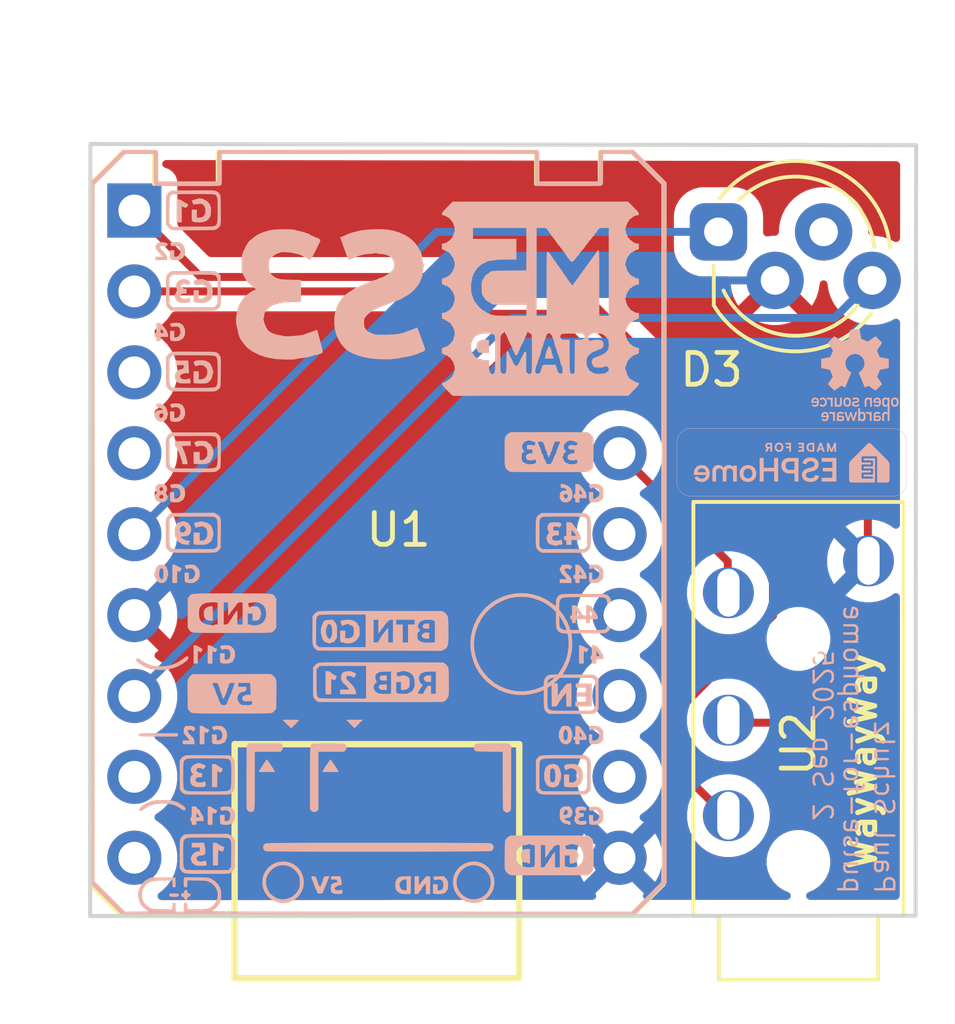
<source format=kicad_pcb>
(kicad_pcb (version 20241229) (generator "pcbnew") (generator_version "9.0")
  (title_block (title "Pulse for ESPHome"))
  (layers (0 "F.Cu" signal) (2 "B.Cu" signal) (13 "F.Paste" user) (15 "B.Paste" user) (5 "F.SilkS" user "F.Silkscreen") (7 "B.SilkS" user "B.Silkscreen") (1 "F.Mask" user) (3 "B.Mask" user) (25 "Edge.Cuts" user))
  (net 0 "")
  (net 8 "unconnected-(U1-A1CH2{slash}TCH3{slash}GPIO3-Pad3)")
  (net 10 "Net-(D3-DIN)")
  (net 11 "GND")
  (net 12 "+5V")
  (net 13 "+3.3V")
  (net 15 "Net-(U1-A1CH0{slash}TCH1{slash}GPIO1)")
  (footprint "m5stamp:STAMP-S3-2_54-DIP" (layer "F.Cu") (at 78.74 80.95)
    (property "Reference" "U1")
    (property "Value" "~" (hide yes))
  )
  (footprint "LED_THT:LED_D5.0mm-4_RGB_Staggered_Pins" (layer "F.Cu") (at 89.468 71.46)
    (property "Reference" "D3")
    (property "Value" "WS2812B_THT" (hide yes))
  )
  (footprint "nathanhborger-PJ-320A:PJ-320A" (layer "F.Cu") (at 89.78 94.94 90)
    (property "Reference" "U2")
    (property "Value" "PJ-320A")
  )
  (gr_poly (pts (xy 93.771659 76.660153) (xy 93.762828 76.660675) (xy 93.754348 76.661534) (xy 93.746204 76.662719) (xy 93.73838 76.664221) (xy 93.730861 76.666029) (xy 93.723631 76.668134) (xy 93.716674 76.670525) (xy 93.709974 76.673194) (xy 93.703515 76.676129) (xy 93.697283 76.679321) (xy 93.69126 76.68276) (xy 93.685432 76.686437) (xy 93.679782 76.690341) (xy 93.674295 76.694462) (xy 93.668955 76.698791) (xy 93.704357 76.740367) (xy 93.70858 76.737481) (xy 93.712828 76.73472) (xy 93.717111 76.732094) (xy 93.72144 76.72961) (xy 93.725825 76.727277) (xy 93.730278 76.725103) (xy 93.734808 76.723096) (xy 93.739427 76.721266) (xy 93.744145 76.71962) (xy 93.748972 76.718166) (xy 93.75392 76.716913) (xy 93.759 76.715869) (xy 93.764221 76.715043) (xy 93.769595 76.714442) (xy 93.775132 76.714076) (xy 93.780842 76.713952) (xy 93.784197 76.713994) (xy 93.787411 76.714121) (xy 93.790489 76.71433) (xy 93.793431 76.714619) (xy 93.796241 76.714987) (xy 93.798919 76.715432) (xy 93.801469 76.715952) (xy 93.803893 76.716546) (xy 93.806192 76.717211) (xy 93.808369 76.717946) (xy 93.810426 76.718749) (xy 93.812366 76.719619) (xy 93.814189 76.720553) (xy 93.8159 76.721551) (xy 93.817499 76.722609) (xy 93.818988 76.723727) (xy 93.820371 76.724902) (xy 93.821649 76.726133) (xy 93.822824 76.727418) (xy 93.823898 76.728755) (xy 93.824875 76.730143) (xy 93.825755 76.73158) (xy 93.826541 76.733064) (xy 93.827235 76.734592) (xy 93.827839 76.736165) (xy 93.828356 76.737779) (xy 93.828787 76.739433) (xy 93.829135 76.741125) (xy 93.829402 76.742854) (xy 93.82959 76.744618) (xy 93.829701 76.746414) (xy 93.829738 76.748241) (xy 93.82963 76.750558) (xy 93.829296 76.752859) (xy 93.828719 76.755131) (xy 93.827886 76.757359) (xy 93.826779 76.759527) (xy 93.825383 76.761622) (xy 93.823682 76.763627) (xy 93.822713 76.764592) (xy 93.821661 76.765529) (xy 93.820526 76.766437) (xy 93.819304 76.767313) (xy 93.817995 76.768156) (xy 93.816596 76.768964) (xy 93.815105 76.769735) (xy 93.81352 76.770467) (xy 93.810061 76.771807) (xy 93.806203 76.77297) (xy 93.801932 76.77394) (xy 93.79723 76.774703) (xy 93.792082 76.775245) (xy 93.744854 76.778595) (xy 93.739421 76.779057) (xy 93.734194 76.779703) (xy 93.72917 76.780529) (xy 93.724348 76.78153) (xy 93.719724 76.782703) (xy 93.715298 76.784043) (xy 93.711066 76.785546) (xy 93.707027 76.787208) (xy 93.703178 76.789024) (xy 93.699518 76.790992) (xy 93.696043 76.793106) (xy 93.692753 76.795363) (xy 93.689644 76.797757) (xy 93.686714 76.800287) (xy 93.683962 76.802946) (xy 93.681386 76.805731) (xy 93.678982 76.808638) (xy 93.676749 76.811662) (xy 93.674685 76.814801) (xy 93.672787 76.818048) (xy 93.671054 76.821401) (xy 93.669482 76.824855) (xy 93.668071 76.828406) (xy 93.666817 76.83205) (xy 93.665719 76.835783) (xy 93.664775 76.8396) (xy 93.663338 76.847472) (xy 93.662488 76.855633) (xy 93.662209 76.86405) (xy 93.662359 76.8692) (xy 93.662806 76.874209) (xy 93.663542 76.879078) (xy 93.664561 76.883803) (xy 93.665855 76.888383) (xy 93.667419 76.892818) (xy 93.669245 76.897104) (xy 93.671327 76.901242) (xy 93.673657 76.905228) (xy 93.676229 76.909062) (xy 93.679036 76.912742) (xy 93.682072 76.916267) (xy 93.685329 76.919635) (xy 93.688801 76.922845) (xy 93.692481 76.925894) (xy 93.696362 76.928782) (xy 93.700437 76.931507) (xy 93.7047 76.934067) (xy 93.713761 76.938687) (xy 93.723491 76.94263) (xy 93.733836 76.945883) (xy 93.74474 76.948435) (xy 93.756151 76.950274) (xy 93.768012 76.951385) (xy 93.780271 76.951759) (xy 93.788875 76.951561) (xy 93.797396 76.950967) (xy 93.805829 76.949975) (xy 93.814172 76.948586) (xy 93.822418 76.946798) (xy 93.830566 76.944611) (xy 93.838609 76.942024) (xy 93.846545 76.939035) (xy 93.854369 76.935645) (xy 93.862077 76.931851) (xy 93.869664 76.927655) (xy 93.877127 76.923054) (xy 93.884461 76.918049) (xy 93.891663 76.912637) (xy 93.898728 76.906819) (xy 93.905652 76.900594) (xy 93.865742 76.861256) (xy 93.861076 76.865653) (xy 93.856344 76.869771) (xy 93.851532 76.873611) (xy 93.846629 76.87717) (xy 93.84162 76.880448) (xy 93.836492 76.883445) (xy 93.831233 76.88616) (xy 93.825828 76.888592) (xy 93.820266 76.890741) (xy 93.814532 76.892605) (xy 93.808613 76.894185) (xy 93.802497 76.895478) (xy 93.796171 76.896486) (xy 93.78962 76.897206) (xy 93.782832 76.897639) (xy 93.775794 76.897784) (xy 93.772765 76.897748) (xy 93.769792 76.897639) (xy 93.766876 76.897458) (xy 93.764021 76.897206) (xy 93.761229 76.896881) (xy 93.758503 76.896485) (xy 93.755845 76.896016) (xy 93.753259 76.895476) (xy 93.750747 76.894864) (xy 93.748311 76.894181) (xy 93.745955 76.893427) (xy 93.74368 76.892601) (xy 93.741491 76.891704) (xy 93.739389 76.890736) (xy 93.737377 76.889696) (xy 93.735458 76.888586) (xy 93.733634 76.887405) (xy 93.731909 76.886153) (xy 93.730284 76.884831) (xy 93.728763 76.883438) (xy 93.727348 76.881975) (xy 93.726042 76.880441) (xy 93.724848 76.878837) (xy 93.723768 76.877163) (xy 93.722804 76.875419) (xy 93.721961 76.873605) (xy 93.72124 76.871721) (xy 93.720644 76.869767) (xy 93.720176 76.867743) (xy 93.719838 76.86565) (xy 93.719634 76.863488) (xy 93.719565 76.861256) (xy 93.719609 76.859399) (xy 93.71974 76.857623) (xy 93.719956 76.855925) (xy 93.720255 76.854305) (xy 93.720635 76.852759) (xy 93.721094 76.851288) (xy 93.72163 76.849888) (xy 93.722242 76.848558) (xy 93.722926 76.847297) (xy 93.723682 76.846102) (xy 93.724508 76.844972) (xy 93.725401 76.843905) (xy 93.726359 76.842899) (xy 93.727381 76.841953) (xy 93.728465 76.841065) (xy 93.729608 76.840233) (xy 93.730809 76.839456) (xy 93.732065 76.838731) (xy 93.734738 76.837432) (xy 93.737611 76.836323) (xy 93.740668 76.835391) (xy 93.743894 76.83462) (xy 93.747272 76.833997) (xy 93.750788 76.833509) (xy 93.754426 76.833141) (xy 93.805036 76.828648) (xy 93.813738 76.827627) (xy 93.822118 76.826044) (xy 93.826176 76.825044) (xy 93.830142 76.823905) (xy 93.83401 76.822627) (xy 93.837778 76.821213) (xy 93.84144 76.819661) (xy 93.844992 76.817974) (xy 93.848431 76.816151) (xy 93.851752 76.814193) (xy 93.854952 76.812101) (xy 93.858025 76.809876) (xy 93.860968 76.807517) (xy 93.863777 76.805026) (xy 93.866448 76.802403) (xy 93.868977 76.79965) (xy 93.871358 76.796766) (xy 93.87359 76.793752) (xy 93.875666 76.790608) (xy 93.877583 76.787337) (xy 93.879338 76.783937) (xy 93.880925 76.78041) (xy 93.882341 76.776756) (xy 93.883581 76.772976) (xy 93.884642 76.769071) (xy 93.88552 76.765041) (xy 93.886209 76.760887) (xy 93.886707 76.756609) (xy 93.887008 76.752209) (xy 93.88711 76.747686) (xy 93.886976 76.742339) (xy 93.886577 76.737157) (xy 93.885921 76.73214) (xy 93.885011 76.72729) (xy 93.883855 76.722605) (xy 93.882459 76.718086) (xy 93.880827 76.713734) (xy 93.878967 76.709549) (xy 93.876883 76.705532) (xy 93.874582 76.701681) (xy 93.872069 76.697999) (xy 93.869351 76.694484) (xy 93.866433 76.691138) (xy 93.863322 76.687961) (xy 93.860022 76.684953) (xy 93.85654 76.682114) (xy 93.852882 76.679445) (xy 93.849054 76.676946) (xy 93.845062 76.674617) (xy 93.84091 76.672458) (xy 93.836606 76.670471) (xy 93.832155 76.668655) (xy 93.822836 76.665537) (xy 93.813 76.663108) (xy 93.802694 76.66137) (xy 93.791964 76.660325) (xy 93.780858 76.659976)) (fill yes) (layer "B.SilkS"))
  (gr_poly (pts (xy 90.392904 78.784088) (xy 90.378684 78.784377) (xy 90.364796 78.785244) (xy 90.35124 78.786688) (xy 90.338018 78.78871) (xy 90.325129 78.791309) (xy 90.312572 78.794486) (xy 90.300349 78.798239) (xy 90.28846 78.802569) (xy 90.276904 78.807476) (xy 90.265682 78.81296) (xy 90.254794 78.81902) (xy 90.24424 78.825656) (xy 90.23402 78.832868) (xy 90.224135 78.840656) (xy 90.214584 78.84902) (xy 90.205368 78.85796) (xy 90.196602 78.867371) (xy 90.188401 78.877109) (xy 90.180766 78.887175) (xy 90.173697 78.89757) (xy 90.167193 78.908292) (xy 90.161255 78.919342) (xy 90.155882 78.930721) (xy 90.151075 78.942428) (xy 90.146833 78.954464) (xy 90.143157 78.966829) (xy 90.140047 78.979522) (xy 90.137502 78.992545) (xy 90.135523 79.005897) (xy 90.134109 79.019579) (xy 90.13326 79.03359) (xy 90.132978 79.047931) (xy 90.13326 79.062267) (xy 90.134109 79.076264) (xy 90.135523 79.089925) (xy 90.137502 79.10325) (xy 90.140047 79.116241) (xy 90.143157 79.128899) (xy 90.146833 79.141225) (xy 90.151075 79.153222) (xy 90.155882 79.164889) (xy 90.161255 79.17623) (xy 90.167193 79.187244) (xy 90.173697 79.197935) (xy 90.180766 79.208302) (xy 90.188401 79.218347) (xy 90.196602 79.228072) (xy 90.205368 79.237478) (xy 90.214584 79.246435) (xy 90.224135 79.254812) (xy 90.23402 79.262609) (xy 90.24424 79.269827) (xy 90.254794 79.276465) (xy 90.265682 79.282525) (xy 90.276904 79.288006) (xy 90.28846 79.292908) (xy 90.300349 79.297233) (xy 90.312572 79.30098) (xy 90.325129 79.30415) (xy 90.338018 79.306743) (xy 90.35124 79.308759) (xy 90.364796 79.310198) (xy 90.378684 79.311062) (xy 90.392904 79.31135) (xy 90.407135 79.311061) (xy 90.421054 79.310194) (xy 90.434656 79.30875) (xy 90.447939 79.306728) (xy 90.460901 79.304129) (xy 90.473537 79.300952) (xy 90.485846 79.297199) (xy 90.497825 79.292869) (xy 90.509469 79.287962) (xy 90.520778 79.282478) (xy 90.531746 79.276418) (xy 90.542372 79.269782) (xy 90.552653 79.26257) (xy 90.562585 79.254782) (xy 90.572167 79.246418) (xy 90.581393 79.237478) (xy 90.590159 79.22807) (xy 90.59836 79.218338) (xy 90.605995 79.208283) (xy 90.613064 79.197905) (xy 90.619568 79.187202) (xy 90.625506 79.176174) (xy 90.630879 79.164821) (xy 90.635686 79.153142) (xy 90.639927 79.141137) (xy 90.643603 79.128806) (xy 90.646714 79.116147) (xy 90.649259 79.103161) (xy 90.651238 79.089846) (xy 90.652652 79.076204) (xy 90.653501 79.062232) (xy 90.653783 79.047931) (xy 90.653767 79.047084) (xy 90.533345 79.047084) (xy 90.533194 79.055672) (xy 90.53274 79.064055) (xy 90.531983 79.072233) (xy 90.530924 79.080205) (xy 90.529562 79.087971) (xy 90.527898 79.095533) (xy 90.525931 79.102889) (xy 90.523661 79.110041) (xy 90.521089 79.116989) (xy 90.518214 79.123731) (xy 90.515037 79.13027) (xy 90.511557 79.136604) (xy 90.507774 79.142734) (xy 90.503689 79.14866) (xy 90.499301 79.154383) (xy 90.49461 79.159902) (xy 90.489674 79.165151) (xy 90.484549 79.170062) (xy 90.479235 79.174635) (xy 90.473733 79.178871) (xy 90.468041 79.182769) (xy 90.46216 79.186328) (xy 90.456089 79.18955) (xy 90.449829 79.192433) (xy 90.443379 79.194977) (xy 90.43674 79.197183) (xy 90.42991 79.199049) (xy 90.42289 79.200577) (xy 90.415679 79.201765) (xy 90.408278 79.202614) (xy 90.400687 79.203124) (xy 90.392904 79.203294) (xy 90.385296 79.203124) (xy 90.377872 79.202614) (xy 90.37063 79.201765) (xy 90.36357 79.200577) (xy 90.356692 79.199049) (xy 90.349995 79.197183) (xy 90.343479 79.194977) (xy 90.337143 79.192433) (xy 90.330987 79.18955) (xy 90.325011 79.186328) (xy 90.319213 79.182769) (xy 90.313594 79.178871) (xy 90.308152 79.174635) (xy 90.302889 79.170062) (xy 90.297802 79.165151) (xy 90.292892 79.159902) (xy 90.288239 79.154382) (xy 90.283887 79.148656) (xy 90.279836 79.142725) (xy 90.276084 79.136589) (xy 90.272632 79.130248) (xy 90.269481 79.123703) (xy 90.26663 79.116954) (xy 90.264078 79.110002) (xy 90.261827 79.102846) (xy 90.259877 79.095486) (xy 90.258226 79.087924) (xy 90.256875 79.08016) (xy 90.255825 79.072193) (xy 90.255074 79.064025) (xy 90.254624 79.055655) (xy 90.254474 79.047084) (xy 90.254624 79.038515) (xy 90.255074 79.030152) (xy 90.255825 79.021995) (xy 90.256875 79.014044) (xy 90.258226 79.006299) (xy 90.259877 78.998759) (xy 90.261827 78.991426) (xy 90.264078 78.984298) (xy 90.26663 78.977376) (xy 90.269481 78.970661) (xy 90.272632 78.964151) (xy 90.276084 78.957846) (xy 90.279836 78.951748) (xy 90.283887 78.945856) (xy 90.288239 78.940169) (xy 90.292892 78.934689) (xy 90.297784 78.929498) (xy 90.302858 78.924643) (xy 90.308113 78.920122) (xy 90.313549 78.915936) (xy 90.319166 78.912085) (xy 90.324964 78.908569) (xy 90.330943 78.905388) (xy 90.337104 78.902542) (xy 90.343445 78.90003) (xy 90.349967 78.897854) (xy 90.356671 78.896012) (xy 90.363555 78.894505) (xy 90.370621 78.893333) (xy 90.377868 78.892496) (xy 90.385295 78.891994) (xy 90.392904 78.891826) (xy 90.40053 78.891994) (xy 90.408005 78.892496) (xy 90.415326 78.893333) (xy 90.422488 78.894505) (xy 90.429488 78.896012) (xy 90.436321 78.897854) (xy 90.442984 78.90003) (xy 90.449472 78.902542) (xy 90.455782 78.905388) (xy 90.461909 78.908569) (xy 90.467849 78.912085) (xy 90.473599 78.915936) (xy 90.479154 78.920122) (xy 90.48451 78.924643) (xy 90.489663 78.929498) (xy 90.49461 78.934689) (xy 90.499301 78.940151) (xy 90.503689 78.945821) (xy 90.507774 78.9517) (xy 90.511557 78.957787) (xy 90.515037 78.964082) (xy 90.518214 78.970586) (xy 90.521089 78.977298) (xy 90.523661 78.984219) (xy 90.525931 78.991348) (xy 90.527898 78.998685) (xy 90.529562 79.00623) (xy 90.530924 79.013984) (xy 90.531983 79.021947) (xy 90.53274 79.030117) (xy 90.533194 79.038496) (xy 90.533345 79.047084) (xy 90.653767 79.047084) (xy 90.653501 79.033619) (xy 90.652652 79.019617) (xy 90.651238 79.005928) (xy 90.649259 78.992555) (xy 90.646714 78.9795) (xy 90.643603 78.966765) (xy 90.639927 78.954354) (xy 90.635686 78.942269) (xy 90.630879 78.930513) (xy 90.625506 78.919088) (xy 90.619568 78.907997) (xy 90.613064 78.897242) (xy 90.605995 78.886827) (xy 90.59836 78.876753) (xy 90.590159 78.867024) (xy 90.581393 78.857642) (xy 90.572174 78.848723) (xy 90.562611 78.840378) (xy 90.552707 78.832609) (xy 90.542462 78.825416) (xy 90.531874 78.818798) (xy 90.520945 78.812756) (xy 90.509674 78.807289) (xy 90.498063 78.802397) (xy 90.48611 78.798081) (xy 90.473816 78.794341) (xy 90.461182 78.791176) (xy 90.448207 78.788586) (xy 90.434892 78.786572) (xy 90.421236 78.785133) (xy 90.40724 78.78427) (xy 90.392904 78.783982)) (fill yes) (layer "B.SilkS"))
  (gr_poly (pts (xy 93.507982 76.66) (xy 93.503973 76.660164) (xy 93.500067 76.660432) (xy 93.496262 76.660801) (xy 93.492558 76.661266) (xy 93.488952 76.661825) (xy 93.485444 76.662473) (xy 93.482033 76.663206) (xy 93.478716 76.664021) (xy 93.475492 76.664913) (xy 93.472361 76.66588) (xy 93.46932 76.666916) (xy 93.466369 76.668019) (xy 93.463506 76.669185) (xy 93.460729 76.670409) (xy 93.458038 76.671688) (xy 93.452907 76.674396) (xy 93.448101 76.677277) (xy 93.44361 76.680301) (xy 93.439423 76.683438) (xy 93.435528 76.686658) (xy 93.431916 76.689929) (xy 93.428576 76.693221) (xy 93.425496 76.696505) (xy 93.421537 76.701041) (xy 93.417874 76.705619) (xy 93.414503 76.710296) (xy 93.411418 76.715128) (xy 93.408613 76.720171) (xy 93.406083 76.725481) (xy 93.40382 76.731113) (xy 93.401821 76.737125) (xy 93.400078 76.743571) (xy 93.398587 76.750508) (xy 93.397341 76.757993) (xy 93.396334 76.76608) (xy 93.395562 76.774827) (xy 93.395017 76.784289) (xy 93.394694 76.794522) (xy 93.394588 76.805582) (xy 93.394694 76.816735) (xy 93.395017 76.827049) (xy 93.395562 76.836583) (xy 93.396334 76.845391) (xy 93.397341 76.853532) (xy 93.398587 76.861061) (xy 93.400078 76.868036) (xy 93.401821 76.874513) (xy 93.40382 76.880549) (xy 93.406083 76.886201) (xy 93.408613 76.891525) (xy 93.411418 76.896578) (xy 93.414503 76.901417) (xy 93.417874 76.906098) (xy 93.421537 76.910678) (xy 93.425496 76.915215) (xy 93.428576 76.918497) (xy 93.431916 76.921789) (xy 93.435528 76.925058) (xy 93.439423 76.928276) (xy 93.44361 76.93141) (xy 93.448101 76.934432) (xy 93.452907 76.937311) (xy 93.458038 76.940015) (xy 93.463506 76.942515) (xy 93.46932 76.944781) (xy 93.475492 76.946782) (xy 93.482033 76.948486) (xy 93.488952 76.949866) (xy 93.496262 76.950888) (xy 93.503973 76.951524) (xy 93.512095 76.951743) (xy 93.516205 76.951688) (xy 93.520211 76.951524) (xy 93.524115 76.951256) (xy 93.527917 76.950888) (xy 93.531619 76.950423) (xy 93.535222 76.949866) (xy 93.538728 76.949219) (xy 93.542138 76.948487) (xy 93.545454 76.947673) (xy 93.548676 76.946782) (xy 93.551806 76.945816) (xy 93.554845 76.944781) (xy 93.557795 76.94368) (xy 93.560658 76.942516) (xy 93.563433 76.941293) (xy 93.566123 76.940015) (xy 93.571253 76.937311) (xy 93.576058 76.934432) (xy 93.580549 76.931411) (xy 93.584736 76.928276) (xy 93.58863 76.925058) (xy 93.592241 76.921789) (xy 93.595582 76.918497) (xy 93.598661 76.915215) (xy 93.602621 76.910678) (xy 93.606285 76.906098) (xy 93.609657 76.901418) (xy 93.612744 76.89658) (xy 93.615552 76.891528) (xy 93.618085 76.886205) (xy 93.62035 76.880554) (xy 93.622352 76.874519) (xy 93.624098 76.868043) (xy 93.625592 76.861068) (xy 93.626841 76.853539) (xy 93.62785 76.845398) (xy 93.628625 76.836588) (xy 93.629171 76.827054) (xy 93.629495 76.816737) (xy 93.629601 76.805582) (xy 93.572245 76.805582) (xy 93.572205 76.813036) (xy 93.572079 76.819828) (xy 93.571863 76.826008) (xy 93.57155 76.831628) (xy 93.571134 76.836736) (xy 93.570611 76.841384) (xy 93.569974 76.845622) (xy 93.569217 76.8495) (xy 93.568335 76.853068) (xy 93.567321 76.856377) (xy 93.566171 76.859478) (xy 93.564878 76.862419) (xy 93.563437 76.865253) (xy 93.561841 76.868028) (xy 93.560085 76.870796) (xy 93.558164 76.873606) (xy 93.556479 76.875789) (xy 93.554579 76.877896) (xy 93.552478 76.879919) (xy 93.550187 76.881848) (xy 93.547716 76.883674) (xy 93.545079 76.885389) (xy 93.542286 76.886983) (xy 93.53935 76.888447) (xy 93.536282 76.889773) (xy 93.533094 76.890952) (xy 93.529797 76.891974) (xy 93.526403 76.89283) (xy 93.522925 76.893511) (xy 93.519373 76.894009) (xy 93.515759 76.894315) (xy 93.512095 76.894418) (xy 93.508426 76.894314) (xy 93.504808 76.894009) (xy 93.501253 76.89351) (xy 93.497772 76.892827) (xy 93.494378 76.89197) (xy 93.49108 76.890948) (xy 93.487892 76.889768) (xy 93.484824 76.888441) (xy 93.481887 76.886976) (xy 93.479094 76.885382) (xy 93.476457 76.883667) (xy 93.473985 76.881841) (xy 93.471692 76.879913) (xy 93.469588 76.877892) (xy 93.467684 76.875786) (xy 93.466812 76.874705) (xy 93.465994 76.873606) (xy 93.464073 76.870796) (xy 93.462318 76.868029) (xy 93.460724 76.865256) (xy 93.459285 76.862428) (xy 93.457994 76.859495) (xy 93.456846 76.856407) (xy 93.455836 76.853115) (xy 93.454957 76.849569) (xy 93.454203 76.845721) (xy 93.453568 76.84152) (xy 93.453048 76.836917) (xy 93.452635 76.831862) (xy 93.452324 76.826306) (xy 93.452109 76.8202) (xy 93.451944 76.806138) (xy 93.451985 76.798683) (xy 93.452109 76.79189) (xy 93.452324 76.785708) (xy 93.452635 76.780087) (xy 93.453048 76.774977) (xy 93.453568 76.770327) (xy 93.454203 76.766087) (xy 93.454957 76.762207) (xy 93.455836 76.758638) (xy 93.456846 76.755328) (xy 93.457994 76.752228) (xy 93.459285 76.749287) (xy 93.460724 76.746455) (xy 93.462318 76.743682) (xy 93.464073 76.740918) (xy 93.465994 76.738113) (xy 93.467684 76.73593) (xy 93.469588 76.733823) (xy 93.471692 76.731801) (xy 93.473985 76.729872) (xy 93.476457 76.728045) (xy 93.479094 76.72633) (xy 93.481887 76.724736) (xy 93.484824 76.723272) (xy 93.487892 76.721946) (xy 93.49108 76.720767) (xy 93.494378 76.719746) (xy 93.497772 76.71889) (xy 93.501253 76.718208) (xy 93.504808 76.71771) (xy 93.508426 76.717405) (xy 93.512095 76.717301) (xy 93.515759 76.717405) (xy 93.519373 76.717711) (xy 93.522925 76.718209) (xy 93.526403 76.718892) (xy 93.529797 76.719749) (xy 93.533094 76.720772) (xy 93.536282 76.721951) (xy 93.53935 76.723278) (xy 93.542286 76.724743) (xy 93.545079 76.726338) (xy 93.547716 76.728052) (xy 93.550187 76.729878) (xy 93.552478 76.731806) (xy 93.554579 76.733828) (xy 93.556479 76.735933) (xy 93.557349 76.737014) (xy 93.558164 76.738113) (xy 93.560085 76.740918) (xy 93.561841 76.743681) (xy 93.563437 76.746451) (xy 93.564878 76.749278) (xy 93.566171 76.752211) (xy 93.567321 76.755299) (xy 93.568335 76.758591) (xy 93.569217 76.762138) (xy 93.569974 76.765988) (xy 93.570611 76.770191) (xy 93.571134 76.774796) (xy 93.57155 76.779853) (xy 93.571863 76.78541) (xy 93.572079 76.791518) (xy 93.572245 76.805582) (xy 93.629601 76.805582) (xy 93.629495 76.794522) (xy 93.629171 76.784289) (xy 93.628625 76.774828) (xy 93.62785 76.766082) (xy 93.626841 76.757996) (xy 93.625592 76.750513) (xy 93.624098 76.743576) (xy 93.622352 76.737131) (xy 93.62035 76.73112) (xy 93.618085 76.725488) (xy 93.615552 76.720178) (xy 93.612744 76.715135) (xy 93.609657 76.710302) (xy 93.606285 76.705624) (xy 93.602621 76.701043) (xy 93.598661 76.696505) (xy 93.595582 76.693222) (xy 93.592241 76.689929) (xy 93.588629 76.686658) (xy 93.584735 76.683439) (xy 93.580549 76.680301) (xy 93.576058 76.677277) (xy 93.571253 76.674396) (xy 93.566123 76.671688) (xy 93.560658 76.669185) (xy 93.554845 76.666916) (xy 93.548676 76.664913) (xy 93.542138 76.663206) (xy 93.535222 76.661825) (xy 93.527917 76.660801) (xy 93.520211 76.660164) (xy 93.512095 76.659945)) (fill yes) (layer "B.SilkS"))
  (gr_poly (pts (xy 95.001044 76.66) (xy 94.997038 76.660164) (xy 94.993134 76.660432) (xy 94.989332 76.660801) (xy 94.985629 76.661266) (xy 94.982025 76.661825) (xy 94.978519 76.662473) (xy 94.975108 76.663206) (xy 94.971792 76.664021) (xy 94.968569 76.664913) (xy 94.965439 76.66588) (xy 94.962399 76.666916) (xy 94.959448 76.668019) (xy 94.956585 76.669185) (xy 94.953809 76.670409) (xy 94.951118 76.671688) (xy 94.945986 76.674396) (xy 94.94118 76.677277) (xy 94.936688 76.680301) (xy 94.9325 76.683438) (xy 94.928605 76.686658) (xy 94.924993 76.689929) (xy 94.921652 76.693221) (xy 94.918572 76.696505) (xy 94.914612 76.701041) (xy 94.910949 76.705619) (xy 94.907577 76.710296) (xy 94.904491 76.715128) (xy 94.901685 76.720171) (xy 94.899153 76.725481) (xy 94.896889 76.731113) (xy 94.894889 76.737125) (xy 94.893144 76.743571) (xy 94.891652 76.750508) (xy 94.890404 76.757993) (xy 94.889396 76.76608) (xy 94.888623 76.774827) (xy 94.888077 76.784289) (xy 94.887754 76.794522) (xy 94.887648 76.805582) (xy 94.887754 76.816735) (xy 94.888077 76.827049) (xy 94.888623 76.836583) (xy 94.889396 76.845391) (xy 94.890404 76.853532) (xy 94.891652 76.861061) (xy 94.893144 76.868036) (xy 94.894889 76.874513) (xy 94.896889 76.880549) (xy 94.899153 76.886201) (xy 94.901685 76.891525) (xy 94.904491 76.896578) (xy 94.907577 76.901417) (xy 94.910949 76.906098) (xy 94.914612 76.910678) (xy 94.918572 76.915215) (xy 94.921652 76.918497) (xy 94.924993 76.921789) (xy 94.928605 76.925058) (xy 94.9325 76.928276) (xy 94.936688 76.93141) (xy 94.94118 76.934432) (xy 94.945986 76.937311) (xy 94.951118 76.940015) (xy 94.956585 76.942515) (xy 94.962399 76.944781) (xy 94.968569 76.946782) (xy 94.975108 76.948486) (xy 94.982025 76.949866) (xy 94.989332 76.950888) (xy 94.997038 76.951524) (xy 95.005154 76.951743) (xy 95.009266 76.951688) (xy 95.013274 76.951524) (xy 95.017179 76.951256) (xy 95.020982 76.950888) (xy 95.024686 76.950423) (xy 95.028291 76.949866) (xy 95.031798 76.949219) (xy 95.03521 76.948487) (xy 95.038526 76.947673) (xy 95.04175 76.946782) (xy 95.044881 76.945816) (xy 95.047922 76.944781) (xy 95.050873 76.94368) (xy 95.053737 76.942516) (xy 95.056513 76.941293) (xy 95.059205 76.940015) (xy 95.064337 76.937311) (xy 95.069144 76.934432) (xy 95.073636 76.931411) (xy 95.077824 76.928276) (xy 95.081719 76.925058) (xy 95.085332 76.921789) (xy 95.088673 76.918497) (xy 95.091752 76.915215) (xy 95.095712 76.910678) (xy 95.099375 76.906098) (xy 95.102746 76.901418) (xy 95.105831 76.89658) (xy 95.108636 76.891528) (xy 95.111166 76.886205) (xy 95.113429 76.880554) (xy 95.115428 76.874519) (xy 95.11717 76.868043) (xy 95.118662 76.861068) (xy 95.119908 76.853539) (xy 95.120915 76.845398) (xy 95.121687 76.836588) (xy 95.122232 76.827054) (xy 95.122555 76.816737) (xy 95.122661 76.805582) (xy 95.065321 76.805582) (xy 95.06528 76.813036) (xy 95.065154 76.819828) (xy 95.064938 76.826008) (xy 95.064625 76.831628) (xy 95.06421 76.836736) (xy 95.063687 76.841384) (xy 95.063051 76.845622) (xy 95.062294 76.8495) (xy 95.061413 76.853068) (xy 95.060401 76.856377) (xy 95.059252 76.859478) (xy 95.05796 76.862419) (xy 95.056521 76.865253) (xy 95.054927 76.868028) (xy 95.053174 76.870796) (xy 95.051255 76.873606) (xy 95.049565 76.875789) (xy 95.047662 76.877896) (xy 95.045557 76.879919) (xy 95.043264 76.881848) (xy 95.040792 76.883674) (xy 95.038155 76.885389) (xy 95.035362 76.886983) (xy 95.032426 76.888447) (xy 95.029357 76.889773) (xy 95.026169 76.890952) (xy 95.022871 76.891974) (xy 95.019477 76.89283) (xy 95.015996 76.893511) (xy 95.012441 76.894009) (xy 95.008823 76.894315) (xy 95.005154 76.894418) (xy 95.001488 76.894314) (xy 94.997873 76.894009) (xy 94.99432 76.89351) (xy 94.990841 76.892827) (xy 94.987447 76.89197) (xy 94.984151 76.890948) (xy 94.980963 76.889768) (xy 94.977895 76.888441) (xy 94.974958 76.886976) (xy 94.972165 76.885382) (xy 94.969526 76.883667) (xy 94.967054 76.881841) (xy 94.964758 76.879913) (xy 94.962652 76.877892) (xy 94.960747 76.875786) (xy 94.959873 76.874705) (xy 94.959053 76.873606) (xy 94.957135 76.870796) (xy 94.955382 76.868029) (xy 94.953789 76.865256) (xy 94.952351 76.862428) (xy 94.951061 76.859495) (xy 94.949913 76.856407) (xy 94.948902 76.853115) (xy 94.948022 76.849569) (xy 94.947267 76.845721) (xy 94.946632 76.84152) (xy 94.946111 76.836917) (xy 94.945697 76.831862) (xy 94.945385 76.826306) (xy 94.945169 76.8202) (xy 94.945004 76.806138) (xy 94.945044 76.798683) (xy 94.945169 76.79189) (xy 94.945385 76.785708) (xy 94.945697 76.780087) (xy 94.946111 76.774977) (xy 94.946632 76.770327) (xy 94.947267 76.766087) (xy 94.948022 76.762207) (xy 94.948902 76.758638) (xy 94.949913 76.755328) (xy 94.951061 76.752228) (xy 94.952351 76.749287) (xy 94.953789 76.746455) (xy 94.955382 76.743682) (xy 94.957135 76.740918) (xy 94.959053 76.738113) (xy 94.960747 76.73593) (xy 94.962652 76.733823) (xy 94.964758 76.731801) (xy 94.967054 76.729872) (xy 94.969526 76.728045) (xy 94.972165 76.72633) (xy 94.974958 76.724736) (xy 94.977895 76.723272) (xy 94.980963 76.721946) (xy 94.984151 76.720767) (xy 94.987447 76.719746) (xy 94.990841 76.71889) (xy 94.99432 76.718208) (xy 94.997873 76.71771) (xy 95.001488 76.717405) (xy 95.005154 76.717301) (xy 95.008823 76.717405) (xy 95.012441 76.717711) (xy 95.015996 76.718209) (xy 95.019477 76.718892) (xy 95.022872 76.719749) (xy 95.026169 76.720772) (xy 95.029357 76.721951) (xy 95.032426 76.723278) (xy 95.035362 76.724743) (xy 95.038155 76.726338) (xy 95.040792 76.728052) (xy 95.043264 76.729878) (xy 95.045557 76.731806) (xy 95.047662 76.733828) (xy 95.049565 76.735933) (xy 95.050437 76.737014) (xy 95.051255 76.738113) (xy 95.053174 76.740918) (xy 95.054927 76.743681) (xy 95.056521 76.746451) (xy 95.05796 76.749278) (xy 95.059252 76.752211) (xy 95.060401 76.755299) (xy 95.061413 76.758591) (xy 95.062294 76.762138) (xy 95.063051 76.765988) (xy 95.063687 76.770191) (xy 95.06421 76.774796) (xy 95.064625 76.779853) (xy 95.064938 76.78541) (xy 95.065154 76.791518) (xy 95.065321 76.805582) (xy 95.122661 76.805582) (xy 95.122555 76.794522) (xy 95.122232 76.784289) (xy 95.121687 76.774828) (xy 95.120915 76.766082) (xy 95.119908 76.757996) (xy 95.118662 76.750513) (xy 95.11717 76.743576) (xy 95.115428 76.737131) (xy 95.113429 76.73112) (xy 95.111166 76.725488) (xy 95.108636 76.720178) (xy 95.105831 76.715135) (xy 95.102746 76.710302) (xy 95.099375 76.705624) (xy 95.095712 76.701043) (xy 95.091752 76.696505) (xy 95.088673 76.693222) (xy 95.085332 76.689929) (xy 95.081719 76.686658) (xy 95.077824 76.683439) (xy 95.073636 76.680301) (xy 95.069144 76.677277) (xy 95.064337 76.674396) (xy 95.059205 76.671688) (xy 95.053737 76.669185) (xy 95.047922 76.666916) (xy 95.04175 76.664913) (xy 95.03521 76.663206) (xy 95.028291 76.661825) (xy 95.020982 76.660801) (xy 95.013274 76.660164) (xy 95.005154 76.659945)) (fill yes) (layer "B.SilkS"))
  (gr_poly (pts (xy 92.548517 78.362977) (xy 92.608842 78.362977) (xy 92.629692 78.301594) (xy 92.725259 78.301594) (xy 92.746637 78.362977) (xy 92.805798 78.362977) (xy 92.766723 78.253969) (xy 92.708749 78.253969) (xy 92.645884 78.253969) (xy 92.677105 78.161894) (xy 92.708749 78.253969) (xy 92.766723 78.253969) (xy 92.705151 78.082201) (xy 92.648741 78.082201)) (fill yes) (layer "B.SilkS"))
  (gr_poly (pts (xy 93.711374 77.313153) (xy 93.710246 77.313153) (xy 93.645603 77.113573) (xy 93.603995 77.113573) (xy 93.539352 77.313153) (xy 93.538193 77.313153) (xy 93.483694 77.113573) (xy 93.422957 77.113573) (xy 93.514016 77.398608) (xy 93.564641 77.398608) (xy 93.624236 77.199012) (xy 93.625363 77.199012) (xy 93.684957 77.398608) (xy 93.735551 77.398608) (xy 93.826626 77.113573) (xy 93.76592 77.113573)) (fill yes) (layer "B.SilkS"))
  (gr_poly (pts (xy 92.365088 78.08234) (xy 92.360389 78.082633) (xy 92.355739 78.083075) (xy 92.351137 78.083665) (xy 92.346583 78.084404) (xy 92.342077 78.085292) (xy 92.337618 78.086329) (xy 92.333207 78.087515) (xy 92.328842 78.088849) (xy 92.324524 78.090332) (xy 92.320252 78.091965) (xy 92.316026 78.093746) (xy 92.311845 78.095675) (xy 92.30771 78.097754) (xy 92.303619 78.099981) (xy 92.299605 78.102338) (xy 92.295697 78.104804) (xy 92.291896 78.10738) (xy 92.288201 78.110065) (xy 92.284613 78.112862) (xy 92.281132 78.115768) (xy 92.277757 78.118786) (xy 92.274489 78.121915) (xy 92.271328 78.125156) (xy 92.268273 78.128509) (xy 92.265325 78.131974) (xy 92.262483 78.135551) (xy 92.259749 78.139242) (xy 92.257121 78.143045) (xy 92.254599 78.146962) (xy 92.252185 78.150993) (xy 92.249898 78.155107) (xy 92.24776 78.159273) (xy 92.245772 78.163491) (xy 92.243935 78.167761) (xy 92.242248 78.172083) (xy 92.240712 78.176458) (xy 92.239328 78.180884) (xy 92.238096 78.185363) (xy 92.237016 78.189893) (xy 92.23609 78.194476) (xy 92.235317 78.199111) (xy 92.234697 78.203797) (xy 92.234233 78.208536) (xy 92.233923 78.213327) (xy 92.233769 78.21817) (xy 92.23377 78.223066) (xy 92.233875 78.223066) (xy 92.233878 78.226801) (xy 92.233965 78.230507) (xy 92.234137 78.234183) (xy 92.234394 78.237829) (xy 92.234737 78.241446) (xy 92.235166 78.245033) (xy 92.235681 78.24859) (xy 92.236283 78.252117) (xy 92.236971 78.255614) (xy 92.237747 78.259082) (xy 92.23861 78.26252) (xy 92.23956 78.265928) (xy 92.240599 78.269306) (xy 92.241726 78.272655) (xy 92.242942 78.275974) (xy 92.244247 78.279263) (xy 92.245627 78.282508) (xy 92.24707 78.285692) (xy 92.248575 78.288817) (xy 92.250142 78.291882) (xy 92.251772 78.294887) (xy 92.253465 78.297831) (xy 92.255221 78.300715) (xy 92.257039 78.303539) (xy 92.258921 78.306301) (xy 92.260867 78.309003) (xy 92.262876 78.311643) (xy 92.264949 78.314223) (xy 92.267085 78.316741) (xy 92.269286 78.319197) (xy 92.271551 78.321592) (xy 92.27388 78.323925) (xy 92.27627 78.326196) (xy 92.278717 78.328404) (xy 92.281221 78.330551) (xy 92.283782 78.332636) (xy 92.2864 78.334659) (xy 92.289075 78.33662) (xy 92.291808 78.338519) (xy 92.294597 78.340355) (xy 92.297443 78.34213) (xy 92.300347 78.343843) (xy 92.303307 78.345494) (xy 92.306325 78.347082) (xy 92.309399 78.348609) (xy 92.312531 78.350074) (xy 92.315719 78.351477) (xy 92.318965 78.352817) (xy 92.322252 78.354085) (xy 92.325564 78.355268) (xy 92.3289 78.356367) (xy 92.332262 78.357381) (xy 92.33565 78.358312) (xy 92.339063 78.359157) (xy 92.342501 78.359919) (xy 92.345966 78.360596) (xy 92.349457 78.361189) (xy 92.352973 78.361697) (xy 92.356517 78.362122) (xy 92.360086 78.362461) (xy 92.363683 78.362717) (xy 92.367306 78.362888) (xy 92.370956 78.362975) (xy 92.374634 78.362977) (xy 92.476763 78.362977) (xy 92.476763 78.310272) (xy 92.420141 78.310272) (xy 92.37548 78.310272) (xy 92.370895 78.310179) (xy 92.366426 78.3099) (xy 92.362074 78.309434) (xy 92.357839 78.308782) (xy 92.35372 78.307944) (xy 92.349718 78.306918) (xy 92.345832 78.305706) (xy 92.342063 78.304306) (xy 92.338411 78.302719) (xy 92.334875 78.300945) (xy 92.331455 78.298983) (xy 92.328153 78.296833) (xy 92.324966 78.294496) (xy 92.321897 78.29197) (xy 92.318944 78.289256) (xy 92.316108 78.286354) (xy 92.313417 78.283298) (xy 92.310903 78.280123) (xy 92.308564 78.276828) (xy 92.306401 78.273413) (xy 92.304412 78.269877) (xy 92.302598 78.266221) (xy 92.300958 78.262444) (xy 92.299492 78.258546) (xy 92.298199 78.254527) (xy 92.29708 78.250385) (xy 92.296134 78.246121) (xy 92.295361 78.241735) (xy 92.29476 78.237226) (xy 92.294331 78.232594) (xy 92.294074 78.227839) (xy 92.293989 78.223014) (xy 92.294076 78.218241) (xy 92.29434 78.213531) (xy 92.29478 78.208935) (xy 92.295396 78.204454) (xy 92.296187 78.200087) (xy 92.297153 78.195836) (xy 92.298294 78.191699) (xy 92.299611 78.187678) (xy 92.301102 78.183772) (xy 92.302768 78.179981) (xy 92.304609 78.176306) (xy 92.306624 78.172747) (xy 92.308813 78.169304) (xy 92.311176 78.165977) (xy 92.313714 78.162766) (xy 92.316425 78.159671) (xy 92.319279 78.156731) (xy 92.322244 78.153981) (xy 92.325321 78.151422) (xy 92.32851 78.149053) (xy 92.33181 78.146875) (xy 92.335222 78.144887) (xy 92.338745 78.143089) (xy 92.342381 78.141481) (xy 92.346127 78.140063) (xy 92.349986 78.138834) (xy 92.353956 78.137795) (xy 92.358037 78.136945) (xy 92.36223 78.136285) (xy 92.366535 78.135813) (xy 92.370952 78.13553) (xy 92.37548 78.135436) (xy 92.420141 78.135436) (xy 92.420141 78.310272) (xy 92.476763 78.310272) (xy 92.476763 78.082201) (xy 92.374634 78.082201) (xy 92.369836 78.082197)) (fill yes) (layer "B.SilkS"))
  (gr_poly (pts (xy 91.673833 78.557649) (xy 91.660262 78.558415) (xy 91.647064 78.559691) (xy 91.634239 78.561478) (xy 91.621786 78.563774) (xy 91.609706 78.56658) (xy 91.597999 78.569894) (xy 91.586665 78.573718) (xy 91.575704 78.57805) (xy 91.565117 78.58289) (xy 91.554904 78.588239) (xy 91.545064 78.594094) (xy 91.535598 78.600457) (xy 91.526507 78.607327) (xy 91.517789 78.614704) (xy 91.509446 78.622587) (xy 91.501546 78.630921) (xy 91.494156 78.639613) (xy 91.487278 78.648662) (xy 91.480909 78.658069) (xy 91.475051 78.667834) (xy 91.469703 78.677956) (xy 91.464866 78.688437) (xy 91.460538 78.699276) (xy 91.45672 78.710474) (xy 91.453411 78.72203) (xy 91.450612 78.733944) (xy 91.448322 78.746218) (xy 91.446542 78.758851) (xy 91.44527 78.771843) (xy 91.444507 78.785194) (xy 91.444253 78.798905) (xy 91.444147 78.798905) (xy 91.444406 78.812394) (xy 91.445183 78.825555) (xy 91.446479 78.83839) (xy 91.448292 78.850897) (xy 91.450624 78.863078) (xy 91.453473 78.874932) (xy 91.456839 78.886459) (xy 91.460723 78.897661) (xy 91.465124 78.908536) (xy 91.470042 78.919085) (xy 91.475477 78.929308) (xy 91.481428 78.939205) (xy 91.487896 78.948777) (xy 91.494881 78.958023) (xy 91.502382 78.966945) (xy 91.510399 78.975541) (xy 91.518853 78.983711) (xy 91.527667 78.991356) (xy 91.536841 78.998474) (xy 91.546374 79.005066) (xy 91.556266 79.011132) (xy 91.566516 79.016671) (xy 91.577126 79.021683) (xy 91.588094 79.026169) (xy 91.59942 79.030127) (xy 91.611105 79.033558) (xy 91.623147 79.036461) (xy 91.635548 79.038837) (xy 91.648307 79.040685) (xy 91.661423 79.042006) (xy 91.674897 79.042798) (xy 91.688728 79.043062) (xy 91.855415 79.043062) (xy 91.855415 79.299073) (xy 91.981463 79.299073) (xy 91.981463 78.932466) (xy 91.855309 78.932466) (xy 91.711905 78.932466) (xy 91.703846 78.932321) (xy 91.696021 78.931886) (xy 91.688429 78.93116) (xy 91.681071 78.930143) (xy 91.673948 78.928836) (xy 91.66706 78.927237) (xy 91.660406 78.925347) (xy 91.653988 78.923166) (xy 91.647806 78.920694) (xy 91.641859 78.91793) (xy 91.636149 78.914874) (xy 91.630675 78.911526) (xy 91.625438 78.907887) (xy 91.620439 78.903954) (xy 91.615676 78.89973) (xy 91.611152 78.895213) (xy 91.606884 78.890454) (xy 91.602892 78.885504) (xy 91.599175 78.880362) (xy 91.595734 78.875029) (xy 91.592567 78.869503) (xy 91.589676 78.863784) (xy 91.587061 78.857873) (xy 91.58472 78.851769) (xy 91.582655 78.845471) (xy 91.580866 78.838979) (xy 91.579351 78.832293) (xy 91.578112 78.825413) (xy 91.577149 78.818338) (xy 91.57646 78.811068) (xy 91.576047 78.803602) (xy 91.57591 78.795941) (xy 91.576121 78.795941) (xy 91.576257 78.789019) (xy 91.576667 78.782259) (xy 91.577349 78.775664) (xy 91.578304 78.769233) (xy 91.579532 78.762967) (xy 91.581032 78.756865) (xy 91.582806 78.750927) (xy 91.584852 78.745155) (xy 91.587171 78.739547) (xy 91.589764 78.734104) (xy 91.592629 78.728827) (xy 91.595766 78.723715) (xy 91.599177 78.718769) (xy 91.60286 78.713988) (xy 91.606817 78.709373) (xy 91.611046 78.704925) (xy 91.615526 78.700696) (xy 91.620233 78.696739) (xy 91.625169 78.693056) (xy 91.630332 78.689645) (xy 91.635723 78.686507) (xy 91.641342 78.683642) (xy 91.647187 78.68105) (xy 91.65326 78.678731) (xy 91.65956 78.676685) (xy 91.666086 78.674911) (xy 91.67284 78.67341) (xy 91.679819 78.672183) (xy 91.687025 78.671228) (xy 91.694458 78.670545) (xy 91.702116 78.670136) (xy 91.71 78.67) (xy 91.855309 78.67) (xy 91.855309 78.932466) (xy 91.981463 78.932466) (xy 91.981463 78.557393) (xy 91.687775 78.557393)) (fill yes) (layer "B.SilkS"))
  (gr_poly (pts (xy 93.294825 77.110474) (xy 93.282465 77.111344) (xy 93.270697 77.112834) (xy 93.265046 77.113823) (xy 93.259557 77.11498) (xy 93.254236 77.116309) (xy 93.249086 77.117814) (xy 93.244113 77.1195) (xy 93.239322 77.121371) (xy 93.234717 77.12343) (xy 93.230304 77.125683) (xy 93.226087 77.128133) (xy 93.22207 77.130785) (xy 93.21826 77.133643) (xy 93.21466 77.136711) (xy 93.211276 77.139993) (xy 93.208112 77.143493) (xy 93.205174 77.147217) (xy 93.202465 77.151167) (xy 93.199992 77.155348) (xy 93.197758 77.159765) (xy 93.195769 77.164421) (xy 93.194029 77.169321) (xy 93.192544 77.174469) (xy 93.191318 77.179869) (xy 93.190356 77.185526) (xy 93.189662 77.191443) (xy 93.189243 77.197625) (xy 93.189102 77.204076) (xy 93.189102 77.398608) (xy 93.246458 77.398608) (xy 93.246474 77.398608) (xy 93.246474 77.373304) (xy 93.247585 77.373304) (xy 93.249895 77.376872) (xy 93.252406 77.380193) (xy 93.255135 77.383267) (xy 93.258098 77.386097) (xy 93.261311 77.388687) (xy 93.264792 77.391038) (xy 93.268555 77.393153) (xy 93.272618 77.395035) (xy 93.276998 77.396685) (xy 93.281709 77.398108) (xy 93.28677 77.399305) (xy 93.292196 77.400278) (xy 93.298004 77.401031) (xy 93.304209 77.401565) (xy 93.310829 77.401884) (xy 93.31788 77.40199) (xy 93.323758 77.40188) (xy 93.32948 77.401555) (xy 93.335043 77.401018) (xy 93.340445 77.400274) (xy 93.345685 77.399329) (xy 93.35076 77.398187) (xy 93.355669 77.396853) (xy 93.360409 77.395331) (xy 93.364978 77.393626) (xy 93.369375 77.391742) (xy 93.373598 77.389686) (xy 93.377645 77.387461) (xy 93.381513 77.385072) (xy 93.385201 77.382524) (xy 93.388707 77.379821) (xy 93.392028 77.376969) (xy 93.395164 77.373972) (xy 93.398111 77.370834) (xy 93.400868 77.367561) (xy 93.403434 77.364157) (xy 93.405805 77.360628) (xy 93.40798 77.356976) (xy 93.409958 77.353209) (xy 93.411736 77.349329) (xy 93.413311 77.345343) (xy 93.414684 77.341254) (xy 93.41585 77.337067) (xy 93.416809 77.332788) (xy 93.417558 77.32842) (xy 93.418095 77.323969) (xy 93.418419 77.31944) (xy 93.418528 77.314836) (xy 93.418467 77.312026) (xy 93.364521 77.312026) (xy 93.364341 77.315577) (xy 93.363792 77.319055) (xy 93.362863 77.322437) (xy 93.361541 77.325704) (xy 93.360729 77.327286) (xy 93.359814 77.328832) (xy 93.358794 77.330337) (xy 93.357669 77.331801) (xy 93.356436 77.333218) (xy 93.355094 77.334588) (xy 93.353641 77.335908) (xy 93.352077 77.337174) (xy 93.350399 77.338384) (xy 93.348605 77.339536) (xy 93.346695 77.340626) (xy 93.344667 77.341652) (xy 93.342519 77.342612) (xy 93.34025 77.343502) (xy 93.337857 77.34432) (xy 93.335341 77.345064) (xy 93.329928 77.346316) (xy 93.324 77.347236) (xy 93.317543 77.347805) (xy 93.310546 77.347999) (xy 93.301952 77.347931) (xy 93.294073 77.347695) (xy 93.286888 77.34724) (xy 93.280373 77.346516) (xy 93.277361 77.346037) (xy 93.274508 77.345472) (xy 93.271812 77.344814) (xy 93.269269 77.344058) (xy 93.266878 77.343197) (xy 93.264635 77.342225) (xy 93.262538 77.341134) (xy 93.260583 77.33992) (xy 93.258769 77.338576) (xy 93.257091 77.337095) (xy 93.255548 77.335472) (xy 93.254137 77.3337) (xy 93.252854 77.331772) (xy 93.251698 77.329682) (xy 93.250665 77.327425) (xy 93.249752 77.324994) (xy 93.248958 77.322382) (xy 93.248278 77.319583) (xy 93.24771 77.316591) (xy 93.247252 77.3134) (xy 93.246901 77.310003) (xy 93.246653 77.306394) (xy 93.246507 77.302568) (xy 93.246458 77.298516) (xy 93.246459 77.298516) (xy 93.246459 77.277704) (xy 93.315039 77.277704) (xy 93.318149 77.277744) (xy 93.321154 77.277861) (xy 93.324054 77.278055) (xy 93.32685 77.278325) (xy 93.329543 77.27867) (xy 93.332132 77.279088) (xy 93.334618 77.279579) (xy 93.337002 77.28014) (xy 93.339283 77.280772) (xy 93.341463 77.281473) (xy 93.343542 77.282241) (xy 93.34552 77.283076) (xy 93.347397 77.283977) (xy 93.349174 77.284942) (xy 93.350852 77.28597) (xy 93.35243 77.287061) (xy 93.35391 77.288212) (xy 93.355291 77.289423) (xy 93.356574 77.290693) (xy 93.357759 77.29202) (xy 93.358847 77.293404) (xy 93.359839 77.294843) (xy 93.360734 77.296337) (xy 93.361533 77.297883) (xy 93.362237 77.299481) (xy 93.362845 77.30113) (xy 93.363359 77.302829) (xy 93.363778 77.304576) (xy 93.364104 77.30637) (xy 93.364336 77.308211) (xy 93.364475 77.310096) (xy 93.364521 77.312026) (xy 93.418467 77.312026) (xy 93.418435 77.310588) (xy 93.418159 77.306386) (xy 93.417698 77.302234) (xy 93.417054 77.29814) (xy 93.416226 77.294108) (xy 93.415216 77.290146) (xy 93.414022 77.286257) (xy 93.412647 77.28245) (xy 93.411089 77.278728) (xy 93.409349 77.275099) (xy 93.407428 77.271568) (xy 93.405326 77.268141) (xy 93.403044 77.264824) (xy 93.40058 77.261623) (xy 93.397937 77.258543) (xy 93.395114 77.255591) (xy 93.392111 77.252772) (xy 93.38893 77.250092) (xy 93.385569 77.247558) (xy 93.38203 77.245174) (xy 93.378313 77.242948) (xy 93.374417 77.240884) (xy 93.370345 77.238989) (xy 93.366095 77.237268) (xy 93.361668 77.235728) (xy 93.357064 77.234374) (xy 93.352285 77.233212) (xy 93.347329 77.232249) (xy 93.342198 77.231489) (xy 93.336892 77.230939) (xy 93.33141 77.230605) (xy 93.325754 77.230492) (xy 93.246474 77.230492) (xy 93.246474 77.200695) (xy 93.24668 77.19584) (xy 93.246939 77.193561) (xy 93.247303 77.19138) (xy 93.247775 77.189295) (xy 93.248353 77.187305) (xy 93.249041 77.185409) (xy 93.249839 77.183604) (xy 93.250748 77.181889) (xy 93.25177 77.180264) (xy 93.252905 77.178726) (xy 93.254154 77.177274) (xy 93.25552 77.175907) (xy 93.257002 77.174624) (xy 93.258602 77.173422) (xy 93.260321 77.1723) (xy 93.262161 77.171258) (xy 93.264122 77.170293) (xy 93.268412 77.168591) (xy 93.273202 77.167182) (xy 93.278501 77.166054) (xy 93.284316 77.165197) (xy 93.290658 77.164599) (xy 93.297536 77.164249) (xy 93.304958 77.164135) (xy 93.310363 77.164202) (xy 93.315416 77.164409) (xy 93.320134 77.164764) (xy 93.324535 77.165272) (xy 93.326622 77.165587) (xy 93.328636 77.165943) (xy 93.330579 77.166341) (xy 93.332454 77.166783) (xy 93.334262 77.167268) (xy 93.336007 77.167799) (xy 93.337689 77.168375) (xy 93.339311 77.168998) (xy 93.340876 77.169669) (xy 93.342385 77.170389) (xy 93.343841 77.171159) (xy 93.345246 77.171978) (xy 93.346602 77.17285) (xy 93.34791 77.173773) (xy 93.349175 77.17475) (xy 93.350396 77.175781) (xy 93.351578 77.176867) (xy 93.352721 77.17801) (xy 93.353828 77.179209) (xy 93.354902 77.180466) (xy 93.355944 77.181781) (xy 93.356956 77.183157) (xy 93.357941 77.184592) (xy 93.358901 77.18609) (xy 93.403891 77.1518) (xy 93.399667 77.146325) (xy 93.395217 77.141288) (xy 93.390537 77.136677) (xy 93.385625 77.13248) (xy 93.380479 77.128685) (xy 93.375096 77.125282) (xy 93.369475 77.122258) (xy 93.363612 77.119601) (xy 93.357505 77.117301) (xy 93.351153 77.115345) (xy 93.344552 77.113722) (xy 93.3377 77.11242) (xy 93.330594 77.111427) (xy 93.323234 77.110733) (xy 93.315615 77.110325) (xy 93.307736 77.110191)) (fill yes) (layer "B.SilkS"))
  (gr_poly (pts (xy 91.975112 78.136071) (xy 92.095127 78.136071) (xy 92.095127 78.195972) (xy 91.988553 78.195972) (xy 91.988553 78.246243) (xy 92.095127 78.246243) (xy 92.095127 78.309531) (xy 91.975112 78.309531) (xy 91.975112 78.362871) (xy 92.151854 78.362871) (xy 92.151854 78.082096) (xy 91.975112 78.082096)) (fill yes) (layer "B.SilkS"))
  (gr_poly (pts (xy 94.448955 76.66008) (xy 94.443137 76.660486) (xy 94.437384 76.661158) (xy 94.431707 76.662093) (xy 94.426112 76.663287) (xy 94.420609 76.664736) (xy 94.415207 76.666437) (xy 94.409912 76.668386) (xy 94.404735 76.670579) (xy 94.399683 76.673014) (xy 94.394765 76.675686) (xy 94.389989 76.678592) (xy 94.385363 76.681728) (xy 94.380897 76.685091) (xy 94.376599 76.688677) (xy 94.372476 76.692482) (xy 94.368538 76.696503) (xy 94.364793 76.700737) (xy 94.361249 76.705179) (xy 94.357915 76.709826) (xy 94.354799 76.714674) (xy 94.35191 76.719721) (xy 94.349255 76.724962) (xy 94.346845 76.730393) (xy 94.344686 76.736011) (xy 94.342788 76.741813) (xy 94.341159 76.747795) (xy 94.339807 76.753953) (xy 94.33874 76.760284) (xy 94.337968 76.766784) (xy 94.337499 76.77345) (xy 94.337341 76.780277) (xy 94.337341 76.827505) (xy 94.514998 76.827505) (xy 94.514914 76.831813) (xy 94.514666 76.835986) (xy 94.514257 76.840023) (xy 94.513689 76.843925) (xy 94.512966 76.847692) (xy 94.512092 76.851323) (xy 94.51107 76.854819) (xy 94.509903 76.858178) (xy 94.508594 76.861402) (xy 94.507147 76.86449) (xy 94.505564 76.867441) (xy 94.50385 76.870257) (xy 94.502008 76.872936) (xy 94.50004 76.875478) (xy 94.49795 76.877885) (xy 94.495741 76.880154) (xy 94.493418 76.882287) (xy 94.490982 76.884283) (xy 94.488437 76.886142) (xy 94.485787 76.887864) (xy 94.483035 76.889449) (xy 94.480184 76.890896) (xy 94.477237 76.892206) (xy 94.474198 76.893379) (xy 94.47107 76.894414) (xy 94.467856 76.895312) (xy 94.46456 76.896071) (xy 94.461185 76.896693) (xy 94.457733 76.897177) (xy 94.45421 76.897523) (xy 94.450617 76.89773) (xy 94.446958 76.897799) (xy 94.442829 76.897681) (xy 94.438674 76.89733) (xy 94.434504 76.89675) (xy 94.430331 76.895944) (xy 94.426169 76.894918) (xy 94.422028 76.893675) (xy 94.417923 76.89222) (xy 94.413864 76.890556) (xy 94.409865 76.888688) (xy 94.405937 76.88662) (xy 94.402094 76.884356) (xy 94.398347 76.8819) (xy 94.394708 76.879256) (xy 94.391191 76.876429) (xy 94.387807 76.873422) (xy 94.384569 76.87024) (xy 94.34296 76.905642) (xy 94.348329 76.911533) (xy 94.353885 76.916984) (xy 94.359618 76.922004) (xy 94.365519 76.926601) (xy 94.371578 76.930783) (xy 94.377786 76.934558) (xy 94.384131 76.937934) (xy 94.390605 76.94092) (xy 94.397198 76.943524) (xy 94.4039 76.945754) (xy 94.4107 76.947618) (xy 94.41759 76.949125) (xy 94.42456 76.950282) (xy 94.431599 76.951099) (xy 94.438697 76.951583) (xy 94.445846 76.951743) (xy 94.456902 76.951398) (xy 94.468068 76.950306) (xy 94.479231 76.948376) (xy 94.490277 76.94552) (xy 94.501092 76.94165) (xy 94.506378 76.939307) (xy 94.511563 76.936676) (xy 94.516634 76.933748) (xy 94.521576 76.93051) (xy 94.526375 76.926952) (xy 94.531018 76.923063) (xy 94.535489 76.918831) (xy 94.539774 76.914245) (xy 94.54386 76.909294) (xy 94.547732 76.903968) (xy 94.551375 76.898255) (xy 94.554777 76.892144) (xy 94.557922 76.885623) (xy 94.560796 76.878682) (xy 94.563385 76.87131) (xy 94.565675 76.863495) (xy 94.567652 76.855227) (xy 94.569301 76.846494) (xy 94.570609 76.837285) (xy 94.57156 76.82759) (xy 94.572141 76.817396) (xy 94.572338 76.806693) (xy 94.572158 76.796528) (xy 94.571624 76.786795) (xy 94.571014 76.780293) (xy 94.514998 76.780293) (xy 94.394681 76.780293) (xy 94.394906 76.776291) (xy 94.395263 76.772408) (xy 94.395751 76.768646) (xy 94.396365 76.765003) (xy 94.397105 76.761482) (xy 94.397966 76.758082) (xy 94.398947 76.754804) (xy 94.400046 76.751648) (xy 94.401258 76.748615) (xy 94.402583 76.745705) (xy 94.404017 76.74292) (xy 94.405558 76.740259) (xy 94.407203 76.737722) (xy 94.408949 76.735312) (xy 94.410795 76.733027) (xy 94.412737 76.730868) (xy 94.414773 76.728837) (xy 94.4169 76.726932) (xy 94.419116 76.725156) (xy 94.421419 76.723508) (xy 94.423804 76.72199) (xy 94.426271 76.7206) (xy 94.428817 76.719341) (xy 94.431438 76.718212) (xy 94.434133 76.717214) (xy 94.436898 76.716347) (xy 94.439731 76.715612) (xy 94.442631 76.71501) (xy 94.445593 76.714541) (xy 94.448615 76.714205) (xy 94.451696 76.714003) (xy 94.454832 76.713936) (xy 94.457969 76.714003) (xy 94.461054 76.714205) (xy 94.464084 76.714541) (xy 94.467056 76.71501) (xy 94.469967 76.715612) (xy 94.472814 76.716347) (xy 94.475595 76.717213) (xy 94.478306 76.718212) (xy 94.480944 76.719341) (xy 94.483507 76.7206) (xy 94.485992 76.72199) (xy 94.488396 76.723508) (xy 94.490716 76.725156) (xy 94.492949 76.726932) (xy 94.495092 76.728837) (xy 94.497142 76.730868) (xy 94.499097 76.733027) (xy 94.500954 76.735312) (xy 94.502709 76.737722) (xy 94.50436 76.740259) (xy 94.505904 76.74292) (xy 94.507338 76.745705) (xy 94.50866 76.748615) (xy 94.509865 76.751648) (xy 94.510952 76.754803) (xy 94.511918 76.758082) (xy 94.512759 76.761482) (xy 94.513473 76.765003) (xy 94.514056 76.768646) (xy 94.514507 76.772408) (xy 94.514822 76.776291) (xy 94.514998 76.780293) (xy 94.571014 76.780293) (xy 94.570751 76.777485) (xy 94.56955 76.768592) (xy 94.568035 76.760108) (xy 94.566217 76.752027) (xy 94.564111 76.744341) (xy 94.561729 76.737043) (xy 94.559083 76.730127) (xy 94.556186 76.723585) (xy 94.553051 76.717409) (xy 94.549691 76.711594) (xy 94.546119 76.706131) (xy 94.542347 76.701015) (xy 94.538388 76.696236) (xy 94.534254 76.69179) (xy 94.529959 76.687667) (xy 94.525516 76.683863) (xy 94.520936 76.680368) (xy 94.516233 76.677176) (xy 94.51142 76.674281) (xy 94.506509 76.671675) (xy 94.501513 76.66935) (xy 94.496445 76.6673) (xy 94.491317 76.665518) (xy 94.486143 76.663997) (xy 94.480935 76.662729) (xy 94.475706 76.661708) (xy 94.465234 76.660376) (xy 94.454832 76.659944)) (fill yes) (layer "B.SilkS"))
  (gr_poly (pts (xy 92.500016 76.66008) (xy 92.4942 76.660486) (xy 92.488449 76.661158) (xy 92.482773 76.662093) (xy 92.47718 76.663287) (xy 92.471678 76.664736) (xy 92.466275 76.666437) (xy 92.460981 76.668386) (xy 92.455804 76.670579) (xy 92.450751 76.673014) (xy 92.445832 76.675686) (xy 92.441056 76.678592) (xy 92.436429 76.681728) (xy 92.431962 76.685091) (xy 92.427662 76.688677) (xy 92.423538 76.692482) (xy 92.419598 76.696503) (xy 92.415851 76.700737) (xy 92.412306 76.705179) (xy 92.40897 76.709826) (xy 92.405853 76.714674) (xy 92.402962 76.719721) (xy 92.400306 76.724962) (xy 92.397894 76.730393) (xy 92.395734 76.736011) (xy 92.393834 76.741813) (xy 92.392204 76.747795) (xy 92.390851 76.753953) (xy 92.389784 76.760284) (xy 92.389011 76.766784) (xy 92.388541 76.77345) (xy 92.388383 76.780277) (xy 92.388383 76.827505) (xy 92.56604 76.827505) (xy 92.565957 76.831813) (xy 92.565708 76.835986) (xy 92.565299 76.840023) (xy 92.564732 76.843925) (xy 92.56401 76.847692) (xy 92.563136 76.851323) (xy 92.562114 76.854819) (xy 92.560947 76.858178) (xy 92.559639 76.861402) (xy 92.558192 76.86449) (xy 92.556611 76.867441) (xy 92.554897 76.870257) (xy 92.553055 76.872936) (xy 92.551088 76.875478) (xy 92.548999 76.877885) (xy 92.546791 76.880154) (xy 92.544468 76.882287) (xy 92.542033 76.884283) (xy 92.539489 76.886142) (xy 92.53684 76.887864) (xy 92.534088 76.889449) (xy 92.531238 76.890896) (xy 92.528292 76.892206) (xy 92.525253 76.893379) (xy 92.522126 76.894414) (xy 92.518913 76.895312) (xy 92.515617 76.896071) (xy 92.512242 76.896693) (xy 92.508791 76.897177) (xy 92.505267 76.897523) (xy 92.501674 76.89773) (xy 92.498015 76.897799) (xy 92.493887 76.897681) (xy 92.489732 76.89733) (xy 92.485563 76.89675) (xy 92.481391 76.895944) (xy 92.47723 76.894918) (xy 92.47309 76.893675) (xy 92.468986 76.89222) (xy 92.464928 76.890556) (xy 92.460929 76.888688) (xy 92.457002 76.88662) (xy 92.453159 76.884356) (xy 92.449411 76.8819) (xy 92.445772 76.879256) (xy 92.442253 76.876429) (xy 92.438867 76.873422) (xy 92.435627 76.87024) (xy 92.394018 76.905642) (xy 92.399381 76.911533) (xy 92.404933 76.916984) (xy 92.410664 76.922004) (xy 92.416563 76.926601) (xy 92.422622 76.930783) (xy 92.428829 76.934558) (xy 92.435175 76.937934) (xy 92.441649 76.94092) (xy 92.448243 76.943524) (xy 92.454945 76.945754) (xy 92.461747 76.947618) (xy 92.468637 76.949125) (xy 92.475606 76.950282) (xy 92.482645 76.951099) (xy 92.489742 76.951583) (xy 92.496888 76.951743) (xy 92.507947 76.951398) (xy 92.519115 76.950306) (xy 92.53028 76.948376) (xy 92.541328 76.94552) (xy 92.552145 76.94165) (xy 92.557431 76.939307) (xy 92.562617 76.936676) (xy 92.567688 76.933748) (xy 92.572631 76.93051) (xy 92.577431 76.926952) (xy 92.582073 76.923063) (xy 92.586545 76.918831) (xy 92.590831 76.914245) (xy 92.594917 76.909294) (xy 92.598789 76.903968) (xy 92.602433 76.898255) (xy 92.605834 76.892144) (xy 92.608979 76.885623) (xy 92.611853 76.878682) (xy 92.614443 76.87131) (xy 92.616733 76.863495) (xy 92.61871 76.855227) (xy 92.620359 76.846494) (xy 92.621666 76.837285) (xy 92.622618 76.82759) (xy 92.623199 76.817396) (xy 92.623396 76.806693) (xy 92.623215 76.796528) (xy 92.622682 76.786795) (xy 92.622072 76.780293) (xy 92.56604 76.780293) (xy 92.445739 76.780293) (xy 92.445965 76.776291) (xy 92.446324 76.772408) (xy 92.446812 76.768646) (xy 92.447428 76.765003) (xy 92.448168 76.761482) (xy 92.44903 76.758082) (xy 92.450012 76.754804) (xy 92.45111 76.751648) (xy 92.452323 76.748615) (xy 92.453648 76.745705) (xy 92.455082 76.74292) (xy 92.456623 76.740259) (xy 92.458268 76.737722) (xy 92.460014 76.735312) (xy 92.461859 76.733027) (xy 92.463801 76.730868) (xy 92.465837 76.728837) (xy 92.467964 76.726932) (xy 92.470179 76.725156) (xy 92.472481 76.723508) (xy 92.474866 76.72199) (xy 92.477333 76.7206) (xy 92.479878 76.719341) (xy 92.482498 76.718212) (xy 92.485193 76.717214) (xy 92.487957 76.716347) (xy 92.490791 76.715612) (xy 92.493689 76.71501) (xy 92.496651 76.714541) (xy 92.499674 76.714205) (xy 92.502754 76.714003) (xy 92.50589 76.713936) (xy 92.509027 76.714003) (xy 92.512112 76.714205) (xy 92.515142 76.714541) (xy 92.518114 76.71501) (xy 92.521025 76.715612) (xy 92.523872 76.716347) (xy 92.526653 76.717213) (xy 92.529364 76.718212) (xy 92.532002 76.719341) (xy 92.534565 76.7206) (xy 92.53705 76.72199) (xy 92.539453 76.723508) (xy 92.541773 76.725156) (xy 92.544005 76.726932) (xy 92.546148 76.728837) (xy 92.548198 76.730868) (xy 92.550153 76.733027) (xy 92.552009 76.735312) (xy 92.553764 76.737722) (xy 92.555415 76.740259) (xy 92.556958 76.74292) (xy 92.558391 76.745705) (xy 92.559712 76.748615) (xy 92.560917 76.751648) (xy 92.562003 76.754803) (xy 92.562967 76.758082) (xy 92.563807 76.761482) (xy 92.56452 76.765003) (xy 92.565103 76.768646) (xy 92.565552 76.772408) (xy 92.565866 76.776291) (xy 92.56604 76.780293) (xy 92.622072 76.780293) (xy 92.621809 76.777485) (xy 92.620608 76.768592) (xy 92.619093 76.760108) (xy 92.617277 76.752027) (xy 92.615171 76.744341) (xy 92.612789 76.737043) (xy 92.610143 76.730127) (xy 92.607247 76.723585) (xy 92.604113 76.717409) (xy 92.600754 76.711594) (xy 92.597182 76.706131) (xy 92.59341 76.701015) (xy 92.589451 76.696236) (xy 92.585318 76.69179) (xy 92.581023 76.687667) (xy 92.57658 76.683863) (xy 92.572001 76.680368) (xy 92.567298 76.677176) (xy 92.562485 76.674281) (xy 92.557574 76.671675) (xy 92.552578 76.66935) (xy 92.54751 76.6673) (xy 92.542382 76.665518) (xy 92.537207 76.663997) (xy 92.531998 76.662729) (xy 92.526768 76.661708) (xy 92.516295 76.660376) (xy 92.50589 76.659944)) (fill yes) (layer "B.SilkS"))
  (gr_poly (pts (xy 94.151534 76.660045) (xy 94.147328 76.660345) (xy 94.138879 76.661544) (xy 94.130453 76.663535) (xy 94.12213 76.666313) (xy 94.118034 76.667995) (xy 94.113996 76.669871) (xy 94.110025 76.671941) (xy 94.106133 76.674205) (xy 94.102329 76.67666) (xy 94.098624 76.679307) (xy 94.095028 76.682146) (xy 94.091552 76.685174) (xy 94.088206 76.688392) (xy 94.085001 76.691798) (xy 94.081947 76.695393) (xy 94.079053 76.699175) (xy 94.076332 76.703143) (xy 94.073793 76.707298) (xy 94.071446 76.711637) (xy 94.069302 76.716161) (xy 94.067372 76.720869) (xy 94.065665 76.72576) (xy 94.064192 76.730833) (xy 94.062964 76.736088) (xy 94.06199 76.741524) (xy 94.061282 76.74714) (xy 94.060849 76.752935) (xy 94.060703 76.758909) (xy 94.060703 76.948362) (xy 94.118043 76.948362) (xy 94.118043 76.77861) (xy 94.118114 76.77502) (xy 94.118323 76.771526) (xy 94.118668 76.76813) (xy 94.119145 76.764833) (xy 94.119752 76.761636) (xy 94.120486 76.758541) (xy 94.121344 76.755548) (xy 94.122322 76.752659) (xy 94.123418 76.749874) (xy 94.124629 76.747195) (xy 94.125952 76.744623) (xy 94.127384 76.74216) (xy 94.128921 76.739805) (xy 94.130561 76.737561) (xy 94.132302 76.735428) (xy 94.134139 76.733408) (xy 94.13607 76.731502) (xy 94.138092 76.72971) (xy 94.140201 76.728035) (xy 94.142396 76.726476) (xy 94.144673 76.725036) (xy 94.147029 76.723715) (xy 94.14946 76.722515) (xy 94.151965 76.721436) (xy 94.15454 76.72048) (xy 94.157182 76.719647) (xy 94.159887 76.71894) (xy 94.162654 76.718359) (xy 94.165479 76.717905) (xy 94.168359 76.717579) (xy 94.171291 76.717383) (xy 94.174273 76.717317) (xy 94.177304 76.717383) (xy 94.180284 76.717579) (xy 94.183208 76.717905) (xy 94.186075 76.718359) (xy 94.18888 76.71894) (xy 94.191621 76.719647) (xy 94.194296 76.72048) (xy 94.196902 76.721436) (xy 94.199434 76.722515) (xy 94.201892 76.723715) (xy 94.204271 76.725036) (xy 94.206569 76.726476) (xy 94.208783 76.728035) (xy 94.210911 76.72971) (xy 94.212948 76.731502) (xy 94.214893 76.733408) (xy 94.216742 76.735428) (xy 94.218493 76.737561) (xy 94.220143 76.739805) (xy 94.221688 76.74216) (xy 94.223126 76.744623) (xy 94.224455 76.747195) (xy 94.22567 76.749874) (xy 94.22677 76.752658) (xy 94.227752 76.755548) (xy 94.228611 76.758541) (xy 94.229347 76.761636) (xy 94.229955 76.764833) (xy 94.230433 76.76813) (xy 94.230778 76.771526) (xy 94.230987 76.77502) (xy 94.231058 76.77861) (xy 94.231058 76.948362) (xy 94.288398 76.948362) (xy 94.288398 76.663326) (xy 94.231058 76.663326) (xy 94.231058 76.693679) (xy 94.229915 76.693679) (xy 94.226453 76.689596) (xy 94.222812 76.685776) (xy 94.218995 76.682219) (xy 94.215008 76.678925) (xy 94.210856 76.675894) (xy 94.206543 76.673127) (xy 94.202076 76.670623) (xy 94.197458 76.668382) (xy 94.192695 76.666405) (xy 94.187793 76.664691) (xy 94.182755 76.663241) (xy 94.177587 76.662054) (xy 94.172294 76.661131) (xy 94.166881 76.660472) (xy 94.161353 76.660076) (xy 94.155715 76.659945)) (fill yes) (layer "B.SilkS"))
  (gr_poly (pts (xy 92.989153 77.110289) (xy 92.984968 77.11058) (xy 92.980867 77.111058) (xy 92.976849 77.111719) (xy 92.972909 77.112558) (xy 92.969044 77.11357) (xy 92.965251 77.11475) (xy 92.961528 77.116093) (xy 92.95787 77.117594) (xy 92.954275 77.119248) (xy 92.950738 77.121051) (xy 92.947258 77.122996) (xy 92.943831 77.125081) (xy 92.940452 77.127299) (xy 92.937121 77.129645) (xy 92.933832 77.132115) (xy 92.97544 77.181597) (xy 92.977926 77.179767) (xy 92.980333 77.17808) (xy 92.982673 77.176531) (xy 92.984961 77.175118) (xy 92.987209 77.173836) (xy 92.989431 77.172684) (xy 92.991639 77.171657) (xy 92.993848 77.170753) (xy 92.99607 77.169967) (xy 92.998318 77.169297) (xy 93.000607 77.168739) (xy 93.002948 77.16829) (xy 93.005356 77.167946) (xy 93.007844 77.167705) (xy 93.010425 77.167563) (xy 93.013112 77.167516) (xy 93.018373 77.167729) (xy 93.02358 77.168372) (xy 93.028694 77.169453) (xy 93.033676 77.170981) (xy 93.036105 77.171915) (xy 93.038486 77.172964) (xy 93.040814 77.174128) (xy 93.043084 77.17541) (xy 93.045292 77.176809) (xy 93.047432 77.178326) (xy 93.0495 77.179964) (xy 93.05149 77.181722) (xy 93.053397 77.183602) (xy 93.055217 77.185605) (xy 93.056945 77.187732) (xy 93.058576 77.189984) (xy 93.060105 77.192361) (xy 93.061527 77.194866) (xy 93.062836 77.197498) (xy 93.064029 77.200259) (xy 93.0651 77.20315) (xy 93.066044 77.206172) (xy 93.066856 77.209326) (xy 93.067532 77.212613) (xy 93.068066 77.216034) (xy 93.068453 77.21959) (xy 93.06869 77.223282) (xy 93.068769 77.227111) (xy 93.068769 77.398608) (xy 93.126094 77.398608) (xy 93.126094 77.113573) (xy 93.068769 77.113573) (xy 93.068769 77.143926) (xy 93.067626 77.143926) (xy 93.064163 77.139842) (xy 93.060519 77.136022) (xy 93.056701 77.132465) (xy 93.052713 77.129171) (xy 93.048561 77.126141) (xy 93.044248 77.123374) (xy 93.039781 77.12087) (xy 93.035164 77.118629) (xy 93.030402 77.116652) (xy 93.0255 77.114938) (xy 93.020463 77.113488) (xy 93.015296 77.112301) (xy 93.010004 77.111378) (xy 93.004592 77.110719) (xy 92.999065 77.110323) (xy 92.993427 77.110191)) (fill yes) (layer "B.SilkS"))
  (gr_poly (pts (xy 88.570422 77.631909) (xy 88.548665 77.633563) (xy 88.527225 77.636288) (xy 88.506128 77.640055) (xy 88.485401 77.644839) (xy 88.465071 77.650612) (xy 88.445165 77.657348) (xy 88.42571 77.665018) (xy 88.406733 77.673598) (xy 88.388261 77.683059) (xy 88.37032 77.693374) (xy 88.352938 77.704518) (xy 88.336141 77.716462) (xy 88.319957 77.72918) (xy 88.304412 77.742646) (xy 88.289534 77.756831) (xy 88.275349 77.771709) (xy 88.261883 77.787254) (xy 88.249165 77.803438) (xy 88.237221 77.820235) (xy 88.226077 77.837617) (xy 88.215762 77.855558) (xy 88.206301 77.87403) (xy 88.197721 77.893007) (xy 88.19005 77.912462) (xy 88.183315 77.932368) (xy 88.177542 77.952698) (xy 88.172758 77.973425) (xy 88.168991 77.994522) (xy 88.166266 78.015962) (xy 88.164612 78.037719) (xy 88.164054 78.059765) (xy 88.164054 79.329871) (xy 88.164612 79.351917) (xy 88.166266 79.373673) (xy 88.168991 79.395114) (xy 88.172758 79.416211) (xy 88.177542 79.436938) (xy 88.183315 79.457268) (xy 88.19005 79.477173) (xy 88.197721 79.496628) (xy 88.206301 79.515605) (xy 88.215762 79.534078) (xy 88.226077 79.552018) (xy 88.237221 79.5694) (xy 88.249165 79.586197) (xy 88.261883 79.602381) (xy 88.275349 79.617926) (xy 88.289534 79.632804) (xy 88.304412 79.64699) (xy 88.319957 79.660455) (xy 88.336141 79.673173) (xy 88.352938 79.685118) (xy 88.37032 79.696261) (xy 88.388261 79.706577) (xy 88.406733 79.716038) (xy 88.42571 79.724617) (xy 88.445165 79.732288) (xy 88.465071 79.739023) (xy 88.485401 79.744796) (xy 88.506128 79.74958) (xy 88.527225 79.753348) (xy 88.548665 79.756072) (xy 88.570422 79.757726) (xy 88.592468 79.758284) (xy 94.942573 79.758284) (xy 94.964619 79.757726) (xy 94.986376 79.756072) (xy 95.007816 79.753348) (xy 95.028913 79.74958) (xy 95.04964 79.744796) (xy 95.06997 79.739023) (xy 95.089876 79.732288) (xy 95.109331 79.724617) (xy 95.128308 79.716038) (xy 95.14678 79.706577) (xy 95.164721 79.696261) (xy 95.182103 79.685118) (xy 95.1989 79.673173) (xy 95.215084 79.660455) (xy 95.230629 79.64699) (xy 95.245507 79.632804) (xy 95.259692 79.617926) (xy 95.273158 79.602381) (xy 95.285876 79.586197) (xy 95.29782 79.5694) (xy 95.308964 79.552018) (xy 95.319279 79.534078) (xy 95.32874 79.515605) (xy 95.33732 79.496628) (xy 95.34499 79.477173) (xy 95.351726 79.457268) (xy 95.357499 79.436938) (xy 95.362283 79.416211) (xy 95.36605 79.395114) (xy 95.368775 79.373673) (xy 95.370429 79.351917) (xy 95.370987 79.329871) (xy 95.370987 78.059765) (xy 95.370429 78.037719) (xy 95.368775 78.015962) (xy 95.36605 77.994522) (xy 95.362283 77.973425) (xy 95.357499 77.952698) (xy 95.351726 77.932368) (xy 95.34499 77.912462) (xy 95.33732 77.893007) (xy 95.32874 77.87403) (xy 95.319279 77.855558) (xy 95.308964 77.837617) (xy 95.29782 77.820235) (xy 95.285876 77.803438) (xy 95.273158 77.787254) (xy 95.259692 77.771709) (xy 95.245507 77.756831) (xy 95.230629 77.742646) (xy 95.215084 77.72918) (xy 95.1989 77.716462) (xy 95.182103 77.704518) (xy 95.164721 77.693374) (xy 95.14678 77.683059) (xy 95.128308 77.673598) (xy 95.109331 77.665018) (xy 95.089876 77.657348) (xy 95.06997 77.650612) (xy 95.04964 77.644839) (xy 95.028913 77.640055) (xy 95.007816 77.636288) (xy 94.986376 77.633563) (xy 94.964619 77.631909) (xy 94.942573 77.631351) (xy 88.592468 77.631351)) (stroke (width 0.010689) (color 255 255 255 1)) (fill no) (layer "B.SilkS"))
  (gr_poly (pts (xy 92.360134 78.543952) (xy 92.34755 78.544146) (xy 92.335235 78.544726) (xy 92.32319 78.545694) (xy 92.311414 78.54705) (xy 92.299908 78.548792) (xy 92.288671 78.550923) (xy 92.277702 78.553441) (xy 92.267001 78.556348) (xy 92.256568 78.559643) (xy 92.246402 78.563326) (xy 92.236504 78.567397) (xy 92.226873 78.571858) (xy 92.217509 78.576707) (xy 92.208411 78.581945) (xy 92.199579 78.587572) (xy 92.191012 78.593588) (xy 92.182782 78.599911) (xy 92.174959 78.606496) (xy 92.167542 78.613344) (xy 92.160532 78.620453) (xy 92.153929 78.627825) (xy 92.147733 78.635457) (xy 92.141944 78.643351) (xy 92.136561 78.651505) (xy 92.131586 78.65992) (xy 92.127017 78.668595) (xy 92.122854 78.67753) (xy 92.119099 78.686725) (xy 92.11575 78.696178) (xy 92.112808 78.705891) (xy 92.110273 78.715862) (xy 92.108145 78.726091) (xy 92.226678 78.758371) (xy 92.228014 78.752503) (xy 92.22956 78.746806) (xy 92.231316 78.741281) (xy 92.233281 78.735926) (xy 92.235456 78.730741) (xy 92.237839 78.725727) (xy 92.24043 78.720883) (xy 92.243228 78.716209) (xy 92.246234 78.711705) (xy 92.249446 78.707371) (xy 92.252865 78.703207) (xy 92.256489 78.699211) (xy 92.260318 78.695386) (xy 92.264352 78.691729) (xy 92.268591 78.688241) (xy 92.273033 78.684922) (xy 92.277663 78.681807) (xy 92.282425 78.67889) (xy 92.287319 78.676173) (xy 92.292345 78.673654) (xy 92.297504 78.671336) (xy 92.302795 78.669217) (xy 92.308221 78.667299) (xy 92.313779 78.665581) (xy 92.319472 78.664064) (xy 92.325299 78.662749) (xy 92.331261 78.661635) (xy 92.337357 78.660723) (xy 92.343589 78.660013) (xy 92.349956 78.659505) (xy 92.356459 78.659201) (xy 92.363098 78.659099) (xy 92.370189 78.659207) (xy 92.377097 78.65953) (xy 92.383821 78.660069) (xy 92.39036 78.660824) (xy 92.396714 78.661793) (xy 92.402883 78.662978) (xy 92.408867 78.664377) (xy 92.414665 78.665991) (xy 92.420277 78.66782) (xy 92.425703 78.669863) (xy 92.430942 78.67212) (xy 92.435994 78.674592) (xy 92.440859 78.677277) (xy 92.445536 78.680176) (xy 92.450025 78.683289) (xy 92.454326 78.686616) (xy 92.458403 78.69012) (xy 92.462219 78.693769) (xy 92.465773 78.69756) (xy 92.469067 78.701495) (xy 92.472098 78.705572) (xy 92.474868 78.709792) (xy 92.477375 78.714153) (xy 92.47962 78.718657) (xy 92.481602 78.723301) (xy 92.483321 78.728087) (xy 92.484776 78.733013) (xy 92.485967 78.73808) (xy 92.486894 78.743287) (xy 92.487556 78.748634) (xy 92.487954 78.754121) (xy 92.488087 78.759746) (xy 92.488 78.764192) (xy 92.487738 78.768538) (xy 92.487303 78.772786) (xy 92.486693 78.776936) (xy 92.485908 78.780987) (xy 92.48495 78.784939) (xy 92.483817 78.788792) (xy 92.482509 78.792546) (xy 92.481027 78.796202) (xy 92.479371 78.799759) (xy 92.47754 78.803218) (xy 92.475535 78.806577) (xy 92.473355 78.809838) (xy 92.471001 78.812999) (xy 92.468473 78.816062) (xy 92.465769 78.819026) (xy 92.462891 78.821891) (xy 92.459839 78.824657) (xy 92.456612 78.827325) (xy 92.45321 78.829893) (xy 92.449634 78.832362) (xy 92.445883 78.834732) (xy 92.441958 78.837004) (xy 92.437857 78.839176) (xy 92.433582 78.841249) (xy 92.429133 78.843223) (xy 92.419709 78.846874) (xy 92.409586 78.850128) (xy 92.398763 78.852985) (xy 92.27769 78.883254) (xy 92.266147 78.886402) (xy 92.254974 78.889772) (xy 92.24417 78.893367) (xy 92.233735 78.897184) (xy 92.223669 78.901225) (xy 92.213971 78.905489) (xy 92.204643 78.909976) (xy 92.195683 78.914686) (xy 92.187091 78.91962) (xy 92.178867 78.924777) (xy 92.171012 78.930157) (xy 92.163524 78.93576) (xy 92.156404 78.941587) (xy 92.149652 78.947637) (xy 92.143267 78.95391) (xy 92.137249 78.960406) (xy 92.131598 78.96711) (xy 92.126311 78.974004) (xy 92.121388 78.98109) (xy 92.11683 78.988366) (xy 92.112637 78.995834) (xy 92.108808 79.003492) (xy 92.105344 79.011341) (xy 92.102245 79.019382) (xy 92.09951 79.027613) (xy 92.09714 79.036036) (xy 92.095135 79.044649) (xy 92.093494 79.053454) (xy 92.092218 79.062449) (xy 92.091306 79.071635) (xy 92.090759 79.081013) (xy 92.090577 79.090581) (xy 92.090859 79.102835) (xy 92.091703 79.114791) (xy 92.09311 79.126449) (xy 92.09508 79.137811) (xy 92.097612 79.148875) (xy 92.100707 79.159643) (xy 92.104363 79.170114) (xy 92.108582 79.180288) (xy 92.113362 79.190166) (xy 92.118705 79.199748) (xy 92.124608 79.209033) (xy 92.131073 79.218023) (xy 92.138099 79.226717) (xy 92.145687 79.235115) (xy 92.153835 79.243217) (xy 92.162544 79.251025) (xy 92.171723 79.258445) (xy 92.181281 79.265387) (xy 92.19122 79.271849) (xy 92.201538 79.277834) (xy 92.212237 79.283339) (xy 92.223316 79.288366) (xy 92.234775 79.292914) (xy 92.246615 79.296983) (xy 92.258836 79.300573) (xy 92.271437 79.303685) (xy 92.28442 79.306318) (xy 92.297784 79.308472) (xy 92.311529 79.310148) (xy 92.325656 79.311345) (xy 92.340164 79.312063) (xy 92.355054 79.312302) (xy 92.368496 79.312102) (xy 92.381675 79.311503) (xy 92.39459 79.310505) (xy 92.407243 79.309107) (xy 92.419633 79.30731) (xy 92.43176 79.305114) (xy 92.443624 79.302518) (xy 92.455226 79.299523) (xy 92.466564 79.296128) (xy 92.477639 79.292334) (xy 92.488451 79.288141) (xy 92.499001 79.283548) (xy 92.509287 79.278557) (xy 92.519311 79.273165) (xy 92.529072 79.267375) (xy 92.538569 79.261185) (xy 92.54758 79.254424) (xy 92.556116 79.247398) (xy 92.564179 79.240107) (xy 92.571768 79.232552) (xy 92.578883 79.224731) (xy 92.585525 79.216646) (xy 92.591692 79.208296) (xy 92.597386 79.199682) (xy 92.602606 79.190804) (xy 92.607353 79.181662) (xy 92.611625 79.172256) (xy 92.615424 79.162586) (xy 92.618749 79.152653) (xy 92.6216 79.142456) (xy 92.623978 79.131996) (xy 92.625882 79.121273) (xy 92.507348 79.090475) (xy 92.506395 79.096525) (xy 92.505161 79.102411) (xy 92.503646 79.108132) (xy 92.501852 79.113689) (xy 92.499777 79.119081) (xy 92.497421 79.124308) (xy 92.494786 79.129369) (xy 92.49187 79.134264) (xy 92.488674 79.138993) (xy 92.485198 79.143555) (xy 92.481441 79.147951) (xy 92.477404 79.15218) (xy 92.473087 79.156241) (xy 92.468489 79.160134) (xy 92.463612 79.163859) (xy 92.458453 79.167416) (xy 92.453065 79.17078) (xy 92.447495 79.173925) (xy 92.441744 79.176853) (xy 92.435812 79.179562) (xy 92.429698 79.182054) (xy 92.423404 79.184329) (xy 92.416929 79.186386) (xy 92.410273 79.188226) (xy 92.403435 79.189849) (xy 92.396417 79.191255) (xy 92.389217 79.192444) (xy 92.381837 79.193416) (xy 92.374275 79.194173) (xy 92.366532 79.194713) (xy 92.358608 79.195037) (xy 92.350503 79.195145) (xy 92.342452 79.19504) (xy 92.334683 79.194728) (xy 92.32719 79.194208) (xy 92.319965 79.193479) (xy 92.313002 79.192543) (xy 92.306292 79.1914) (xy 92.299829 79.190049) (xy 92.293605 79.18849) (xy 92.287613 79.186725) (xy 92.281845 79.184752) (xy 92.276295 79.182573) (xy 92.270955 79.180187) (xy 92.265817 79.177595) (xy 92.260875 79.174796) (xy 92.256122 79.171791) (xy 92.251549 79.16858) (xy 92.247186 79.165192) (xy 92.243105 79.161655) (xy 92.239307 79.157968) (xy 92.235792 79.154132) (xy 92.232558 79.150147) (xy 92.229606 79.146012) (xy 92.226937 79.141728) (xy 92.224548 79.137293) (xy 92.222442 79.132709) (xy 92.220617 79.127974) (xy 92.219073 79.123089) (xy 92.21781 79.118053) (xy 92.216828 79.112867) (xy 92.216127 79.10753) (xy 92.215706 79.102041) (xy 92.215566 79.096402) (xy 92.215653 79.091985) (xy 92.215914 79.087662) (xy 92.21635 79.083434) (xy 92.21696 79.079302) (xy 92.217744 79.075264) (xy 92.218703 79.071321) (xy 92.219836 79.067473) (xy 92.221144 79.063719) (xy 92.222625 79.060061) (xy 92.224282 79.056497) (xy 92.226112 79.053029) (xy 92.228118 79.049655) (xy 92.230297 79.046376) (xy 92.232651 79.043192) (xy 92.23518 79.040103) (xy 92.237883 79.037109) (xy 92.240761 79.034209) (xy 92.243814 79.031405) (xy 92.247041 79.028695) (xy 92.250442 79.026081) (xy 92.254018 79.023561) (xy 92.257769 79.021136) (xy 92.261695 79.018806) (xy 92.265795 79.01657) (xy 92.27007 79.01443) (xy 92.27452 79.012385) (xy 92.283944 79.008578) (xy 92.294067 79.005152) (xy 92.304889 79.002104) (xy 92.425963 78.972789) (xy 92.437448 78.969999) (xy 92.44857 78.96695) (xy 92.459327 78.963641) (xy 92.46972 78.960072) (xy 92.479749 78.956244) (xy 92.489414 78.952157) (xy 92.498715 78.947812) (xy 92.507653 78.943208) (xy 92.516227 78.938347) (xy 92.524438 78.933227) (xy 92.532286 78.927851) (xy 92.539771 78.922217) (xy 92.546894 78.916326) (xy 92.553654 78.91018) (xy 92.560051 78.903777) (xy 92.566086 78.897118) (xy 92.571757 78.890237) (xy 92.577064 78.883168) (xy 92.582006 78.87591) (xy 92.586583 78.868463) (xy 92.590794 78.860829) (xy 92.59464 78.853005) (xy 92.598121 78.844993) (xy 92.601235 78.836793) (xy 92.603984 78.828404) (xy 92.606367 78.819826) (xy 92.608384 78.81106) (xy 92.610034 78.802106) (xy 92.611318 78.792963) (xy 92.612236 78.783631) (xy 92.612786 78.774111) (xy 92.61297 78.764403) (xy 92.612697 78.752265) (xy 92.611878 78.740416) (xy 92.610515 78.728858) (xy 92.608606 78.71759) (xy 92.606152 78.706611) (xy 92.603153 78.695921) (xy 92.599609 78.685521) (xy 92.59552 78.67541) (xy 92.590888 78.665588) (xy 92.58571 78.656055) (xy 92.579989 78.64681) (xy 92.573724 78.637854) (xy 92.566915 78.629187) (xy 92.559562 78.620807) (xy 92.551665 78.612716) (xy 92.543226 78.604912) (xy 92.534343 78.597492) (xy 92.525118 78.59055) (xy 92.51555 78.584087) (xy 92.50564 78.578103) (xy 92.495386 78.572598) (xy 92.48479 78.567571) (xy 92.47385 78.563023) (xy 92.462567 78.558954) (xy 92.450941 78.555363) (xy 92.43897 78.552252) (xy 92.426656 78.549619) (xy 92.413998 78.547464) (xy 92.400996 78.545789) (xy 92.387649 78.544592) (xy 92.373958 78.543874) (xy 92.359922 78.543634)) (fill yes) (layer "B.SilkS"))
  (gr_poly (pts (xy 91.037476 78.082311) (xy 91.031265 78.082598) (xy 91.025252 78.083065) (xy 91.019438 78.08371) (xy 91.013822 78.084533) (xy 91.008405 78.085535) (xy 91.003186 78.086716) (xy 90.998165 78.088075) (xy 90.993343 78.089613) (xy 90.988719 78.09133) (xy 90.984294 78.093225) (xy 90.980068 78.095298) (xy 90.976039 78.097551) (xy 90.972209 78.099981) (xy 90.968578 78.102591) (xy 90.965145 78.105379) (xy 90.961917 78.108337) (xy 90.958899 78.111456) (xy 90.956091 78.114737) (xy 90.953493 78.118178) (xy 90.951105 78.121781) (xy 90.948927 78.125545) (xy 90.946957 78.129471) (xy 90.945196 78.133557) (xy 90.943643 78.137805) (xy 90.942298 78.142214) (xy 90.941161 78.146784) (xy 90.940231 78.151516) (xy 90.939509 78.156408) (xy 90.938993 78.161462) (xy 90.938684 78.166678) (xy 90.938581 78.172054) (xy 90.938629 78.175576) (xy 90.938774 78.179039) (xy 90.939016 78.182442) (xy 90.939355 78.185786) (xy 90.93979 78.18907) (xy 90.940322 78.192295) (xy 90.940951 78.19546) (xy 90.941677 78.198565) (xy 90.942499 78.201611) (xy 90.943418 78.204598) (xy 90.944434 78.207525) (xy 90.945546 78.210392) (xy 90.946755 78.2132) (xy 90.948061 78.215948) (xy 90.949464 78.218637) (xy 90.950963 78.221266) (xy 90.952552 78.223824) (xy 90.954223 78.226297) (xy 90.955975 78.228686) (xy 90.95781 78.23099) (xy 90.959726 78.23321) (xy 90.961724 78.235346) (xy 90.963804 78.237397) (xy 90.965965 78.239364) (xy 90.968209 78.241247) (xy 90.970534 78.243045) (xy 90.972942 78.244759) (xy 90.975431 78.246389) (xy 90.978002 78.247934) (xy 90.980655 78.249395) (xy 90.983389 78.250772) (xy 90.986206 78.252064) (xy 90.936676 78.362977) (xy 91.000282 78.362977) (xy 91.043462 78.261589) (xy 91.095214 78.261589) (xy 91.095214 78.362977) (xy 91.151941 78.362977) (xy 91.151941 78.212059) (xy 91.095108 78.212059) (xy 91.043779 78.212059) (xy 91.041025 78.212017) (xy 91.038357 78.21189) (xy 91.035776 78.21168) (xy 91.033282 78.211386) (xy 91.030875 78.211008) (xy 91.028554 78.210546) (xy 91.02632 78.210002) (xy 91.024173 78.209373) (xy 91.022113 78.208662) (xy 91.02014 78.207868) (xy 91.018254 78.206991) (xy 91.016454 78.206031) (xy 91.014742 78.204989) (xy 91.013116 78.203865) (xy 91.011577 78.202658) (xy 91.010124 78.20137) (xy 91.008759 78.200008) (xy 91.00748 78.198582) (xy 91.006289 78.197092) (xy 91.005185 78.195539) (xy 91.004168 78.193922) (xy 91.003239 78.192243) (xy 91.002398 78.190501) (xy 91.001644 78.188696) (xy 91.000979 78.18683) (xy 91.000402 78.184902) (xy 90.999913 78.182912) (xy 90.999513 78.180861) (xy 90.999201 78.17875) (xy 90.998978 78.176578) (xy 90.998845 78.174346) (xy 90.9988 78.172054) (xy 90.998845 78.169803) (xy 90.998978 78.167614) (xy 90.999201 78.165486) (xy 90.999513 78.163419) (xy 90.999913 78.161412) (xy 91.000402 78.159467) (xy 91.000979 78.157581) (xy 91.001644 78.155756) (xy 91.002398 78.153989) (xy 91.003239 78.152283) (xy 91.004168 78.150635) (xy 91.005185 78.149045) (xy 91.006289 78.147514) (xy 91.00748 78.146041) (xy 91.008759 78.144625) (xy 91.010124 78.143267) (xy 91.011578 78.141981) (xy 91.01312 78.140781) (xy 91.014751 78.139667) (xy 91.016469 78.138639) (xy 91.018275 78.137695) (xy 91.020168 78.136836) (xy 91.022148 78.136061) (xy 91.024213 78.135369) (xy 91.026364 78.134761) (xy 91.028601 78.134235) (xy 91.030921 78.133792) (xy 91.033327 78.13343) (xy 91.035815 78.133149) (xy 91.038387 78.132949) (xy 91.041042 78.13283) (xy 91.043779 78.13279) (xy 91.095108 78.13279) (xy 91.095108 78.212059) (xy 91.151941 78.212059) (xy 91.151941 78.082201) (xy 91.043885 78.082201)) (fill yes) (layer "B.SilkS"))
  (gr_poly (pts (xy 94.141498 77.110289) (xy 94.137309 77.11058) (xy 94.133206 77.111058) (xy 94.129185 77.111719) (xy 94.125245 77.112558) (xy 94.12138 77.11357) (xy 94.117589 77.11475) (xy 94.113866 77.116093) (xy 94.11021 77.117594) (xy 94.106616 77.119248) (xy 94.103082 77.121051) (xy 94.099604 77.122996) (xy 94.096178 77.125081) (xy 94.092801 77.127299) (xy 94.089471 77.129645) (xy 94.086182 77.132115) (xy 94.127775 77.181597) (xy 94.130261 77.179767) (xy 94.132668 77.17808) (xy 94.135009 77.176531) (xy 94.137298 77.175118) (xy 94.139546 77.173836) (xy 94.141769 77.172684) (xy 94.143978 77.171657) (xy 94.146188 77.170753) (xy 94.14841 77.169967) (xy 94.150659 77.169297) (xy 94.152948 77.168739) (xy 94.155289 77.16829) (xy 94.157697 77.167946) (xy 94.160183 77.167705) (xy 94.162762 77.167563) (xy 94.165446 77.167516) (xy 94.170705 77.167729) (xy 94.17591 77.168372) (xy 94.181024 77.169453) (xy 94.186006 77.170981) (xy 94.188435 77.171915) (xy 94.190817 77.172964) (xy 94.193146 77.174128) (xy 94.195417 77.17541) (xy 94.197625 77.176809) (xy 94.199766 77.178326) (xy 94.201835 77.179964) (xy 94.203826 77.181722) (xy 94.205735 77.183602) (xy 94.207556 77.185605) (xy 94.209285 77.187732) (xy 94.210917 77.189984) (xy 94.212447 77.192361) (xy 94.21387 77.194866) (xy 94.215181 77.197498) (xy 94.216374 77.200259) (xy 94.217446 77.20315) (xy 94.218391 77.206172) (xy 94.219204 77.209326) (xy 94.219881 77.212613) (xy 94.220415 77.216034) (xy 94.220803 77.21959) (xy 94.22104 77.223282) (xy 94.22112 77.227111) (xy 94.22112 77.398608) (xy 94.27846 77.398608) (xy 94.27846 77.113573) (xy 94.22112 77.113573) (xy 94.22112 77.143926) (xy 94.219993 77.143926) (xy 94.216529 77.139842) (xy 94.212885 77.136022) (xy 94.209066 77.132465) (xy 94.205077 77.129171) (xy 94.200923 77.126141) (xy 94.196609 77.123374) (xy 94.192141 77.12087) (xy 94.187522 77.118629) (xy 94.182759 77.116652) (xy 94.177856 77.114938) (xy 94.172817 77.113488) (xy 94.167649 77.112301) (xy 94.162356 77.111378) (xy 94.156943 77.110719) (xy 94.151415 77.110323) (xy 94.145777 77.110191)) (fill yes) (layer "B.SilkS"))
  (gr_poly (pts (xy 93.620597 74.528725) (xy 93.619993 74.52877) (xy 93.619391 74.528844) (xy 93.618794 74.528946) (xy 93.618201 74.529076) (xy 93.617614 74.529232) (xy 93.617034 74.529415) (xy 93.616461 74.529623) (xy 93.615896 74.529856) (xy 93.615341 74.530112) (xy 93.614796 74.530391) (xy 93.614262 74.530693) (xy 93.61374 74.531017) (xy 93.61323 74.531361) (xy 93.612735 74.531725) (xy 93.612254 74.532109) (xy 93.611789 74.532512) (xy 93.61134 74.532932) (xy 93.610908 74.53337) (xy 93.610495 74.533824) (xy 93.6101 74.534293) (xy 93.609726 74.534778) (xy 93.609373 74.535277) (xy 93.609041 74.535789) (xy 93.608732 74.536314) (xy 93.608447 74.536851) (xy 93.608186 74.537399) (xy 93.607951 74.537958) (xy 93.607742 74.538526) (xy 93.60756 74.539104) (xy 93.607406 74.53969) (xy 93.607281 74.540283) (xy 93.557037 74.810206) (xy 93.55691 74.810804) (xy 93.556756 74.811404) (xy 93.556369 74.812606) (xy 93.555885 74.813805) (xy 93.555308 74.814992) (xy 93.554647 74.816159) (xy 93.553907 74.817299) (xy 93.553096 74.818404) (xy 93.552221 74.819467) (xy 93.551287 74.820478) (xy 93.550303 74.821431) (xy 93.549274 74.822317) (xy 93.548207 74.823129) (xy 93.54711 74.823859) (xy 93.545989 74.824499) (xy 93.545422 74.824782) (xy 93.544851 74.825041) (xy 93.544277 74.825273) (xy 93.543702 74.825477) (xy 93.36279 74.899534) (xy 93.361666 74.900029) (xy 93.360474 74.900442) (xy 93.359225 74.900775) (xy 93.357928 74.901027) (xy 93.356595 74.9012) (xy 93.355236 74.901295) (xy 93.353861 74.901311) (xy 93.352482 74.901251) (xy 93.351107 74.901114) (xy 93.349749 74.900901) (xy 93.348416 74.900613) (xy 93.347121 74.900251) (xy 93.345873 74.899815) (xy 93.344683 74.899306) (xy 93.343561 74.898726) (xy 93.342518 74.898074) (xy 93.117014 74.743324) (xy 93.116506 74.742993) (xy 93.115983 74.742688) (xy 93.115446 74.742409) (xy 93.114896 74.742155) (xy 93.114335 74.741926) (xy 93.113763 74.741723) (xy 93.113182 74.741545) (xy 93.112593 74.741392) (xy 93.111997 74.741265) (xy 93.111395 74.741162) (xy 93.110178 74.74103) (xy 93.108952 74.740997) (xy 93.107725 74.741062) (xy 93.106506 74.741223) (xy 93.105306 74.74148) (xy 93.104133 74.741833) (xy 93.103559 74.742044) (xy 93.102996 74.742279) (xy 93.102444 74.742538) (xy 93.101905 74.742819) (xy 93.101379 74.743124) (xy 93.100868 74.743452) (xy 93.100373 74.743802) (xy 93.099895 74.744176) (xy 93.099436 74.744572) (xy 93.098995 74.744991) (xy 92.909083 74.934904) (xy 92.908664 74.935344) (xy 92.908268 74.935804) (xy 92.907895 74.936282) (xy 92.907545 74.936777) (xy 92.907218 74.937288) (xy 92.906914 74.937814) (xy 92.906376 74.938907) (xy 92.905931 74.940045) (xy 92.905581 74.941219) (xy 92.905325 74.942421) (xy 92.905166 74.943641) (xy 92.905102 74.944869) (xy 92.905136 74.946097) (xy 92.905268 74.947315) (xy 92.905498 74.948515) (xy 92.905827 74.949686) (xy 92.906029 74.950258) (xy 92.906256 74.950819) (xy 92.906508 74.951369) (xy 92.906785 74.951906) (xy 92.907088 74.95243) (xy 92.907416 74.952938) (xy 93.059467 75.174553) (xy 93.060121 75.1756) (xy 93.060701 75.176724) (xy 93.061207 75.177913) (xy 93.061639 75.179159) (xy 93.061994 75.180449) (xy 93.062274 75.181775) (xy 93.062477 75.183126) (xy 93.062602 75.184492) (xy 93.062649 75.185863) (xy 93.062618 75.187228) (xy 93.062507 75.188577) (xy 93.062315 75.1899) (xy 93.062044 75.191188) (xy 93.06169 75.192428) (xy 93.061255 75.193612) (xy 93.060737 75.19473) (xy 92.980743 75.381356) (xy 92.980286 75.382502) (xy 92.979724 75.383638) (xy 92.979065 75.384756) (xy 92.978318 75.38585) (xy 92.977489 75.386913) (xy 92.976588 75.387939) (xy 92.975621 75.388921) (xy 92.974597 75.389851) (xy 92.973524 75.390724) (xy 92.972409 75.391532) (xy 92.971261 75.392268) (xy 92.970087 75.392927) (xy 92.968896 75.3935) (xy 92.967695 75.393982) (xy 92.966492 75.394365) (xy 92.965296 75.394644) (xy 92.704327 75.443173) (xy 92.703735 75.443301) (xy 92.703151 75.443458) (xy 92.702575 75.443642) (xy 92.702007 75.443853) (xy 92.70145 75.44409) (xy 92.700903 75.444353) (xy 92.700367 75.44464) (xy 92.699843 75.44495) (xy 92.698833 75.445637) (xy 92.697881 75.446407) (xy 92.696991 75.447253) (xy 92.696169 75.448168) (xy 92.695423 75.449145) (xy 92.694756 75.450177) (xy 92.694177 75.451257) (xy 92.693921 75.451813) (xy 92.69369 75.452378) (xy 92.693483 75.452951) (xy 92.693301 75.453532) (xy 92.693146 75.45412) (xy 92.693017 75.454713) (xy 92.692916 75.455312) (xy 92.692843 75.455914) (xy 92.6928 75.45652) (xy 92.692786 75.457127) (xy 92.692818 75.725717) (xy 92.692833 75.726323) (xy 92.692878 75.726928) (xy 92.692952 75.72753) (xy 92.693055 75.728128) (xy 92.693185 75.728721) (xy 92.693342 75.729309) (xy 92.693525 75.72989) (xy 92.693733 75.730464) (xy 92.693966 75.73103) (xy 92.694223 75.731586) (xy 92.694503 75.732132) (xy 92.694805 75.732668) (xy 92.695129 75.733191) (xy 92.695474 75.733701) (xy 92.695839 75.734198) (xy 92.696223 75.73468) (xy 92.696626 75.735146) (xy 92.697046 75.735596) (xy 92.697484 75.736029) (xy 92.697938 75.736443) (xy 92.698408 75.736838) (xy 92.698893 75.737213) (xy 92.699391 75.737567) (xy 92.699903 75.737899) (xy 92.700428 75.738208) (xy 92.700965 75.738493) (xy 92.701512 75.738754) (xy 92.70207 75.738989) (xy 92.702638 75.739197) (xy 92.703214 75.739378) (xy 92.703799 75.739531) (xy 92.704391 75.739655) (xy 92.958946 75.787026) (xy 92.959546 75.787149) (xy 92.960146 75.787299) (xy 92.960747 75.787477) (xy 92.961347 75.78768) (xy 92.962542 75.788162) (xy 92.963723 75.788737) (xy 92.964882 75.789399) (xy 92.966013 75.790141) (xy 92.967107 75.790956) (xy 92.968156 75.791836) (xy 92.969153 75.792775) (xy 92.970091 75.793766) (xy 92.970962 75.794802) (xy 92.971758 75.795875) (xy 92.972472 75.79698) (xy 92.973096 75.798108) (xy 92.973622 75.799253) (xy 92.973847 75.79983) (xy 92.974044 75.800408) (xy 93.053514 75.998925) (xy 93.054005 76.000054) (xy 93.054415 76.00125) (xy 93.054744 76.002502) (xy 93.054993 76.003801) (xy 93.055162 76.005134) (xy 93.055253 76.006493) (xy 93.055266 76.007867) (xy 93.055202 76.009246) (xy 93.055063 76.010619) (xy 93.054847 76.011975) (xy 93.054558 76.013306) (xy 93.054195 76.014599) (xy 93.053759 76.015845) (xy 93.05325 76.017034) (xy 93.052671 76.018155) (xy 93.052022 76.019198) (xy 92.907416 76.229907) (xy 92.907085 76.230415) (xy 92.90678 76.230938) (xy 92.906501 76.231475) (xy 92.906247 76.232025) (xy 92.906018 76.232587) (xy 92.905815 76.23316) (xy 92.905637 76.233742) (xy 92.905484 76.234332) (xy 92.905357 76.234929) (xy 92.905254 76.235532) (xy 92.905122 76.236752) (xy 92.905089 76.237981) (xy 92.905154 76.239211) (xy 92.905315 76.240432) (xy 92.905573 76.241636) (xy 92.905925 76.242811) (xy 92.906136 76.243386) (xy 92.906371 76.243951) (xy 92.90663 76.244504) (xy 92.906911 76.245044) (xy 92.907216 76.245571) (xy 92.907544 76.246082) (xy 92.907894 76.246578) (xy 92.908268 76.247056) (xy 92.908664 76.247516) (xy 92.909083 76.247956) (xy 93.099027 76.437869) (xy 93.099465 76.438285) (xy 93.099922 76.438679) (xy 93.100398 76.43905) (xy 93.100891 76.439398) (xy 93.1014 76.439724) (xy 93.101925 76.440026) (xy 93.103015 76.440563) (xy 93.104151 76.441007) (xy 93.105324 76.441357) (xy 93.106525 76.441613) (xy 93.107745 76.441774) (xy 93.108973 76.441839) (xy 93.110202 76.441807) (xy 93.111421 76.441678) (xy 93.112621 76.44145) (xy 93.113792 76.441122) (xy 93.114365 76.440921) (xy 93.114927 76.440695) (xy 93.115477 76.440443) (xy 93.116014 76.440166) (xy 93.116537 76.439864) (xy 93.117045 76.439536) (xy 93.32404 76.297471) (xy 93.32508 76.296823) (xy 93.326195 76.296255) (xy 93.327373 76.295767) (xy 93.328605 76.295359) (xy 93.32988 76.295032) (xy 93.331189 76.294785) (xy 93.332521 76.294619) (xy 93.333866 76.294534) (xy 93.335214 76.29453) (xy 93.336555 76.294607) (xy 93.337879 76.294766) (xy 93.339175 76.295006) (xy 93.340434 76.295328) (xy 93.341645 76.295733) (xy 93.342798 76.296219) (xy 93.343883 76.296788) (xy 93.435165 76.345524) (xy 93.43571 76.345784) (xy 93.436261 76.346012) (xy 93.436815 76.346209) (xy 93.437371 76.346376) (xy 93.43793 76.346512) (xy 93.438489 76.346618) (xy 93.439047 76.346694) (xy 93.439605 76.346742) (xy 93.44016 76.34676) (xy 93.440713 76.34675) (xy 93.441261 76.346711) (xy 93.441805 76.346645) (xy 93.442342 76.346551) (xy 93.442873 76.34643) (xy 93.443396 76.346282) (xy 93.44391 76.346108) (xy 93.444414 76.345907) (xy 93.444908 76.345681) (xy 93.44539 76.345429) (xy 93.445859 76.345152) (xy 93.446315 76.344851) (xy 93.446757 76.344525) (xy 93.447183 76.344175) (xy 93.447593 76.343801) (xy 93.447985 76.343404) (xy 93.448359 76.342984) (xy 93.448714 76.342541) (xy 93.449049 76.342076) (xy 93.449362 76.341589) (xy 93.449654 76.34108) (xy 93.449922 76.340551) (xy 93.450166 76.34) (xy 93.638365 75.885213) (xy 93.638582 75.884647) (xy 93.638771 75.884073) (xy 93.638931 75.883491) (xy 93.639064 75.882903) (xy 93.639168 75.882309) (xy 93.639245 75.881711) (xy 93.639295 75.88111) (xy 93.639319 75.880507) (xy 93.639316 75.879903) (xy 93.639287 75.879299) (xy 93.639233 75.878695) (xy 93.639153 75.878095) (xy 93.639049 75.877497) (xy 93.63892 75.876904) (xy 93.638767 75.876316) (xy 93.638591 75.875735) (xy 93.638391 75.875162) (xy 93.638168 75.874597) (xy 93.637923 75.874042) (xy 93.637655 75.873498) (xy 93.637365 75.872966) (xy 93.637054 75.872447) (xy 93.636722 75.871942) (xy 93.636369 75.871452) (xy 93.635995 75.870979) (xy 93.635602 75.870522) (xy 93.635189 75.870085) (xy 93.634756 75.869667) (xy 93.634305 75.869269) (xy 93.633835 75.868893) (xy 93.633346 75.86854) (xy 93.63284 75.868211) (xy 93.609996 75.854225) (xy 93.608352 75.853178) (xy 93.606596 75.851983) (xy 93.604763 75.850665) (xy 93.602884 75.849252) (xy 93.600994 75.847769) (xy 93.599124 75.846242) (xy 93.597309 75.844697) (xy 93.595582 75.84316) (xy 93.580459 75.832809) (xy 93.566027 75.82157) (xy 93.552324 75.809483) (xy 93.53939 75.796587) (xy 93.527265 75.78292) (xy 93.515987 75.768522) (xy 93.505597 75.753433) (xy 93.496133 75.73769) (xy 93.487634 75.721335) (xy 93.480141 75.704404) (xy 93.473693 75.686939) (xy 93.468329 75.668978) (xy 93.464088 75.650559) (xy 93.46101 75.631723) (xy 93.459135 75.612508) (xy 93.458501 75.592954) (xy 93.458887 75.577668) (xy 93.460034 75.562583) (xy 93.461923 75.547718) (xy 93.464535 75.53309) (xy 93.467852 75.518719) (xy 93.471855 75.504623) (xy 93.476524 75.490822) (xy 93.481843 75.477333) (xy 93.487791 75.464175) (xy 93.494351 75.451367) (xy 93.501503 75.438928) (xy 93.509228 75.426876) (xy 93.51751 75.415231) (xy 93.526327 75.40401) (xy 93.535663 75.393232) (xy 93.545498 75.382916) (xy 93.555813 75.373081) (xy 93.566591 75.363745) (xy 93.577811 75.354927) (xy 93.589456 75.346645) (xy 93.601508 75.338919) (xy 93.613946 75.331767) (xy 93.626753 75.325208) (xy 93.63991 75.319259) (xy 93.653398 75.313941) (xy 93.667199 75.309271) (xy 93.681293 75.305268) (xy 93.695663 75.301952) (xy 93.71029 75.299339) (xy 93.725154 75.297451) (xy 93.740238 75.296303) (xy 93.755522 75.295917) (xy 93.770806 75.296303) (xy 93.78589 75.297451) (xy 93.800755 75.299339) (xy 93.815382 75.301952) (xy 93.829752 75.305268) (xy 93.843847 75.309271) (xy 93.857648 75.313941) (xy 93.871137 75.319259) (xy 93.884294 75.325208) (xy 93.897102 75.331767) (xy 93.909541 75.338919) (xy 93.921593 75.346645) (xy 93.933239 75.354927) (xy 93.94446 75.363745) (xy 93.955238 75.373081) (xy 93.965554 75.382916) (xy 93.97539 75.393232) (xy 93.984726 75.40401) (xy 93.993545 75.415231) (xy 94.001827 75.426876) (xy 94.009553 75.438928) (xy 94.016706 75.451367) (xy 94.023266 75.464175) (xy 94.029215 75.477333) (xy 94.034534 75.490822) (xy 94.039204 75.504623) (xy 94.043207 75.518719) (xy 94.046524 75.53309) (xy 94.049136 75.547718) (xy 94.051026 75.562583) (xy 94.052173 75.577668) (xy 94.052559 75.592954) (xy 94.0524 75.602771) (xy 94.051925 75.612508) (xy 94.05114 75.622161) (xy 94.050049 75.631723) (xy 94.048658 75.641191) (xy 94.04697 75.650559) (xy 94.044993 75.659823) (xy 94.042729 75.668978) (xy 94.040184 75.678018) (xy 94.037364 75.686939) (xy 94.034272 75.695736) (xy 94.030915 75.704404) (xy 94.027296 75.712939) (xy 94.023421 75.721335) (xy 94.014922 75.73769) (xy 94.005457 75.753433) (xy 93.995066 75.768522) (xy 93.983788 75.78292) (xy 93.971663 75.796587) (xy 93.95873 75.809483) (xy 93.945029 75.82157) (xy 93.930598 75.832809) (xy 93.915479 75.84316) (xy 93.913741 75.844697) (xy 93.91192 75.846242) (xy 93.910047 75.847769) (xy 93.908154 75.849252) (xy 93.906274 75.850665) (xy 93.904439 75.851982) (xy 93.902681 75.853178) (xy 93.901032 75.854225) (xy 93.878188 75.868211) (xy 93.877679 75.86854) (xy 93.877188 75.868893) (xy 93.876716 75.869269) (xy 93.876262 75.869667) (xy 93.875828 75.870085) (xy 93.875413 75.870522) (xy 93.874644 75.871452) (xy 93.873957 75.872447) (xy 93.873355 75.873498) (xy 93.872842 75.874597) (xy 93.87242 75.875735) (xy 93.872091 75.876904) (xy 93.87186 75.878095) (xy 93.871728 75.879299) (xy 93.871698 75.880507) (xy 93.871775 75.881711) (xy 93.871853 75.882309) (xy 93.871959 75.882903) (xy 93.872092 75.883491) (xy 93.872254 75.884073) (xy 93.872444 75.884647) (xy 93.872664 75.885213) (xy 94.060877 76.339984) (xy 94.061122 76.340535) (xy 94.061391 76.341065) (xy 94.061682 76.341574) (xy 94.061996 76.342061) (xy 94.062331 76.342526) (xy 94.062686 76.342969) (xy 94.063061 76.34339) (xy 94.063454 76.343787) (xy 94.063864 76.344162) (xy 94.06429 76.344512) (xy 94.064732 76.344839) (xy 94.065189 76.345141) (xy 94.065659 76.345418) (xy 94.066141 76.34567) (xy 94.066635 76.345897) (xy 94.06714 76.346098) (xy 94.067655 76.346273) (xy 94.068178 76.346421) (xy 94.068709 76.346542) (xy 94.069246 76.346636) (xy 94.06979 76.346703) (xy 94.070338 76.346741) (xy 94.070891 76.346751) (xy 94.071446 76.346733) (xy 94.072003 76.346685) (xy 94.072561 76.346608) (xy 94.07312 76.346501) (xy 94.073677 76.346364) (xy 94.074233 76.346197) (xy 94.074786 76.345999) (xy 94.075335 76.345769) (xy 94.075879 76.345509) (xy 94.167161 76.296772) (xy 94.168243 76.296204) (xy 94.169394 76.295718) (xy 94.170604 76.295314) (xy 94.171862 76.294993) (xy 94.173158 76.294753) (xy 94.174482 76.294595) (xy 94.175823 76.294519) (xy 94.177172 76.294524) (xy 94.178518 76.29461) (xy 94.179851 76.294776) (xy 94.181161 76.295023) (xy 94.182437 76.29535) (xy 94.18367 76.295757) (xy 94.184849 76.296244) (xy 94.185964 76.29681) (xy 94.187004 76.297455) (xy 94.393983 76.43952) (xy 94.394492 76.439848) (xy 94.395017 76.440151) (xy 94.395555 76.440428) (xy 94.396106 76.440679) (xy 94.396669 76.440906) (xy 94.397242 76.441107) (xy 94.397824 76.441283) (xy 94.398415 76.441434) (xy 94.399012 76.441561) (xy 94.399615 76.441662) (xy 94.400834 76.441792) (xy 94.402063 76.441824) (xy 94.403291 76.441759) (xy 94.404511 76.441598) (xy 94.405712 76.441341) (xy 94.406886 76.440991) (xy 94.407459 76.440781) (xy 94.408022 76.440547) (xy 94.408574 76.44029) (xy 94.409113 76.440011) (xy 94.409638 76.439708) (xy 94.410149 76.439382) (xy 94.410643 76.439034) (xy 94.411119 76.438663) (xy 94.411578 76.438269) (xy 94.412017 76.437853) (xy 94.601961 76.247941) (xy 94.602378 76.2475) (xy 94.602773 76.247041) (xy 94.603146 76.246562) (xy 94.603495 76.246067) (xy 94.603822 76.245555) (xy 94.604126 76.245028) (xy 94.604664 76.243935) (xy 94.605109 76.242796) (xy 94.60546 76.24162) (xy 94.605717 76.240417) (xy 94.605878 76.239196) (xy 94.605943 76.237966) (xy 94.605911 76.236736) (xy 94.60578 76.235517) (xy 94.605551 76.234316) (xy 94.605222 76.233144) (xy 94.60502 76.232572) (xy 94.604792 76.23201) (xy 94.604539 76.231459) (xy 94.604261 76.230922) (xy 94.603957 76.230399) (xy 94.603628 76.229891) (xy 94.459038 76.019182) (xy 94.458383 76.018139) (xy 94.4578 76.017018) (xy 94.457288 76.01583) (xy 94.456849 76.014583) (xy 94.456484 76.01329) (xy 94.456193 76.01196) (xy 94.455978 76.010603) (xy 94.455838 76.00923) (xy 94.455774 76.007852) (xy 94.455788 76.006478) (xy 94.455879 76.005119) (xy 94.456049 76.003785) (xy 94.456299 76.002487) (xy 94.456628 76.001235) (xy 94.457039 76.000039) (xy 94.45753 75.99891) (xy 94.537001 75.800393) (xy 94.537196 75.799814) (xy 94.53742 75.799237) (xy 94.537945 75.798092) (xy 94.538569 75.796964) (xy 94.539284 75.795859) (xy 94.540082 75.794786) (xy 94.540955 75.79375) (xy 94.541896 75.792759) (xy 94.542896 75.79182) (xy 94.543948 75.79094) (xy 94.545045 75.790125) (xy 94.546178 75.789384) (xy 94.547339 75.788722) (xy 94.548521 75.788146) (xy 94.549716 75.787665) (xy 94.550916 75.787284) (xy 94.551516 75.787133) (xy 94.552114 75.78701) (xy 94.806669 75.739639) (xy 94.807262 75.739516) (xy 94.807848 75.739363) (xy 94.808426 75.739182) (xy 94.808994 75.738973) (xy 94.809553 75.738738) (xy 94.810101 75.738477) (xy 94.810638 75.738192) (xy 94.811163 75.737883) (xy 94.811675 75.737551) (xy 94.812174 75.737197) (xy 94.813128 75.736427) (xy 94.81402 75.735581) (xy 94.814843 75.734664) (xy 94.815591 75.733685) (xy 94.816259 75.732652) (xy 94.81684 75.73157) (xy 94.817329 75.730448) (xy 94.817537 75.729874) (xy 94.81772 75.729293) (xy 94.817876 75.728705) (xy 94.818006 75.728112) (xy 94.818108 75.727514) (xy 94.818182 75.726912) (xy 94.818227 75.726307) (xy 94.818242 75.725701) (xy 94.818258 75.457112) (xy 94.818243 75.456505) (xy 94.818198 75.455901) (xy 94.818124 75.4553) (xy 94.818022 75.454703) (xy 94.817893 75.45411) (xy 94.817737 75.453524) (xy 94.817555 75.452944) (xy 94.817347 75.452371) (xy 94.817115 75.451807) (xy 94.816859 75.451252) (xy 94.81658 75.450707) (xy 94.816279 75.450173) (xy 94.815956 75.449651) (xy 94.815612 75.449142) (xy 94.815248 75.448647) (xy 94.814865 75.448166) (xy 94.814462 75.447701) (xy 94.814042 75.447252) (xy 94.813605 75.44682) (xy 94.813151 75.446406) (xy 94.812682 75.446011) (xy 94.812197 75.445636) (xy 94.811698 75.445282) (xy 94.811186 75.444949) (xy 94.81066 75.444639) (xy 94.810123 75.444353) (xy 94.809574 75.44409) (xy 94.809015 75.443853) (xy 94.808445 75.443642) (xy 94.807867 75.443458) (xy 94.80728 75.443301) (xy 94.806685 75.443173) (xy 94.545732 75.394644) (xy 94.545132 75.394518) (xy 94.54453 75.394365) (xy 94.543323 75.393982) (xy 94.542119 75.3935) (xy 94.540925 75.392927) (xy 94.53975 75.392268) (xy 94.538601 75.391532) (xy 94.537486 75.390724) (xy 94.536413 75.389851) (xy 94.53539 75.388921) (xy 94.534425 75.387939) (xy 94.533525 75.386913) (xy 94.532699 75.38585) (xy 94.531954 75.384756) (xy 94.531298 75.383638) (xy 94.530739 75.382502) (xy 94.530499 75.38193) (xy 94.530285 75.381356) (xy 94.450275 75.19473) (xy 94.44976 75.193612) (xy 94.449327 75.192428) (xy 94.448976 75.191188) (xy 94.448706 75.1899) (xy 94.448515 75.188577) (xy 94.448405 75.187228) (xy 94.448373 75.185863) (xy 94.44842 75.184492) (xy 94.448544 75.183126) (xy 94.448745 75.181775) (xy 94.449023 75.180449) (xy 94.449376 75.179159) (xy 94.449804 75.177913) (xy 94.450306 75.176724) (xy 94.450881 75.1756) (xy 94.45153 75.174553) (xy 94.603596 74.952938) (xy 94.603927 74.95243) (xy 94.604232 74.951906) (xy 94.604511 74.951369) (xy 94.604765 74.950819) (xy 94.604993 74.950258) (xy 94.605196 74.949686) (xy 94.605373 74.949104) (xy 94.605526 74.948515) (xy 94.605653 74.947918) (xy 94.605755 74.947315) (xy 94.605886 74.946097) (xy 94.605918 74.944869) (xy 94.605852 74.943641) (xy 94.60569 74.942421) (xy 94.605433 74.941219) (xy 94.60508 74.940045) (xy 94.604869 74.939471) (xy 94.604634 74.938907) (xy 94.604376 74.938354) (xy 94.604095 74.937814) (xy 94.603791 74.937288) (xy 94.603464 74.936777) (xy 94.603114 74.936282) (xy 94.602742 74.935804) (xy 94.602347 74.935344) (xy 94.601929 74.934904) (xy 94.412001 74.744991) (xy 94.411562 74.744572) (xy 94.411103 74.744176) (xy 94.410627 74.743802) (xy 94.410133 74.743452) (xy 94.409622 74.743124) (xy 94.409097 74.742819) (xy 94.408006 74.742279) (xy 94.40687 74.741833) (xy 94.405696 74.741481) (xy 94.404495 74.741223) (xy 94.403275 74.741062) (xy 94.402047 74.740997) (xy 94.400818 74.74103) (xy 94.399599 74.741162) (xy 94.398399 74.741392) (xy 94.397226 74.741723) (xy 94.396653 74.741926) (xy 94.39609 74.742155) (xy 94.395539 74.742409) (xy 94.395001 74.742688) (xy 94.394476 74.742993) (xy 94.393967 74.743324) (xy 94.168478 74.898074) (xy 94.167438 74.898726) (xy 94.166319 74.899306) (xy 94.16513 74.899815) (xy 94.163884 74.900251) (xy 94.16259 74.900613) (xy 94.161259 74.900901) (xy 94.159901 74.901114) (xy 94.158527 74.901251) (xy 94.157147 74.901311) (xy 94.155771 74.901295) (xy 94.154411 74.9012) (xy 94.153077 74.901027) (xy 94.151779 74.900775) (xy 94.150527 74.900442) (xy 94.149333 74.900029) (xy 94.148206 74.899534) (xy 93.967278 74.825477) (xy 93.966127 74.825041) (xy 93.964987 74.824499) (xy 93.963864 74.823859) (xy 93.962766 74.823129) (xy 93.961699 74.822317) (xy 93.960671 74.821431) (xy 93.959686 74.820478) (xy 93.958754 74.819467) (xy 93.957879 74.818404) (xy 93.957069 74.817299) (xy 93.95633 74.816159) (xy 93.95567 74.814992) (xy 93.955094 74.813805) (xy 93.95461 74.812606) (xy 93.954224 74.811404) (xy 93.953944 74.810206) (xy 93.903715 74.540283) (xy 93.90359 74.53969) (xy 93.903436 74.539104) (xy 93.903254 74.538526) (xy 93.903045 74.537958) (xy 93.90281 74.537399) (xy 93.902549 74.536851) (xy 93.902264 74.536314) (xy 93.901955 74.535789) (xy 93.901624 74.535277) (xy 93.90127 74.534778) (xy 93.900502 74.533824) (xy 93.899658 74.532932) (xy 93.898744 74.532109) (xy 93.897769 74.531361) (xy 93.896738 74.530693) (xy 93.89566 74.530112) (xy 93.895106 74.529856) (xy 93.894542 74.529623) (xy 93.89397 74.529415) (xy 93.89339 74.529232) (xy 93.892805 74.529076) (xy 93.892213 74.528946) (xy 93.891617 74.528844) (xy 93.891017 74.52877) (xy 93.890414 74.528725) (xy 93.889809 74.52871) (xy 93.621204 74.52871)) (fill yes) (layer "B.SilkS"))
  (gr_poly (pts (xy 91.36557 78.07727) (xy 91.361852 78.077396) (xy 91.358169 78.077608) (xy 91.354521 78.077904) (xy 91.350908 78.078285) (xy 91.347331 78.078751) (xy 91.34379 78.079302) (xy 91.340285 78.079939) (xy 91.336815 78.080662) (xy 91.333382 78.08147) (xy 91.329985 78.082364) (xy 91.326624 78.083344) (xy 91.3233 78.08441) (xy 91.320012 78.085563) (xy 91.316762 78.086802) (xy 91.313549 78.088128) (xy 91.310382 78.089528) (xy 91.307274 78.090991) (xy 91.304223 78.092516) (xy 91.301231 78.094104) (xy 91.298297 78.095756) (xy 91.295423 78.097471) (xy 91.292609 78.09925) (xy 91.289855 78.101093) (xy 91.287162 78.103) (xy 91.28453 78.104973) (xy 91.28196 78.10701) (xy 91.279452 78.109113) (xy 91.277007 78.111282) (xy 91.274625 78.113516) (xy 91.272306 78.115817) (xy 91.270051 78.118185) (xy 91.267859 78.120616) (xy 91.265726 78.123106) (xy 91.263652 78.125656) (xy 91.261639 78.128265) (xy 91.259686 78.130934) (xy 91.257793 78.133663) (xy 91.255961 78.136451) (xy 91.25419 78.139299) (xy 91.252479 78.142206) (xy 91.250829 78.145172) (xy 91.24924 78.148198) (xy 91.247712 78.151284) (xy 91.246246 78.154429) (xy 91.244841 78.157634) (xy 91.243498 78.160898) (xy 91.242217 78.164222) (xy 91.241007 78.167593) (xy 91.239875 78.170999) (xy 91.238823 78.174439) (xy 91.23785 78.177914) (xy 91.236955 78.181424) (xy 91.236139 78.184969) (xy 91.235402 78.188548) (xy 91.234742 78.192162) (xy 91.234161 78.195811) (xy 91.233658 78.199495) (xy 91.233233 78.203213) (xy 91.232885 78.206966) (xy 91.232615 78.210753) (xy 91.232423 78.214576) (xy 91.232307 78.218433) (xy 91.232269 78.222325) (xy 91.232269 78.226178) (xy 91.232348 78.23) (xy 91.232508 78.23379) (xy 91.232747 78.237548) (xy 91.233066 78.241276) (xy 91.233465 78.244973) (xy 91.233944 78.248639) (xy 91.234504 78.252276) (xy 91.235145 78.255882) (xy 91.235866 78.259459) (xy 91.236669 78.263008) (xy 91.237552 78.266527) (xy 91.238517 78.270017) (xy 91.239563 78.27348) (xy 91.24069 78.276914) (xy 91.241899 78.280321) (xy 91.243182 78.283684) (xy 91.244528 78.286984) (xy 91.245939 78.290223) (xy 91.247413 78.2934) (xy 91.24895 78.296516) (xy 91.25055 78.29957) (xy 91.252213 78.302564) (xy 91.253938 78.305497) (xy 91.255725 78.308368) (xy 91.257574 78.31118) (xy 91.259484 78.31393) (xy 91.261456 78.316621) (xy 91.263488 78.319251) (xy 91.26558 78.321821) (xy 91.267733 78.324332) (xy 91.269945 78.326782) (xy 91.27222 78.32917) (xy 91.274559 78.33149) (xy 91.276961 78.333744) (xy 91.279427 78.335932) (xy 91.281957 78.338053) (xy 91.284549 78.340108) (xy 91.287204 78.342097) (xy 91.289921 78.34402) (xy 91.292701 78.345877) (xy 91.295542 78.347669) (xy 91.298444 78.349395) (xy 91.301407 78.351056) (xy 91.304432 78.352652) (xy 91.307516 78.354183) (xy 91.310661 78.355649) (xy 91.313866 78.357051) (xy 91.317117 78.358376) (xy 91.320399 78.359615) (xy 91.323714 78.360766) (xy 91.327061 78.36183) (xy 91.330439 78.362805) (xy 91.333848 78.363692) (xy 91.337289 78.36449) (xy 91.340761 78.3652) (xy 91.344264 78.36582) (xy 91.347798 78.36635) (xy 91.351362 78.366791) (xy 91.354958 78.367141) (xy 91.358583 78.367401) (xy 91.362239 78.36757) (xy 91.365925 78.367648) (xy 91.36964 78.367634) (xy 91.374569 78.367637) (xy 91.379433 78.367486) (xy 91.384233 78.367181) (xy 91.388968 78.366724) (xy 91.393639 78.366115) (xy 91.398245 78.365353) (xy 91.402787 78.36444) (xy 91.407264 78.363374) (xy 91.411677 78.362158) (xy 91.416025 78.36079) (xy 91.420309 78.359272) (xy 91.424528 78.357603) (xy 91.428683 78.355784) (xy 91.432773 78.353816) (xy 91.436799 78.351698) (xy 91.44076 78.349431) (xy 91.444635 78.347032) (xy 91.4484 78.344519) (xy 91.452055 78.341892) (xy 91.4556 78.339152) (xy 91.459035 78.336297) (xy 91.462359 78.333327) (xy 91.465572 78.330244) (xy 91.468674 78.327047) (xy 91.471664 78.323735) (xy 91.474542 78.32031) (xy 91.477308 78.31677) (xy 91.479961 78.313117) (xy 91.482502 78.309349) (xy 91.484929 78.305467) (xy 91.487243 78.301471) (xy 91.489443 78.297361) (xy 91.491517 78.293162) (xy 91.493452 78.288902) (xy 91.495248 78.28458) (xy 91.496905 78.280196) (xy 91.498423 78.27575) (xy 91.499802 78.271241) (xy 91.501042 78.266671) (xy 91.502144 78.262039) (xy 91.503106 78.257345) (xy 91.50393 78.252588) (xy 91.504614 78.24777) (xy 91.50516 78.24289) (xy 91.505567 78.237947) (xy 91.505834 78.232943) (xy 91.505963 78.227877) (xy 91.505953 78.222748) (xy 91.505953 78.222219) (xy 91.446052 78.222219) (xy 91.445971 78.22737) (xy 91.445729 78.232383) (xy 91.445326 78.23726) (xy 91.444762 78.241998) (xy 91.444036 78.246598) (xy 91.44315 78.25106) (xy 91.442102 78.255382) (xy 91.440892 78.259565) (xy 91.439522 78.263607) (xy 91.43799 78.267509) (xy 91.436297 78.27127) (xy 91.434443 78.274889) (xy 91.432428 78.278366) (xy 91.430251 78.281701) (xy 91.427913 78.284893) (xy 91.425414 78.287941) (xy 91.422775 78.290826) (xy 91.420017 78.293527) (xy 91.41714 78.296044) (xy 91.414145 78.298376) (xy 91.411031 78.300523) (xy 91.407798 78.302486) (xy 91.404448 78.304263) (xy 91.40098 78.305854) (xy 91.397394 78.307259) (xy 91.39369 78.308478) (xy 91.389869 78.30951) (xy 91.38593 78.310355) (xy 91.381874 78.311013) (xy 91.377701 78.311483) (xy 91.373412 78.311766) (xy 91.369005 78.31186) (xy 91.369005 78.311966) (xy 91.364618 78.311871) (xy 91.360348 78.311589) (xy 91.356194 78.311117) (xy 91.352156 78.310458) (xy 91.348234 78.309609) (xy 91.344428 78.308572) (xy 91.340738 78.307347) (xy 91.337163 78.305933) (xy 91.333703 78.304331) (xy 91.330358 78.30254) (xy 91.327129 78.30056) (xy 91.324014 78.298393) (xy 91.321014 78.296036) (xy 91.318129 78.293491) (xy 91.315358 78.290758) (xy 91.312702 78.287836) (xy 91.310184 78.284752) (xy 91.30783 78.281535) (xy 91.305639 78.278183) (xy 91.303612 78.274696) (xy 91.301747 78.271074) (xy 91.300046 78.267316) (xy 91.298507 78.263423) (xy 91.297131 78.259393) (xy 91.295917 78.255227) (xy 91.294866 78.250924) (xy 91.293977 78.246484) (xy 91.29325 78.241907) (xy 91.292685 78.237192) (xy 91.292281 78.23234) (xy 91.292039 78.227349) (xy 91.291958 78.222219) (xy 91.292039 78.217086) (xy 91.292281 78.212085) (xy 91.292684 78.207217) (xy 91.293248 78.202483) (xy 91.293974 78.197883) (xy 91.294861 78.193419) (xy 91.295909 78.189091) (xy 91.297118 78.184899) (xy 91.298488 78.180846) (xy 91.30002 78.176931) (xy 91.301713 78.173155) (xy 91.303567 78.169519) (xy 91.305583 78.166024) (xy 91.307759 78.16267) (xy 91.310097 78.159459) (xy 91.312596 78.156391) (xy 91.315235 78.153487) (xy 91.317994 78.15077) (xy 91.32087 78.148239) (xy 91.323866 78.145895) (xy 91.32698 78.143737) (xy 91.330212 78.141766) (xy 91.333562 78.139982) (xy 91.33703 78.138386) (xy 91.340616 78.136976) (xy 91.34432 78.135754) (xy 91.348141 78.13472) (xy 91.35208 78.133873) (xy 91.356136 78.133214) (xy 91.360309 78.132743) (xy 91.364599 78.132461) (xy 91.369005 78.132366) (xy 91.373412 78.132461) (xy 91.377701 78.132743) (xy 91.381874 78.133214) (xy 91.38593 78.133873) (xy 91.389869 78.13472) (xy 91.39369 78.135754) (xy 91.397394 78.136976) (xy 91.40098 78.138386) (xy 91.404448 78.139982) (xy 91.407799 78.141766) (xy 91.411031 78.143737) (xy 91.414145 78.145895) (xy 91.41714 78.148239) (xy 91.420017 78.15077) (xy 91.422775 78.153487) (xy 91.425414 78.156391) (xy 91.427913 78.159458) (xy 91.430251 78.162666) (xy 91.432428 78.166015) (xy 91.434443 78.169504) (xy 91.436297 78.173134) (xy 91.43799 78.176903) (xy 91.439522 78.180812) (xy 91.440892 78.18486) (xy 91.442101 78.189047) (xy 91.443149 78.193372) (xy 91.444036 78.197836) (xy 91.444762 78.202438) (xy 91.445326 78.207178) (xy 91.445729 78.212054) (xy 91.445971 78.217068) (xy 91.446052 78.222219) (xy 91.505953 78.222219) (xy 91.505953 78.218895) (xy 91.505874 78.215073) (xy 91.505715 78.211283) (xy 91.505475 78.207525) (xy 91.505156 78.203797) (xy 91.504757 78.2001) (xy 91.504278 78.196434) (xy 91.503718 78.192797) (xy 91.503077 78.189191) (xy 91.502356 78.185613) (xy 91.501553 78.182065) (xy 91.50067 78.178546) (xy 91.499705 78.175056) (xy 91.498659 78.171593) (xy 91.497532 78.168158) (xy 91.496323 78.164751) (xy 91.495041 78.161388) (xy 91.493698 78.158084) (xy 91.492292 78.154841) (xy 91.490824 78.151658) (xy 91.489293 78.148536) (xy 91.4877 78.145475) (xy 91.486043 78.142475) (xy 91.484324 78.139537) (xy 91.482541 78.136661) (xy 91.480695 78.133847) (xy 91.478785 78.131096) (xy 91.476811 78.128408) (xy 91.474774 78.125783) (xy 91.472672 78.123221) (xy 91.470507 78.120724) (xy 91.468277 78.118291) (xy 91.465986 78.115921) (xy 91.463638 78.113613) (xy 91.461232 78.111367) (xy 91.458768 78.109184) (xy 91.456246 78.107064) (xy 91.453666 78.105006) (xy 91.451026 78.103011) (xy 91.448327 78.10108) (xy 91.445569 78.099211) (xy 91.442751 78.097406) (xy 91.439872 78.095665) (xy 91.436934 78.093987) (xy 91.433934 78.092373) (xy 91.430873 78.090823) (xy 91.427751 78.089338) (xy 91.424568 78.087917) (xy 91.421337 78.086573) (xy 91.418074 78.085322) (xy 91.41478 78.084162) (xy 91.411454 78.083093) (xy 91.408097 78.082115) (xy 91.40471 78.081229) (xy 91.401292 78.080433) (xy 91.397845 78.079728) (xy 91.394367 78.079113) (xy 91.39086 78.078589) (xy 91.387324 78.078155) (xy 91.383759 78.077811) (xy 91.380165 78.077557) (xy 91.376544 78.077393) (xy 91.372894 78.077318) (xy 91.369217 78.077333) (xy 91.369323 78.077227)) (fill yes) (layer "B.SilkS"))
  (gr_poly (pts (xy 92.918091 76.660043) (xy 92.913903 76.660333) (xy 92.909801 76.660811) (xy 92.905783 76.661473) (xy 92.901844 76.662311) (xy 92.897982 76.663323) (xy 92.894192 76.664503) (xy 92.890471 76.665846) (xy 92.886816 76.667347) (xy 92.883223 76.669001) (xy 92.879689 76.670804) (xy 92.87621 76.67275) (xy 92.872783 76.674834) (xy 92.869404 76.677052) (xy 92.866069 76.679398) (xy 92.862775 76.681868) (xy 92.904384 76.73135) (xy 92.90687 76.729526) (xy 92.909276 76.727843) (xy 92.911617 76.726299) (xy 92.913904 76.724889) (xy 92.916152 76.723611) (xy 92.918374 76.722461) (xy 92.920582 76.721437) (xy 92.922791 76.720534) (xy 92.925013 76.719749) (xy 92.927261 76.71908) (xy 92.92955 76.718523) (xy 92.931892 76.718074) (xy 92.9343 76.717731) (xy 92.936788 76.71749) (xy 92.939368 76.717348) (xy 92.942055 76.717301) (xy 92.947316 76.717513) (xy 92.952523 76.718155) (xy 92.957638 76.719235) (xy 92.962619 76.720762) (xy 92.965048 76.721695) (xy 92.967429 76.722742) (xy 92.969757 76.723906) (xy 92.972028 76.725186) (xy 92.974235 76.726584) (xy 92.976375 76.728101) (xy 92.978443 76.729738) (xy 92.980433 76.731495) (xy 92.982341 76.733375) (xy 92.984161 76.735377) (xy 92.985889 76.737503) (xy 92.98752 76.739755) (xy 92.989048 76.742132) (xy 92.99047 76.744636) (xy 92.99178 76.747269) (xy 92.992972 76.750031) (xy 92.994043 76.752922) (xy 92.994987 76.755945) (xy 92.995799 76.759101) (xy 92.996475 76.762389) (xy 92.997009 76.765812) (xy 92.997397 76.76937) (xy 92.997633 76.773064) (xy 92.997713 76.776896) (xy 92.997713 76.948362) (xy 93.055069 76.948362) (xy 93.055069 76.663326) (xy 92.997713 76.663326) (xy 92.997713 76.693679) (xy 92.996601 76.693679) (xy 92.993137 76.689596) (xy 92.989493 76.685776) (xy 92.985673 76.682219) (xy 92.981683 76.678925) (xy 92.977528 76.675894) (xy 92.973213 76.673127) (xy 92.968743 76.670623) (xy 92.964123 76.668382) (xy 92.959358 76.666405) (xy 92.954454 76.664691) (xy 92.949414 76.663241) (xy 92.944245 76.662054) (xy 92.93895 76.661131) (xy 92.933537 76.660472) (xy 92.928008 76.660076) (xy 92.92237 76.659945)) (fill yes) (layer "B.SilkS"))
  (gr_poly (pts (xy 88.925393 78.783421) (xy 88.9119 78.784276) (xy 88.898796 78.785702) (xy 88.886077 78.787698) (xy 88.873734 78.790264) (xy 88.861764 78.793399) (xy 88.850158 78.797104) (xy 88.838913 78.801379) (xy 88.828021 78.806222) (xy 88.817476 78.811635) (xy 88.807273 78.817617) (xy 88.797405 78.824168) (xy 88.787866 78.831287) (xy 88.77865 78.838975) (xy 88.769752 78.847231) (xy 88.761165 78.856055) (xy 88.752994 78.865344) (xy 88.74535 78.874995) (xy 88.738231 78.885009) (xy 88.731639 78.895383) (xy 88.725573 78.90612) (xy 88.720034 78.917218) (xy 88.715022 78.928677) (xy 88.710537 78.940497) (xy 88.706578 78.952678) (xy 88.703148 78.965219) (xy 88.700244 78.978121) (xy 88.697868 78.991384) (xy 88.69602 79.005007) (xy 88.694699 79.01899) (xy 88.693907 79.033333) (xy 88.693643 79.048036) (xy 88.693643 79.092698) (xy 88.69375 79.092592) (xy 89.077713 79.092592) (xy 89.07684 79.099553) (xy 89.075729 79.106304) (xy 89.074379 79.112848) (xy 89.07279 79.119183) (xy 89.070963 79.12531) (xy 89.068897 79.131228) (xy 89.066592 79.136938) (xy 89.064048 79.14244) (xy 89.061264 79.147733) (xy 89.058241 79.152818) (xy 89.054978 79.157695) (xy 89.051475 79.162363) (xy 89.047732 79.166823) (xy 89.043749 79.171074) (xy 89.039526 79.175118) (xy 89.035062 79.178952) (xy 89.0304 79.182565) (xy 89.025582 79.185943) (xy 89.020608 79.189085) (xy 89.015478 79.191993) (xy 89.010192 79.194666) (xy 89.004751 79.197106) (xy 88.999155 79.199311) (xy 88.993403 79.201283) (xy 88.987497 79.203022) (xy 88.981435 79.204528) (xy 88.975219 79.205801) (xy 88.968848 79.206843) (xy 88.962323 79.207652) (xy 88.955644 79.20823) (xy 88.94881 79.208576) (xy 88.941823 79.208691) (xy 88.930568 79.208393) (xy 88.919742 79.207496) (xy 88.909345 79.206002) (xy 88.899379 79.203911) (xy 88.889842 79.201222) (xy 88.880734 79.197937) (xy 88.872057 79.194054) (xy 88.86381 79.189575) (xy 88.855994 79.1845) (xy 88.848608 79.178828) (xy 88.841652 79.172559) (xy 88.835128 79.165695) (xy 88.829034 79.158235) (xy 88.823372 79.150179) (xy 88.818141 79.141527) (xy 88.813341 79.13228) (xy 88.713117 79.171967) (xy 88.716777 79.180109) (xy 88.720692 79.188026) (xy 88.724862 79.195717) (xy 88.729287 79.203182) (xy 88.733966 79.210421) (xy 88.738898 79.217434) (xy 88.744085 79.224222) (xy 88.749524 79.230784) (xy 88.755217 79.237121) (xy 88.761162 79.243231) (xy 88.76736 79.249116) (xy 88.77381 79.254775) (xy 88.780511 79.260209) (xy 88.787464 79.265416) (xy 88.794668 79.270398) (xy 88.802123 79.275155) (xy 88.809776 79.279654) (xy 88.817575 79.283866) (xy 88.82552 79.287789) (xy 88.83361 79.291423) (xy 88.841844 79.294769) (xy 88.850222 79.297825) (xy 88.858744 79.300592) (xy 88.867408 79.303068) (xy 88.876216 79.305255) (xy 88.885166 79.307151) (xy 88.894257 79.308756) (xy 88.903489 79.31007) (xy 88.912863 79.311092) (xy 88.922376 79.311823) (xy 88.93203 79.312262) (xy 88.941823 79.312408) (xy 88.95555 79.312124) (xy 88.968949 79.311272) (xy 88.982021 79.309852) (xy 88.994766 79.307864) (xy 89.007183 79.305308) (xy 89.019273 79.302184) (xy 89.031035 79.298491) (xy 89.04247 79.294231) (xy 89.053578 79.289403) (xy 89.064358 79.284007) (xy 89.074811 79.278042) (xy 89.084936 79.27151) (xy 89.094734 79.26441) (xy 89.104204 79.256741) (xy 89.113347 79.248505) (xy 89.122163 79.239701) (xy 89.130544 79.230435) (xy 89.138385 79.220815) (xy 89.145685 79.21084) (xy 89.152444 79.200511) (xy 89.158663 79.189828) (xy 89.16434 79.178791) (xy 89.169477 79.1674) (xy 89.174074 79.155656) (xy 89.178129 79.143558) (xy 89.181644 79.131107) (xy 89.184618 79.118303) (xy 89.187051 79.105145) (xy 89.188944 79.091635) (xy 89.190296 79.077772) (xy 89.191107 79.063557) (xy 89.191377 79.048989) (xy 89.191104 79.034416) (xy 89.190286 79.020186) (xy 89.189113 79.008243) (xy 89.075702 79.008243) (xy 88.815775 79.008243) (xy 88.816329 79.000736) (xy 88.817115 78.993455) (xy 88.818135 78.986399) (xy 88.819389 78.979569) (xy 88.820876 78.972965) (xy 88.822597 78.966586) (xy 88.824553 78.960433) (xy 88.826743 78.954506) (xy 88.829167 78.948805) (xy 88.831825 78.943329) (xy 88.834719 78.938079) (xy 88.837847 78.933055) (xy 88.84121 78.928257) (xy 88.844809 78.923684) (xy 88.848642 78.919337) (xy 88.852712 78.915216) (xy 88.856989 78.911334) (xy 88.861448 78.907704) (xy 88.866087 78.904327) (xy 88.870907 78.901203) (xy 88.875907 78.89833) (xy 88.881088 78.895708) (xy 88.886448 78.893338) (xy 88.891989 78.891218) (xy 88.89771 78.889349) (xy 88.90361 78.88773) (xy 88.90969 78.886361) (xy 88.915949 78.885242) (xy 88.922387 78.884372) (xy 88.929004 78.88375) (xy 88.935801 78.883378) (xy 88.942776 78.883254) (xy 88.949752 78.88338) (xy 88.956554 78.88376) (xy 88.963181 78.884393) (xy 88.969636 78.88528) (xy 88.975919 78.88642) (xy 88.982031 78.887814) (xy 88.987974 78.889462) (xy 88.993748 78.891363) (xy 88.999354 78.89352) (xy 89.004795 78.89593) (xy 89.01007 78.898595) (xy 89.01518 78.901515) (xy 89.020128 78.90469) (xy 89.024914 78.90812) (xy 89.029539 78.911805) (xy 89.034004 78.915745) (xy 89.038297 78.919919) (xy 89.042363 78.924308) (xy 89.046205 78.928909) (xy 89.049821 78.933725) (xy 89.053212 78.938754) (xy 89.056378 78.943998) (xy 89.05932 78.949456) (xy 89.062036 78.955128) (xy 89.064529 78.961015) (xy 89.066797 78.967116) (xy 89.068841 78.973433) (xy 89.07066 78.979964) (xy 89.072256 78.986711) (xy 89.073628 78.993673) (xy 89.074777 79.00085) (xy 89.075702 79.008243) (xy 89.189113 79.008243) (xy 89.188922 79.006298) (xy 89.187013 78.992753) (xy 89.184559 78.979551) (xy 89.18156 78.966693) (xy 89.178016 78.954177) (xy 89.173928 78.942005) (xy 89.169295 78.930176) (xy 89.164118 78.918691) (xy 89.158397 78.90755) (xy 89.152131 78.896753) (xy 89.145322 78.8863) (xy 89.137969 78.876191) (xy 89.130073 78.866427) (xy 89.121633 78.857007) (xy 89.112754 78.84805) (xy 89.10354 78.839673) (xy 89.093991 78.831876) (xy 89.084107 78.824659) (xy 89.073887 78.81802) (xy 89.063331 78.811961) (xy 89.05244 78.80648) (xy 89.041213 78.801577) (xy 89.029649 78.797252) (xy 89.01775 78.793505) (xy 89.005514 78.790335) (xy 88.992941 78.787743) (xy 88.980032 78.785727) (xy 88.966786 78.784287) (xy 88.953203 78.783423) (xy 88.939283 78.783136)) (fill yes) (layer "B.SilkS"))
  (gr_poly (pts (xy 94.20253 78.092875) (xy 94.198723 78.093147) (xy 94.194931 78.0936) (xy 94.19116 78.094233) (xy 94.187418 78.095048) (xy 94.183712 78.096044) (xy 94.180049 78.097221) (xy 94.176436 78.098579) (xy 94.17288 78.100118) (xy 94.169389 78.101839) (xy 94.16597 78.10374) (xy 94.162629 78.105822) (xy 94.159375 78.108086) (xy 94.156213 78.11053) (xy 94.153152 78.113156) (xy 94.150199 78.115962) (xy 93.627488 78.638673) (xy 93.627383 78.638673) (xy 93.621677 78.644791) (xy 93.61613 78.651548) (xy 93.61077 78.658874) (xy 93.605625 78.666701) (xy 93.600726 78.674957) (xy 93.596101 78.683573) (xy 93.591778 78.692479) (xy 93.587788 78.701604) (xy 93.584158 78.71088) (xy 93.580918 78.720236) (xy 93.578097 78.729602) (xy 93.575724 78.738909) (xy 93.573828 78.748086) (xy 93.572438 78.757063) (xy 93.571582 78.765771) (xy 93.571291 78.77414) (xy 93.571291 79.25039) (xy 93.571395 79.254454) (xy 93.571703 79.258467) (xy 93.572211 79.262424) (xy 93.572913 79.266319) (xy 93.573804 79.270149) (xy 93.574879 79.273906) (xy 93.576134 79.277588) (xy 93.577561 79.281187) (xy 93.579158 79.2847) (xy 93.580918 79.288121) (xy 93.582837 79.291445) (xy 93.584909 79.294666) (xy 93.587129 79.29778) (xy 93.589492 79.300782) (xy 93.591993 79.303667) (xy 93.594627 79.306428) (xy 93.597389 79.309063) (xy 93.600273 79.311564) (xy 93.603275 79.313927) (xy 93.606389 79.316147) (xy 93.609611 79.318219) (xy 93.612935 79.320137) (xy 93.616356 79.321898) (xy 93.619868 79.323494) (xy 93.623468 79.324922) (xy 93.627149 79.326176) (xy 93.630907 79.327251) (xy 93.634736 79.328143) (xy 93.638632 79.328845) (xy 93.642589 79.329352) (xy 93.646602 79.329661) (xy 93.650666 79.329765) (xy 94.386313 79.329765) (xy 94.386313 78.571257) (xy 94.02648 78.571257) (xy 94.02648 78.634757) (xy 94.291063 78.634757) (xy 94.2927 78.634799) (xy 94.294315 78.634921) (xy 94.295906 78.635122) (xy 94.297471 78.635401) (xy 94.299009 78.635755) (xy 94.300517 78.636182) (xy 94.301993 78.63668) (xy 94.303436 78.637248) (xy 94.304843 78.637883) (xy 94.306212 78.638583) (xy 94.307542 78.639346) (xy 94.30883 78.640171) (xy 94.310074 78.641055) (xy 94.311273 78.641997) (xy 94.312424 78.642994) (xy 94.313526 78.644044) (xy 94.314577 78.645146) (xy 94.315574 78.646298) (xy 94.316515 78.647497) (xy 94.3174 78.648741) (xy 94.318224 78.650029) (xy 94.318988 78.651359) (xy 94.319688 78.652728) (xy 94.320323 78.654135) (xy 94.32089 78.655577) (xy 94.321389 78.657054) (xy 94.321816 78.658561) (xy 94.32217 78.660099) (xy 94.322448 78.661664) (xy 94.32265 78.663256) (xy 94.322772 78.664871) (xy 94.322813 78.666507) (xy 94.322813 78.793507) (xy 94.322772 78.795144) (xy 94.32265 78.796759) (xy 94.322448 78.79835) (xy 94.32217 78.799916) (xy 94.321816 78.801453) (xy 94.321389 78.802961) (xy 94.32089 78.804437) (xy 94.320323 78.80588) (xy 94.319688 78.807287) (xy 94.318988 78.808656) (xy 94.318224 78.809986) (xy 94.3174 78.811274) (xy 94.316515 78.812518) (xy 94.315574 78.813717) (xy 94.314577 78.814869) (xy 94.313526 78.81597) (xy 94.312424 78.817021) (xy 94.311273 78.818018) (xy 94.310074 78.81896) (xy 94.30883 78.819844) (xy 94.307542 78.820669) (xy 94.306212 78.821432) (xy 94.304843 78.822132) (xy 94.303436 78.822767) (xy 94.301993 78.823335) (xy 94.300517 78.823833) (xy 94.299009 78.82426) (xy 94.297471 78.824614) (xy 94.295906 78.824892) (xy 94.294315 78.825094) (xy 94.2927 78.825216) (xy 94.291063 78.825257) (xy 94.02648 78.825257) (xy 94.02648 78.888757) (xy 94.291063 78.888757) (xy 94.2927 78.888799) (xy 94.294315 78.888921) (xy 94.295906 78.889122) (xy 94.297471 78.889401) (xy 94.299009 78.889755) (xy 94.300517 78.890182) (xy 94.301993 78.89068) (xy 94.303436 78.891248) (xy 94.304843 78.891883) (xy 94.306212 78.892583) (xy 94.307542 78.893346) (xy 94.30883 78.894171) (xy 94.310074 78.895055) (xy 94.311273 78.895997) (xy 94.312424 78.896994) (xy 94.313526 78.898044) (xy 94.314577 78.899146) (xy 94.315574 78.900298) (xy 94.316515 78.901496) (xy 94.3174 78.902741) (xy 94.318224 78.904029) (xy 94.318988 78.905359) (xy 94.319688 78.906728) (xy 94.320323 78.908135) (xy 94.32089 78.909577) (xy 94.321389 78.911053) (xy 94.321816 78.912561) (xy 94.32217 78.914099) (xy 94.322448 78.915664) (xy 94.32265 78.917256) (xy 94.322772 78.918871) (xy 94.322813 78.920507) (xy 94.322813 79.047507) (xy 94.322772 79.049144) (xy 94.32265 79.050759) (xy 94.322448 79.05235) (xy 94.32217 79.053916) (xy 94.321816 79.055453) (xy 94.321389 79.056961) (xy 94.32089 79.058437) (xy 94.320323 79.05988) (xy 94.319688 79.061287) (xy 94.318988 79.062656) (xy 94.318224 79.063986) (xy 94.3174 79.065274) (xy 94.316515 79.066518) (xy 94.315574 79.067717) (xy 94.314577 79.068869) (xy 94.313526 79.06997) (xy 94.312424 79.071021) (xy 94.311273 79.072018) (xy 94.310074 79.07296) (xy 94.30883 79.073844) (xy 94.307542 79.074669) (xy 94.306212 79.075432) (xy 94.304843 79.076132) (xy 94.303436 79.076767) (xy 94.301993 79.077335) (xy 94.300517 79.077833) (xy 94.299009 79.07826) (xy 94.297471 79.078614) (xy 94.295906 79.078892) (xy 94.294315 79.079094) (xy 94.2927 79.079216) (xy 94.291063 79.079257) (xy 94.02648 79.079257) (xy 94.02648 79.142757) (xy 94.291063 79.142757) (xy 94.2927 79.142799) (xy 94.294315 79.142921) (xy 94.295906 79.143122) (xy 94.297471 79.143401) (xy 94.299009 79.143755) (xy 94.300517 79.144182) (xy 94.301993 79.14468) (xy 94.303436 79.145248) (xy 94.304843 79.145883) (xy 94.306212 79.146583) (xy 94.307542 79.147346) (xy 94.30883 79.148171) (xy 94.310074 79.149055) (xy 94.311273 79.149997) (xy 94.312424 79.150994) (xy 94.313526 79.152044) (xy 94.314577 79.153146) (xy 94.315574 79.154298) (xy 94.316515 79.155496) (xy 94.3174 79.156741) (xy 94.318224 79.158029) (xy 94.318988 79.159359) (xy 94.319688 79.160728) (xy 94.320323 79.162135) (xy 94.32089 79.163577) (xy 94.321389 79.165053) (xy 94.321816 79.166561) (xy 94.32217 79.168099) (xy 94.322448 79.169664) (xy 94.32265 79.171256) (xy 94.322772 79.172871) (xy 94.322813 79.174507) (xy 94.322772 79.176144) (xy 94.32265 79.177759) (xy 94.322448 79.17935) (xy 94.32217 79.180916) (xy 94.321816 79.182453) (xy 94.321389 79.183961) (xy 94.32089 79.185437) (xy 94.320323 79.18688) (xy 94.319688 79.188287) (xy 94.318988 79.189656) (xy 94.318224 79.190986) (xy 94.3174 79.192274) (xy 94.316515 79.193518) (xy 94.315574 79.194717) (xy 94.314577 79.195869) (xy 94.313526 79.19697) (xy 94.312424 79.198021) (xy 94.311273 79.199018) (xy 94.310074 79.19996) (xy 94.30883 79.200844) (xy 94.307542 79.201669) (xy 94.306212 79.202432) (xy 94.304843 79.203132) (xy 94.303436 79.203767) (xy 94.301993 79.204334) (xy 94.300517 79.204833) (xy 94.299009 79.20526) (xy 94.297471 79.205614) (xy 94.295906 79.205892) (xy 94.294315 79.206094) (xy 94.2927 79.206216) (xy 94.291063 79.206257) (xy 93.99473 79.206257) (xy 93.993093 79.206216) (xy 93.991478 79.206094) (xy 93.989887 79.205892) (xy 93.988322 79.205614) (xy 93.986784 79.20526) (xy 93.985276 79.204833) (xy 93.9838 79.204334) (xy 93.982357 79.203767) (xy 93.98095 79.203132) (xy 93.979581 79.202432) (xy 93.978252 79.201669) (xy 93.976964 79.200844) (xy 93.975719 79.19996) (xy 93.97452 79.199018) (xy 93.973369 79.198021) (xy 93.972267 79.19697) (xy 93.971216 79.195869) (xy 93.970219 79.194717) (xy 93.969278 79.193518) (xy 93.968394 79.192274) (xy 93.967569 79.190986) (xy 93.966805 79.189656) (xy 93.966105 79.188287) (xy 93.96547 79.18688) (xy 93.964903 79.185437) (xy 93.964404 79.183961) (xy 93.963977 79.182453) (xy 93.963624 79.180916) (xy 93.963345 79.17935) (xy 93.963143 79.177759) (xy 93.963021 79.176144) (xy 93.96298 79.174507) (xy 93.96298 79.047507) (xy 93.963021 79.045871) (xy 93.963143 79.044256) (xy 93.963345 79.042664) (xy 93.963624 79.041099) (xy 93.963977 79.039561) (xy 93.964404 79.038053) (xy 93.964903 79.036577) (xy 93.96547 79.035135) (xy 93.966105 79.033728) (xy 93.966805 79.032359) (xy 93.967569 79.031029) (xy 93.968394 79.029741) (xy 93.969278 79.028496) (xy 93.970219 79.027298) (xy 93.971216 79.026146) (xy 93.972267 79.025044) (xy 93.973369 79.023994) (xy 93.97452 79.022997) (xy 93.975719 79.022055) (xy 93.976964 79.021171) (xy 93.978252 79.020346) (xy 93.979581 79.019583) (xy 93.98095 79.018883) (xy 93.982357 79.018248) (xy 93.9838 79.01768) (xy 93.985276 79.017182) (xy 93.986784 79.016755) (xy 93.988322 79.016401) (xy 93.989887 79.016122) (xy 93.991478 79.015921) (xy 93.993093 79.015799) (xy 93.99473 79.015757) (xy 94.259313 79.015757) (xy 94.259313 78.952257) (xy 93.99473 78.952257) (xy 93.993093 78.952216) (xy 93.991478 78.952094) (xy 93.989887 78.951892) (xy 93.988322 78.951614) (xy 93.986784 78.95126) (xy 93.985276 78.950833) (xy 93.9838 78.950334) (xy 93.982357 78.949767) (xy 93.98095 78.949132) (xy 93.979581 78.948432) (xy 93.978252 78.947668) (xy 93.976964 78.946844) (xy 93.975719 78.945959) (xy 93.97452 78.945018) (xy 93.973369 78.944021) (xy 93.972267 78.94297) (xy 93.971216 78.941868) (xy 93.970219 78.940717) (xy 93.969278 78.939518) (xy 93.968394 78.938274) (xy 93.967569 78.936986) (xy 93.966805 78.935656) (xy 93.966105 78.934287) (xy 93.96547 78.93288) (xy 93.964903 78.931437) (xy 93.964404 78.929961) (xy 93.963977 78.928453) (xy 93.963624 78.926916) (xy 93.963345 78.92535) (xy 93.963143 78.923759) (xy 93.963021 78.922144) (xy 93.96298 78.920507) (xy 93.96298 78.793507) (xy 93.963021 78.79187) (xy 93.963143 78.790256) (xy 93.963345 78.788664) (xy 93.963624 78.787099) (xy 93.963977 78.785561) (xy 93.964404 78.784053) (xy 93.964903 78.782577) (xy 93.96547 78.781135) (xy 93.966105 78.779728) (xy 93.966805 78.778359) (xy 93.967569 78.777029) (xy 93.968394 78.775741) (xy 93.969278 78.774496) (xy 93.970219 78.773297) (xy 93.971216 78.772146) (xy 93.972267 78.771044) (xy 93.973369 78.769994) (xy 93.97452 78.768997) (xy 93.975719 78.768055) (xy 93.976964 78.767171) (xy 93.978252 78.766346) (xy 93.979581 78.765583) (xy 93.98095 78.764883) (xy 93.982357 78.764248) (xy 93.9838 78.76368) (xy 93.985276 78.763182) (xy 93.986784 78.762755) (xy 93.988322 78.762401) (xy 93.989887 78.762122) (xy 93.991478 78.761921) (xy 93.993093 78.761799) (xy 93.99473 78.761757) (xy 94.259313 78.761757) (xy 94.259313 78.698257) (xy 93.99473 78.698257) (xy 93.993093 78.698216) (xy 93.991478 78.698094) (xy 93.989887 78.697892) (xy 93.988322 78.697614) (xy 93.986784 78.69726) (xy 93.985276 78.696833) (xy 93.9838 78.696334) (xy 93.982357 78.695767) (xy 93.98095 78.695132) (xy 93.979581 78.694432) (xy 93.978252 78.693668) (xy 93.976964 78.692844) (xy 93.975719 78.691959) (xy 93.97452 78.691018) (xy 93.973369 78.690021) (xy 93.972267 78.68897) (xy 93.971216 78.687868) (xy 93.970219 78.686717) (xy 93.969278 78.685518) (xy 93.968394 78.684274) (xy 93.967569 78.682986) (xy 93.966805 78.681656) (xy 93.966105 78.680287) (xy 93.96547 78.67888) (xy 93.964903 78.677437) (xy 93.964404 78.675961) (xy 93.963977 78.674453) (xy 93.963624 78.672916) (xy 93.963345 78.67135) (xy 93.963143 78.669759) (xy 93.963021 78.668144) (xy 93.96298 78.666507) (xy 93.96298 78.539507) (xy 93.963021 78.537871) (xy 93.963143 78.536256) (xy 93.963345 78.534664) (xy 93.963624 78.533099) (xy 93.963977 78.531561) (xy 93.964404 78.530054) (xy 93.964903 78.528577) (xy 93.96547 78.527135) (xy 93.966105 78.525728) (xy 93.966805 78.524359) (xy 93.967569 78.523029) (xy 93.968394 78.521741) (xy 93.969278 78.520496) (xy 93.970219 78.519298) (xy 93.971216 78.518146) (xy 93.972267 78.517044) (xy 93.973369 78.515994) (xy 93.97452 78.514997) (xy 93.975719 78.514055) (xy 93.976964 78.513171) (xy 93.978252 78.512346) (xy 93.979581 78.511583) (xy 93.98095 78.510883) (xy 93.982357 78.510248) (xy 93.9838 78.50968) (xy 93.985276 78.509182) (xy 93.986784 78.508755) (xy 93.988322 78.508401) (xy 93.989887 78.508122) (xy 93.991478 78.507921) (xy 93.993093 78.507799) (xy 93.99473 78.507757) (xy 94.418063 78.507757) (xy 94.4197 78.507799) (xy 94.421315 78.507921) (xy 94.422906 78.508122) (xy 94.424471 78.508401) (xy 94.426009 78.508755) (xy 94.427517 78.509182) (xy 94.428993 78.50968) (xy 94.430436 78.510248) (xy 94.431843 78.510883) (xy 94.433212 78.511583) (xy 94.434542 78.512346) (xy 94.43583 78.513171) (xy 94.437074 78.514055) (xy 94.438273 78.514997) (xy 94.439424 78.515994) (xy 94.440526 78.517044) (xy 94.441577 78.518146) (xy 94.442574 78.519298) (xy 94.443515 78.520496) (xy 94.4444 78.521741) (xy 94.445224 78.523029) (xy 94.445988 78.524359) (xy 94.446688 78.525728) (xy 94.447323 78.527135) (xy 94.44789 78.528577) (xy 94.448389 78.530054) (xy 94.448816 78.531561) (xy 94.44917 78.533099) (xy 94.449448 78.534664) (xy 94.44965 78.536256) (xy 94.449772 78.537871) (xy 94.449813 78.539507) (xy 94.449813 79.329765) (xy 94.761916 79.329765) (xy 94.76598 79.329661) (xy 94.769993 79.329352) (xy 94.77395 79.328845) (xy 94.777845 79.328143) (xy 94.781675 79.327251) (xy 94.785432 79.326176) (xy 94.789114 79.324922) (xy 94.792713 79.323494) (xy 94.796226 79.321898) (xy 94.799647 79.320137) (xy 94.80297 79.318219) (xy 94.806192 79.316147) (xy 94.809306 79.313927) (xy 94.812308 79.311564) (xy 94.815193 79.309063) (xy 94.817954 79.306428) (xy 94.820588 79.303667) (xy 94.82309 79.300782) (xy 94.825453 79.29778) (xy 94.827673 79.294666) (xy 94.829745 79.291445) (xy 94.831663 79.288121) (xy 94.833423 79.2847) (xy 94.83502 79.281187) (xy 94.836448 79.277588) (xy 94.837702 79.273906) (xy 94.838777 79.270149) (xy 94.839668 79.266319) (xy 94.840371 79.262424) (xy 94.840878 79.258467) (xy 94.841187 79.254454) (xy 94.841291 79.25039) (xy 94.841291 78.77414) (xy 94.841 78.765772) (xy 94.840148 78.757068) (xy 94.838762 78.748095) (xy 94.836872 78.738924) (xy 94.834506 78.729624) (xy 94.831691 78.720264) (xy 94.828458 78.710914) (xy 94.824834 78.701644) (xy 94.820847 78.692522) (xy 94.816527 78.683619) (xy 94.811902 78.675004) (xy 94.807001 78.666745) (xy 94.801851 78.658914) (xy 94.796482 78.651578) (xy 94.790922 78.644808) (xy 94.785199 78.638673) (xy 94.262488 78.115962) (xy 94.259535 78.113156) (xy 94.256474 78.11053) (xy 94.253313 78.108086) (xy 94.250058 78.105822) (xy 94.246718 78.10374) (xy 94.243298 78.101839) (xy 94.239807 78.100118) (xy 94.236251 78.098579) (xy 94.232638 78.097221) (xy 94.228975 78.096044) (xy 94.225269 78.095048) (xy 94.221527 78.094233) (xy 94.217756 78.0936) (xy 94.213964 78.093147) (xy 94.210157 78.092875) (xy 94.206344 78.092785)) (fill yes) (layer "B.SilkS"))
  (gr_poly (pts (xy 93.020216 78.296726) (xy 92.933327 78.082201) (xy 92.877342 78.082201) (xy 92.877342 78.362977) (xy 92.933327 78.362977) (xy 92.933327 78.209519) (xy 92.993441 78.362977) (xy 93.047204 78.362977) (xy 93.106576 78.210577) (xy 93.106576 78.362977) (xy 93.160763 78.362977) (xy 93.160763 78.082201) (xy 93.106576 78.082201)) (fill yes) (layer "B.SilkS"))
  (gr_poly (pts (xy 92.710231 78.677302) (xy 93.044558 78.677302) (xy 93.044558 78.869284) (xy 92.745897 78.869284) (xy 92.745897 78.980938) (xy 93.044558 78.980938) (xy 93.044558 79.179905) (xy 92.710231 79.179905) (xy 92.710231 79.298967) (xy 93.170606 79.298967) (xy 93.170606 78.557287) (xy 92.710231 78.557287)) (fill yes) (layer "B.SilkS"))
  (gr_poly (pts (xy 94.701282 76.660142) (xy 94.695083 76.660679) (xy 94.689105 76.661555) (xy 94.683348 76.662755) (xy 94.677812 76.664265) (xy 94.672495 76.66607) (xy 94.667396 76.668155) (xy 94.662516 76.670505) (xy 94.657853 76.673106) (xy 94.653407 76.675942) (xy 94.649176 76.678999) (xy 94.645161 76.682262) (xy 94.64136 76.685716) (xy 94.637772 76.689346) (xy 94.634397 76.693138) (xy 94.631235 76.697076) (xy 94.628415 76.700864) (xy 94.625849 76.704691) (xy 94.623526 76.708635) (xy 94.621437 76.712773) (xy 94.620478 76.71494) (xy 94.619573 76.717185) (xy 94.618721 76.719518) (xy 94.617922 76.721949) (xy 94.617174 76.724487) (xy 94.616475 76.727142) (xy 94.615223 76.732844) (xy 94.614155 76.739133) (xy 94.613261 76.746086) (xy 94.612532 76.753783) (xy 94.611958 76.762301) (xy 94.611528 76.771718) (xy 94.611234 76.782114) (xy 94.611064 76.793566) (xy 94.61101 76.806153) (xy 94.611234 76.83) (xy 94.611958 76.849671) (xy 94.612532 76.858134) (xy 94.613261 76.865785) (xy 94.614155 76.872701) (xy 94.615223 76.87896) (xy 94.616475 76.884639) (xy 94.617922 76.889815) (xy 94.619573 76.894566) (xy 94.621438 76.898968) (xy 94.623526 76.9031) (xy 94.625849 76.907038) (xy 94.628415 76.91086) (xy 94.631235 76.914643) (xy 94.634397 76.918581) (xy 94.637772 76.922373) (xy 94.64136 76.926003) (xy 94.645161 76.929457) (xy 94.649176 76.93272) (xy 94.653407 76.935777) (xy 94.657853 76.938613) (xy 94.662516 76.941214) (xy 94.667396 76.943564) (xy 94.669918 76.944641) (xy 94.672495 76.945649) (xy 94.675126 76.946587) (xy 94.677812 76.947454) (xy 94.680552 76.948247) (xy 94.683348 76.948964) (xy 94.686199 76.949604) (xy 94.689105 76.950164) (xy 94.692066 76.950644) (xy 94.695083 76.95104) (xy 94.698155 76.951352) (xy 94.701282 76.951577) (xy 94.704466 76.951713) (xy 94.707704 76.951759) (xy 94.713116 76.951602) (xy 94.718389 76.951139) (xy 94.72353 76.95038) (xy 94.728545 76.949334) (xy 94.733442 76.948011) (xy 94.738227 76.946422) (xy 94.742907 76.944575) (xy 94.747487 76.942482) (xy 94.751975 76.940151) (xy 94.756378 76.937593) (xy 94.760702 76.934817) (xy 94.764953 76.931834) (xy 94.769138 76.928654) (xy 94.773264 76.925285) (xy 94.777337 76.921739) (xy 94.781364 76.918024) (xy 94.781571 77.143926) (xy 94.777909 77.139842) (xy 94.774091 77.136022) (xy 94.770123 77.132465) (xy 94.766006 77.129171) (xy 94.761744 77.126141) (xy 94.757341 77.123373) (xy 94.752799 77.120869) (xy 94.748122 77.118629) (xy 94.743314 77.116651) (xy 94.738377 77.114938) (xy 94.733315 77.113488) (xy 94.728131 77.112301) (xy 94.722829 77.111378) (xy 94.717411 77.110719) (xy 94.711882 77.110323) (xy 94.706244 77.110191) (xy 94.702063 77.110291) (xy 94.697857 77.110592) (xy 94.693635 77.111092) (xy 94.689409 77.111791) (xy 94.685187 77.112688) (xy 94.680982 77.113782) (xy 94.676802 77.115072) (xy 94.672659 77.116559) (xy 94.668564 77.118241) (xy 94.664525 77.120117) (xy 94.660554 77.122187) (xy 94.656662 77.12445) (xy 94.652858 77.126905) (xy 94.649153 77.129551) (xy 94.645557 77.132389) (xy 94.642081 77.135417) (xy 94.638735 77.138634) (xy 94.63553 77.142039) (xy 94.632476 77.145633) (xy 94.629583 77.149414) (xy 94.626861 77.153381) (xy 94.624322 77.157534) (xy 94.621975 77.161872) (xy 94.619831 77.166395) (xy 94.617901 77.171101) (xy 94.616194 77.17599) (xy 94.614721 77.181061) (xy 94.613493 77.186314) (xy 94.612519 77.191747) (xy 94.611811 77.19736) (xy 94.611379 77.203153) (xy 94.611232 77.209124) (xy 94.611232 77.398608) (xy 94.668573 77.398608) (xy 94.668573 77.228825) (xy 94.668643 77.225234) (xy 94.668852 77.22174) (xy 94.669197 77.218344) (xy 94.669674 77.215047) (xy 94.670281 77.211851) (xy 94.671015 77.208755) (xy 94.671873 77.205763) (xy 94.672851 77.202873) (xy 94.673947 77.200089) (xy 94.675158 77.19741) (xy 94.676481 77.194838) (xy 94.677913 77.192374) (xy 94.67945 77.19002) (xy 94.681091 77.187776) (xy 94.682831 77.185643) (xy 94.684668 77.183623) (xy 94.686599 77.181717) (xy 94.688621 77.179925) (xy 94.690731 77.17825) (xy 94.692925 77.176691) (xy 94.695202 77.175251) (xy 94.697558 77.17393) (xy 94.69999 77.17273) (xy 94.702494 77.171651) (xy 94.705069 77.170695) (xy 94.707711 77.169862) (xy 94.710417 77.169155) (xy 94.713183 77.168574) (xy 94.716008 77.16812) (xy 94.718888 77.167794) (xy 94.721821 77.167598) (xy 94.724802 77.167532) (xy 94.727834 77.167598) (xy 94.730813 77.167794) (xy 94.733737 77.16812) (xy 94.736603 77.168574) (xy 94.739408 77.169155) (xy 94.742149 77.169862) (xy 94.744823 77.170695) (xy 94.747428 77.171651) (xy 94.74996 77.17273) (xy 94.752417 77.17393) (xy 94.754796 77.175251) (xy 94.757093 77.176691) (xy 94.759307 77.17825) (xy 94.761433 77.179925) (xy 94.76347 77.181717) (xy 94.765414 77.183623) (xy 94.767263 77.185643) (xy 94.769013 77.187776) (xy 94.770662 77.19002) (xy 94.772206 77.192375) (xy 94.773644 77.194838) (xy 94.774972 77.19741) (xy 94.776187 77.200089) (xy 94.777286 77.202873) (xy 94.778267 77.205763) (xy 94.779126 77.208755) (xy 94.779861 77.211851) (xy 94.780469 77.215048) (xy 94.780947 77.218344) (xy 94.781292 77.22174) (xy 94.781501 77.225234) (xy 94.781571 77.228825) (xy 94.781571 77.398608) (xy 94.838927 77.398608) (xy 94.838927 76.806137) (xy 94.781364 76.806137) (xy 94.781139 76.821717) (xy 94.780753 76.829529) (xy 94.780091 76.83725) (xy 94.779082 76.844804) (xy 94.777658 76.852111) (xy 94.775748 76.859093) (xy 94.774589 76.862438) (xy 94.773282 76.865673) (xy 94.771819 76.868787) (xy 94.77019 76.871771) (xy 94.768387 76.874615) (xy 94.766402 76.87731) (xy 94.764225 76.879845) (xy 94.761848 76.882212) (xy 94.759261 76.884399) (xy 94.756457 76.886397) (xy 94.753427 76.888197) (xy 94.750161 76.889789) (xy 94.746651 76.891163) (xy 94.742888 76.892309) (xy 94.738864 76.893217) (xy 94.73457 76.893878) (xy 94.729996 76.894282) (xy 94.725135 76.894418) (xy 94.720223 76.894289) (xy 94.715603 76.893909) (xy 94.711264 76.893284) (xy 94.707198 76.892423) (xy 94.703397 76.891336) (xy 94.699852 76.890029) (xy 94.696553 76.888511) (xy 94.693492 76.88679) (xy 94.69066 76.884875) (xy 94.688048 76.882774) (xy 94.685647 76.880495) (xy 94.683449 76.878047) (xy 94.681444 76.875437) (xy 94.679624 76.872673) (xy 94.677979 76.869765) (xy 94.676502 76.86672) (xy 94.675183 76.863547) (xy 94.674013 76.860253) (xy 94.672984 76.856848) (xy 94.672086 76.853338) (xy 94.67131 76.849734) (xy 94.670649 76.846042) (xy 94.669633 76.838429) (xy 94.668965 76.830566) (xy 94.668576 76.822519) (xy 94.668395 76.814354) (xy 94.66835 76.806137) (xy 94.668576 76.789563) (xy 94.668965 76.781439) (xy 94.669633 76.773511) (xy 94.670649 76.765844) (xy 94.672086 76.758502) (xy 94.674013 76.751551) (xy 94.675183 76.748243) (xy 94.676502 76.745056) (xy 94.677979 76.742) (xy 94.679624 76.739082) (xy 94.681444 76.73631) (xy 94.683449 76.733693) (xy 94.685647 76.731239) (xy 94.688048 76.728955) (xy 94.69066 76.726851) (xy 94.693492 76.724933) (xy 94.696553 76.72321) (xy 94.699852 76.721691) (xy 94.703397 76.720384) (xy 94.707198 76.719295) (xy 94.711264 76.718435) (xy 94.715603 76.71781) (xy 94.720223 76.71743) (xy 94.725135 76.717301) (xy 94.729995 76.717438) (xy 94.734567 76.717841) (xy 94.738861 76.718503) (xy 94.742884 76.719411) (xy 94.746646 76.720558) (xy 94.750155 76.721934) (xy 94.75342 76.723527) (xy 94.756451 76.72533) (xy 94.759254 76.727333) (xy 94.76184 76.729524) (xy 94.764218 76.731896) (xy 94.766395 76.734438) (xy 94.76838 76.737141) (xy 94.770183 76.739995) (xy 94.771812 76.74299) (xy 94.773276 76.746116) (xy 94.774583 76.749364) (xy 94.775743 76.752725) (xy 94.776764 76.756188) (xy 94.777654 76.759744) (xy 94.778423 76.763383) (xy 94.779079 76.767096) (xy 94.780088 76.774703) (xy 94.780752 76.782488) (xy 94.781139 76.790374) (xy 94.78132 76.798283) (xy 94.781364 76.806137) (xy 94.838927 76.806137) (xy 94.838927 76.663342) (xy 94.781364 76.663342) (xy 94.781364 76.693139) (xy 94.777892 76.689522) (xy 94.77423 76.686062) (xy 94.770388 76.682767) (xy 94.766372 76.67965) (xy 94.762193 76.676721) (xy 94.757857 76.67399) (xy 94.753373 76.671469) (xy 94.748749 76.669168) (xy 94.743994 76.667097) (xy 94.739115 76.665268) (xy 94.73412 76.663691) (xy 94.729019 76.662376) (xy 94.723818 76.661335) (xy 94.718527 76.660579) (xy 94.713153 76.660117) (xy 94.707704 76.65996)) (fill yes) (layer "B.SilkS"))
  (gr_poly (pts (xy 91.569771 78.135753) (xy 91.68968 78.135753) (xy 91.68968 78.200311) (xy 91.588292 78.200311) (xy 91.588715 78.251323) (xy 91.68968 78.251323) (xy 91.68968 78.362977) (xy 91.746407 78.362977) (xy 91.746407 78.082201) (xy 91.569348 78.082201)) (fill yes) (layer "B.SilkS"))
  (gr_poly (pts (xy 92.809385 77.110311) (xy 92.803567 77.110717) (xy 92.797815 77.111389) (xy 92.792137 77.112324) (xy 92.786543 77.113518) (xy 92.781041 77.114966) (xy 92.775639 77.116667) (xy 92.770345 77.118616) (xy 92.765168 77.12081) (xy 92.760117 77.123244) (xy 92.755199 77.125916) (xy 92.750424 77.128821) (xy 92.745799 77.131957) (xy 92.741334 77.135319) (xy 92.737036 77.138905) (xy 92.732914 77.142709) (xy 92.728977 77.146729) (xy 92.725232 77.150962) (xy 92.721689 77.155403) (xy 92.718356 77.160049) (xy 92.71524 77.164896) (xy 92.712352 77.169941) (xy 92.709698 77.175181) (xy 92.707288 77.18061) (xy 92.70513 77.186227) (xy 92.703233 77.192027) (xy 92.701604 77.198007) (xy 92.700252 77.204163) (xy 92.699186 77.210491) (xy 92.698414 77.216989) (xy 92.697945 77.223652) (xy 92.697787 77.230476) (xy 92.697787 77.277736) (xy 92.875412 77.277736) (xy 92.875329 77.282041) (xy 92.875081 77.286211) (xy 92.874671 77.290246) (xy 92.874104 77.294146) (xy 92.873382 77.297911) (xy 92.872508 77.30154) (xy 92.871486 77.305033) (xy 92.870319 77.308391) (xy 92.869011 77.311613) (xy 92.867564 77.3147) (xy 92.865983 77.31765) (xy 92.864269 77.320464) (xy 92.862427 77.323142) (xy 92.86046 77.325684) (xy 92.858371 77.328089) (xy 92.856163 77.330358) (xy 92.85384 77.33249) (xy 92.851405 77.334485) (xy 92.848861 77.336344) (xy 92.846212 77.338065) (xy 92.84346 77.33965) (xy 92.84061 77.341097) (xy 92.837664 77.342407) (xy 92.834625 77.343579) (xy 92.831498 77.344614) (xy 92.828285 77.345511) (xy 92.824989 77.346271) (xy 92.821614 77.346893) (xy 92.818163 77.347377) (xy 92.814639 77.347722) (xy 92.811047 77.34793) (xy 92.807388 77.347999) (xy 92.803265 77.347881) (xy 92.799114 77.347531) (xy 92.794947 77.346952) (xy 92.790777 77.346148) (xy 92.786616 77.345124) (xy 92.782477 77.343883) (xy 92.778371 77.34243) (xy 92.774312 77.340768) (xy 92.770312 77.338901) (xy 92.766383 77.336834) (xy 92.762537 77.33457) (xy 92.758788 77.332113) (xy 92.755147 77.329468) (xy 92.751627 77.326638) (xy 92.74824 77.323627) (xy 92.744999 77.32044) (xy 92.703391 77.355873) (xy 92.708759 77.361764) (xy 92.714315 77.367216) (xy 92.720048 77.372236) (xy 92.725949 77.376832) (xy 92.732008 77.381014) (xy 92.738215 77.384789) (xy 92.74456 77.388165) (xy 92.751033 77.391151) (xy 92.757625 77.393755) (xy 92.764326 77.395985) (xy 92.771125 77.397849) (xy 92.778014 77.399356) (xy 92.784981 77.400514) (xy 92.792018 77.401331) (xy 92.799114 77.401815) (xy 92.80626 77.401974) (xy 92.817319 77.40163) (xy 92.828487 77.400537) (xy 92.839652 77.398607) (xy 92.8507 77.395751) (xy 92.861517 77.39188) (xy 92.866803 77.389537) (xy 92.871989 77.386906) (xy 92.87706 77.383977) (xy 92.882003 77.380739) (xy 92.886803 77.37718) (xy 92.891446 77.37329) (xy 92.895917 77.369057) (xy 92.900203 77.36447) (xy 92.904289 77.359519) (xy 92.908161 77.354192) (xy 92.911805 77.348477) (xy 92.915206 77.342364) (xy 92.918351 77.335842) (xy 92.921226 77.3289) (xy 92.923815 77.321526) (xy 92.926105 77.313709) (xy 92.928082 77.305439) (xy 92.929731 77.296704) (xy 92.931038 77.287493) (xy 92.93199 77.277794) (xy 92.932571 77.267598) (xy 92.932768 77.256892) (xy 92.932587 77.246728) (xy 92.932054 77.236994) (xy 92.931444 77.230492) (xy 92.875412 77.230492) (xy 92.755111 77.230492) (xy 92.755335 77.226493) (xy 92.755691 77.222612) (xy 92.756177 77.218852) (xy 92.756791 77.215211) (xy 92.757529 77.211691) (xy 92.75839 77.208292) (xy 92.759371 77.205015) (xy 92.760469 77.20186) (xy 92.761681 77.198828) (xy 92.763006 77.195918) (xy 92.76444 77.193133) (xy 92.765981 77.190472) (xy 92.767626 77.187935) (xy 92.769373 77.185524) (xy 92.771219 77.183238) (xy 92.773161 77.181079) (xy 92.775197 77.179047) (xy 92.777325 77.177142) (xy 92.779542 77.175364) (xy 92.781844 77.173716) (xy 92.784231 77.172196) (xy 92.786698 77.170805) (xy 92.789244 77.169545) (xy 92.791866 77.168415) (xy 92.794561 77.167416) (xy 92.797327 77.166548) (xy 92.80016 77.165813) (xy 92.80306 77.16521) (xy 92.806022 77.16474) (xy 92.809045 77.164404) (xy 92.812126 77.164202) (xy 92.815262 77.164134) (xy 92.818399 77.164202) (xy 92.821484 77.164404) (xy 92.824514 77.16474) (xy 92.827486 77.16521) (xy 92.830397 77.165813) (xy 92.833244 77.166548) (xy 92.836025 77.167416) (xy 92.838735 77.168415) (xy 92.841374 77.169545) (xy 92.843937 77.170805) (xy 92.846422 77.172196) (xy 92.848825 77.173716) (xy 92.851145 77.175364) (xy 92.853377 77.177142) (xy 92.85552 77.179047) (xy 92.85757 77.181079) (xy 92.859525 77.183238) (xy 92.861381 77.185524) (xy 92.863136 77.187935) (xy 92.864786 77.190472) (xy 92.86633 77.193133) (xy 92.867763 77.195918) (xy 92.869084 77.198828) (xy 92.870288 77.20186) (xy 92.871375 77.205015) (xy 92.872339 77.208292) (xy 92.873179 77.211691) (xy 92.873892 77.215211) (xy 92.874474 77.218852) (xy 92.874924 77.222612) (xy 92.875237 77.226493) (xy 92.875412 77.230492) (xy 92.931444 77.230492) (xy 92.93118 77.227685) (xy 92.929979 77.218792) (xy 92.928463 77.210309) (xy 92.926646 77.202229) (xy 92.924539 77.194544) (xy 92.922156 77.187248) (xy 92.91951 77.180332) (xy 92.916613 77.173791) (xy 92.913478 77.167617) (xy 92.910117 77.161803) (xy 92.906544 77.156342) (xy 92.902772 77.151227) (xy 92.898812 77.14645) (xy 92.894678 77.142005) (xy 92.890383 77.137884) (xy 92.885939 77.134081) (xy 92.881359 77.130587) (xy 92.876656 77.127397) (xy 92.871843 77.124503) (xy 92.866932 77.121898) (xy 92.861936 77.119575) (xy 92.856868 77.117526) (xy 92.851741 77.115746) (xy 92.846567 77.114225) (xy 92.84136 77.112958) (xy 92.836131 77.111937) (xy 92.825662 77.110606) (xy 92.815262 77.110175)) (fill yes) (layer "B.SilkS"))
  (gr_poly (pts (xy 94.447172 77.110474) (xy 94.434811 77.111344) (xy 94.423041 77.112834) (xy 94.41739 77.113823) (xy 94.411901 77.11498) (xy 94.406579 77.116309) (xy 94.401429 77.117814) (xy 94.396457 77.1195) (xy 94.391666 77.121371) (xy 94.387061 77.12343) (xy 94.382648 77.125683) (xy 94.378431 77.128133) (xy 94.374415 77.130785) (xy 94.370605 77.133643) (xy 94.367005 77.136711) (xy 94.363622 77.139993) (xy 94.360458 77.143493) (xy 94.35752 77.147217) (xy 94.354812 77.151167) (xy 94.352339 77.155348) (xy 94.350106 77.159765) (xy 94.348117 77.164421) (xy 94.346378 77.169321) (xy 94.344893 77.174469) (xy 94.343667 77.179869) (xy 94.342706 77.185526) (xy 94.342013 77.191443) (xy 94.341593 77.197625) (xy 94.341452 77.204076) (xy 94.341452 77.398608) (xy 94.398809 77.398608) (xy 94.398809 77.373304) (xy 94.399936 77.373304) (xy 94.402243 77.376872) (xy 94.404751 77.380193) (xy 94.407477 77.383267) (xy 94.410437 77.386097) (xy 94.413648 77.388687) (xy 94.417126 77.391038) (xy 94.420887 77.393153) (xy 94.424949 77.395035) (xy 94.429327 77.396685) (xy 94.434038 77.398108) (xy 94.439098 77.399305) (xy 94.444524 77.400278) (xy 94.450332 77.401031) (xy 94.456539 77.401565) (xy 94.463161 77.401884) (xy 94.470214 77.40199) (xy 94.476093 77.40188) (xy 94.481814 77.401555) (xy 94.487377 77.401018) (xy 94.492779 77.400274) (xy 94.498018 77.399329) (xy 94.503093 77.398187) (xy 94.508001 77.396853) (xy 94.512741 77.395331) (xy 94.51731 77.393626) (xy 94.521706 77.391742) (xy 94.525928 77.389686) (xy 94.529974 77.387461) (xy 94.533842 77.385072) (xy 94.537529 77.382524) (xy 94.541034 77.379821) (xy 94.544355 77.376969) (xy 94.547489 77.373972) (xy 94.550436 77.370834) (xy 94.553192 77.367561) (xy 94.555757 77.364157) (xy 94.558128 77.360628) (xy 94.560302 77.356976) (xy 94.562279 77.353209) (xy 94.564056 77.349329) (xy 94.565632 77.345343) (xy 94.567003 77.341254) (xy 94.568169 77.337067) (xy 94.569128 77.332788) (xy 94.569877 77.32842) (xy 94.570414 77.323969) (xy 94.570738 77.31944) (xy 94.570846 77.314836) (xy 94.570785 77.312026) (xy 94.516887 77.312026) (xy 94.516707 77.315577) (xy 94.516158 77.319055) (xy 94.515229 77.322437) (xy 94.513907 77.325704) (xy 94.513094 77.327286) (xy 94.512179 77.328832) (xy 94.51116 77.330337) (xy 94.510034 77.331801) (xy 94.508801 77.333218) (xy 94.507459 77.334588) (xy 94.506006 77.335908) (xy 94.504441 77.337174) (xy 94.502762 77.338384) (xy 94.500969 77.339536) (xy 94.499058 77.340626) (xy 94.497029 77.341652) (xy 94.494881 77.342612) (xy 94.492611 77.343502) (xy 94.490218 77.34432) (xy 94.4877 77.345064) (xy 94.482286 77.346316) (xy 94.476355 77.347236) (xy 94.469896 77.347805) (xy 94.462896 77.347999) (xy 94.454302 77.347931) (xy 94.446423 77.347695) (xy 94.439238 77.34724) (xy 94.432724 77.346516) (xy 94.429711 77.346037) (xy 94.426858 77.345472) (xy 94.424162 77.344814) (xy 94.42162 77.344058) (xy 94.419228 77.343197) (xy 94.416985 77.342225) (xy 94.414888 77.341134) (xy 94.412933 77.33992) (xy 94.411119 77.338576) (xy 94.409441 77.337095) (xy 94.407898 77.335472) (xy 94.406487 77.3337) (xy 94.405205 77.331772) (xy 94.404048 77.329682) (xy 94.403015 77.327425) (xy 94.402103 77.324994) (xy 94.401308 77.322382) (xy 94.400628 77.319583) (xy 94.400061 77.316591) (xy 94.399603 77.3134) (xy 94.399251 77.310003) (xy 94.399003 77.306394) (xy 94.398857 77.302568) (xy 94.398809 77.298516) (xy 94.398809 77.277704) (xy 94.467389 77.277704) (xy 94.4705 77.277744) (xy 94.473506 77.277861) (xy 94.476408 77.278055) (xy 94.479206 77.278325) (xy 94.481899 77.27867) (xy 94.484489 77.279088) (xy 94.486977 77.279579) (xy 94.489361 77.28014) (xy 94.491644 77.280772) (xy 94.493824 77.281473) (xy 94.495904 77.282241) (xy 94.497882 77.283076) (xy 94.49976 77.283977) (xy 94.501537 77.284942) (xy 94.503215 77.28597) (xy 94.504794 77.287061) (xy 94.506274 77.288212) (xy 94.507655 77.289423) (xy 94.508939 77.290693) (xy 94.510124 77.29202) (xy 94.511213 77.293404) (xy 94.512204 77.294843) (xy 94.5131 77.296337) (xy 94.513899 77.297883) (xy 94.514603 77.299481) (xy 94.515211 77.30113) (xy 94.515725 77.302829) (xy 94.516144 77.304576) (xy 94.51647 77.30637) (xy 94.516702 77.308211) (xy 94.516841 77.310096) (xy 94.516887 77.312026) (xy 94.570785 77.312026) (xy 94.570754 77.310588) (xy 94.570478 77.306386) (xy 94.570017 77.302234) (xy 94.569374 77.29814) (xy 94.568547 77.294108) (xy 94.567537 77.290146) (xy 94.566345 77.286257) (xy 94.56497 77.28245) (xy 94.563413 77.278728) (xy 94.561675 77.275099) (xy 94.559755 77.271568) (xy 94.557654 77.268141) (xy 94.555372 77.264824) (xy 94.55291 77.261623) (xy 94.550268 77.258543) (xy 94.547446 77.255591) (xy 94.544445 77.252772) (xy 94.541264 77.250092) (xy 94.537904 77.247558) (xy 94.534366 77.245174) (xy 94.53065 77.242948) (xy 94.526755 77.240884) (xy 94.522683 77.238989) (xy 94.518433 77.237268) (xy 94.514007 77.235728) (xy 94.509403 77.234374) (xy 94.504623 77.233212) (xy 94.499667 77.232249) (xy 94.494536 77.231489) (xy 94.489228 77.230939) (xy 94.483746 77.230605) (xy 94.478088 77.230492) (xy 94.398809 77.230492) (xy 94.398809 77.200695) (xy 94.399014 77.19584) (xy 94.399273 77.193561) (xy 94.399638 77.19138) (xy 94.400109 77.189295) (xy 94.400688 77.187305) (xy 94.401376 77.185409) (xy 94.402173 77.183604) (xy 94.403082 77.181889) (xy 94.404104 77.180264) (xy 94.405239 77.178726) (xy 94.406488 77.177274) (xy 94.407853 77.175907) (xy 94.409335 77.174624) (xy 94.410935 77.173422) (xy 94.412654 77.1723) (xy 94.414493 77.171258) (xy 94.416453 77.170293) (xy 94.420743 77.168591) (xy 94.425532 77.167182) (xy 94.430828 77.166054) (xy 94.436642 77.165197) (xy 94.442982 77.164599) (xy 94.449857 77.164249) (xy 94.457276 77.164135) (xy 94.462682 77.164202) (xy 94.467736 77.164409) (xy 94.472456 77.164764) (xy 94.476859 77.165272) (xy 94.478947 77.165587) (xy 94.480962 77.165943) (xy 94.482906 77.166341) (xy 94.484783 77.166783) (xy 94.486592 77.167268) (xy 94.488338 77.167799) (xy 94.490022 77.168375) (xy 94.491646 77.168998) (xy 94.493212 77.169669) (xy 94.494723 77.170389) (xy 94.49618 77.171159) (xy 94.497586 77.171978) (xy 94.498943 77.17285) (xy 94.500253 77.173773) (xy 94.501519 77.17475) (xy 94.502742 77.175781) (xy 94.503924 77.176867) (xy 94.505069 77.17801) (xy 94.506177 77.179209) (xy 94.507251 77.180466) (xy 94.508293 77.181781) (xy 94.509306 77.183157) (xy 94.510291 77.184592) (xy 94.511251 77.18609) (xy 94.556225 77.1518) (xy 94.552002 77.146325) (xy 94.547553 77.141288) (xy 94.542874 77.136677) (xy 94.537964 77.13248) (xy 94.53282 77.128685) (xy 94.52744 77.125282) (xy 94.521821 77.122258) (xy 94.51596 77.119601) (xy 94.509856 77.117301) (xy 94.503505 77.115345) (xy 94.496905 77.113722) (xy 94.490054 77.11242) (xy 94.482949 77.111427) (xy 94.475588 77.110733) (xy 94.467968 77.110325) (xy 94.460086 77.110191)) (fill yes) (layer "B.SilkS"))
  (gr_poly (pts (xy 93.857312 77.398608) (xy 93.914653 77.398608) (xy 93.914653 77.368811) (xy 93.918123 77.372422) (xy 93.921783 77.375879) (xy 93.925624 77.379171) (xy 93.929638 77.382286) (xy 93.933817 77.385215) (xy 93.938153 77.387945) (xy 93.942638 77.390468) (xy 93.947262 77.39277) (xy 93.952018 77.394842) (xy 93.956898 77.396674) (xy 93.961894 77.398253) (xy 93.966996 77.399569) (xy 93.972198 77.400612) (xy 93.97749 77.40137) (xy 93.982864 77.401833) (xy 93.988313 77.40199) (xy 93.991553 77.401944) (xy 93.994737 77.401807) (xy 93.997866 77.401583) (xy 94.000938 77.401271) (xy 94.003955 77.400875) (xy 94.006917 77.400395) (xy 94.009823 77.399835) (xy 94.012673 77.399195) (xy 94.015469 77.398478) (xy 94.018209 77.397685) (xy 94.020894 77.396818) (xy 94.023525 77.39588) (xy 94.0261 77.394872) (xy 94.028621 77.393795) (xy 94.033499 77.391445) (xy 94.03816 77.388844) (xy 94.042604 77.386008) (xy 94.046832 77.382951) (xy 94.050845 77.379688) (xy 94.054645 77.376234) (xy 94.058231 77.372604) (xy 94.061605 77.368812) (xy 94.064767 77.364874) (xy 94.067589 77.361086) (xy 94.070158 77.357259) (xy 94.072483 77.353316) (xy 94.074573 77.349177) (xy 94.07644 77.344766) (xy 94.078092 77.340003) (xy 94.079539 77.33481) (xy 94.080793 77.329109) (xy 94.081862 77.322823) (xy 94.082756 77.315871) (xy 94.083485 77.308177) (xy 94.08406 77.299663) (xy 94.084784 77.279857) (xy 94.085008 77.255829) (xy 94.027667 77.255829) (xy 94.027622 77.264143) (xy 94.027441 77.272393) (xy 94.027052 77.280512) (xy 94.026385 77.288436) (xy 94.025368 77.296101) (xy 94.024707 77.299815) (xy 94.023932 77.30344) (xy 94.023034 77.306967) (xy 94.022004 77.310388) (xy 94.020834 77.313696) (xy 94.019515 77.316882) (xy 94.018038 77.319937) (xy 94.016394 77.322855) (xy 94.014574 77.325626) (xy 94.012569 77.328242) (xy 94.01037 77.330696) (xy 94.00797 77.33298) (xy 94.005358 77.335084) (xy 94.002526 77.337001) (xy 93.999464 77.338724) (xy 93.996166 77.340243) (xy 93.99262 77.34155) (xy 93.988819 77.342639) (xy 93.984753 77.343499) (xy 93.980415 77.344124) (xy 93.975794 77.344504) (xy 93.970882 77.344633) (xy 93.966021 77.344496) (xy 93.961447 77.344093) (xy 93.957153 77.343432) (xy 93.953129 77.342524) (xy 93.949366 77.341378) (xy 93.945856 77.340003) (xy 93.942591 77.33841) (xy 93.93956 77.336609) (xy 93.936756 77.334608) (xy 93.93417 77.332417) (xy 93.931793 77.330047) (xy 93.929616 77.327506) (xy 93.92763 77.324805) (xy 93.925827 77.321952) (xy 93.924199 77.318959) (xy 93.922735 77.315834) (xy 93.921428 77.312587) (xy 93.920269 77.309228) (xy 93.918359 77.302212) (xy 93.916935 77.294863) (xy 93.915927 77.287258) (xy 93.915264 77.279475) (xy 93.914878 77.271591) (xy 93.914653 77.255829) (xy 93.914697 77.248072) (xy 93.914878 77.240247) (xy 93.915264 77.232434) (xy 93.915927 77.224711) (xy 93.916935 77.217155) (xy 93.917591 77.213464) (xy 93.918359 77.209845) (xy 93.919249 77.206307) (xy 93.920269 77.20286) (xy 93.921428 77.199513) (xy 93.922735 77.196278) (xy 93.924199 77.193162) (xy 93.925827 77.190176) (xy 93.92763 77.18733) (xy 93.929616 77.184634) (xy 93.931793 77.182097) (xy 93.93417 77.17973) (xy 93.936756 77.177541) (xy 93.93956 77.175542) (xy 93.942591 77.173741) (xy 93.945856 77.172148) (xy 93.949366 77.170773) (xy 93.953129 77.169627) (xy 93.957153 77.168718) (xy 93.961447 77.168057) (xy 93.966021 77.167653) (xy 93.970882 77.167516) (xy 93.975794 77.167645) (xy 93.980415 77.168026) (xy 93.984753 77.16865) (xy 93.988819 77.169511) (xy 93.99262 77.170599) (xy 93.996166 77.171906) (xy 93.999464 77.173424) (xy 94.002526 77.175144) (xy 94.005358 77.177059) (xy 94.00797 77.179161) (xy 94.01037 77.18144) (xy 94.012569 77.183889) (xy 94.014574 77.1865) (xy 94.016394 77.189263) (xy 94.018038 77.192172) (xy 94.019515 77.195218) (xy 94.020834 77.198392) (xy 94.022004 77.201686) (xy 94.023932 77.208603) (xy 94.025368 77.215903) (xy 94.026385 77.223518) (xy 94.027052 77.231385) (xy 94.027441 77.239436) (xy 94.027667 77.255829) (xy 94.085008 77.255829) (xy 94.084953 77.243334) (xy 94.084784 77.231963) (xy 94.084489 77.221637) (xy 94.08406 77.212279) (xy 94.083485 77.203813) (xy 94.082756 77.196159) (xy 94.081861 77.189242) (xy 94.080793 77.182982) (xy 94.079539 77.177304) (xy 94.07884 77.174658) (xy 94.078092 77.172128) (xy 94.077292 77.169705) (xy 94.07644 77.167379) (xy 94.075534 77.165139) (xy 94.074573 77.162978) (xy 94.072483 77.158847) (xy 94.070158 77.154911) (xy 94.067589 77.15109) (xy 94.064767 77.147307) (xy 94.061605 77.143364) (xy 94.058231 77.139568) (xy 94.054645 77.135935) (xy 94.050845 77.13248) (xy 94.046832 77.129216) (xy 94.042604 77.126159) (xy 94.03816 77.123324) (xy 94.033499 77.120724) (xy 94.028621 77.118376) (xy 94.023525 77.116293) (xy 94.018209 77.11449) (xy 94.012673 77.112981) (xy 94.006917 77.111783) (xy 94.000938 77.110908) (xy 93.994737 77.110373) (xy 93.988313 77.110191) (xy 93.982902 77.110348) (xy 93.977629 77.110811) (xy 93.972488 77.11157) (xy 93.967472 77.112616) (xy 93.962575 77.113939) (xy 93.95779 77.115528) (xy 93.953111 77.117375) (xy 93.94853 77.119468) (xy 93.944042 77.121799) (xy 93.939639 77.124357) (xy 93.935316 77.127133) (xy 93.931065 77.130116) (xy 93.926879 77.133297) (xy 93.922753 77.136665) (xy 93.91868 77.140211) (xy 93.914653 77.143926) (xy 93.914653 76.998288) (xy 93.857312 76.998288)) (fill yes) (layer "B.SilkS"))
  (gr_poly (pts (xy 93.288305 76.833109) (xy 93.288234 76.836697) (xy 93.288025 76.840189) (xy 93.28768 76.843582) (xy 93.287202 76.846878) (xy 93.286594 76.850073) (xy 93.285859 76.853167) (xy 93.284999 76.856159) (xy 93.284018 76.859047) (xy 93.282918 76.861832) (xy 93.281702 76.86451) (xy 93.280374 76.867082) (xy 93.278936 76.869546) (xy 93.277391 76.8719) (xy 93.275742 76.874145) (xy 93.273991 76.876278) (xy 93.272142 76.878299) (xy 93.270198 76.880206) (xy 93.26816 76.881999) (xy 93.266034 76.883675) (xy 93.26382 76.885235) (xy 93.261523 76.886676) (xy 93.259144 76.887998) (xy 93.256687 76.889199) (xy 93.254155 76.890279) (xy 93.251551 76.891236) (xy 93.248877 76.892069) (xy 93.246137 76.892777) (xy 93.243332 76.893359) (xy 93.240467 76.893814) (xy 93.237544 76.89414) (xy 93.234566 76.894336) (xy 93.231536 76.894402) (xy 93.228553 76.894336) (xy 93.22562 76.89414) (xy 93.222738 76.893814) (xy 93.219912 76.893359) (xy 93.217144 76.892777) (xy 93.214437 76.892069) (xy 93.211795 76.891236) (xy 93.209219 76.890279) (xy 93.206713 76.889199) (xy 93.204281 76.887998) (xy 93.201925 76.886676) (xy 93.199647 76.885235) (xy 93.197452 76.883675) (xy 93.195342 76.881999) (xy 93.193319 76.880206) (xy 93.191388 76.878299) (xy 93.18955 76.876278) (xy 93.18781 76.874145) (xy 93.186169 76.8719) (xy 93.184632 76.869546) (xy 93.1832 76.867082) (xy 93.181877 76.86451) (xy 93.180666 76.861832) (xy 93.179569 76.859047) (xy 93.178591 76.856159) (xy 93.177733 76.853167) (xy 93.176999 76.850073) (xy 93.176392 76.846878) (xy 93.175915 76.843582) (xy 93.17557 76.840189) (xy 93.175361 76.836697) (xy 93.175291 76.833109) (xy 93.175291 76.663326) (xy 93.117966 76.663326) (xy 93.117966 76.948393) (xy 93.175291 76.948393) (xy 93.175291 76.918008) (xy 93.176402 76.918008) (xy 93.179866 76.922092) (xy 93.183509 76.925912) (xy 93.187326 76.929469) (xy 93.191311 76.932763) (xy 93.195457 76.935793) (xy 93.199759 76.938561) (xy 93.204211 76.941065) (xy 93.208807 76.943305) (xy 93.21354 76.945282) (xy 93.218406 76.946996) (xy 93.223399 76.948446) (xy 93.228511 76.949633) (xy 93.233738 76.950556) (xy 93.239073 76.951215) (xy 93.244511 76.951611) (xy 93.250046 76.951743) (xy 93.254277 76.951642) (xy 93.258531 76.951342) (xy 93.267065 76.950143) (xy 93.275567 76.948152) (xy 93.27978 76.946861) (xy 93.283954 76.945375) (xy 93.288079 76.943693) (xy 93.292144 76.941817) (xy 93.296138 76.939747) (xy 93.300053 76.937484) (xy 93.303877 76.935029) (xy 93.3076 76.932382) (xy 93.311212 76.929545) (xy 93.314703 76.926517) (xy 93.318062 76.9233) (xy 93.321278 76.919895) (xy 93.324343 76.916301) (xy 93.327245 76.91252) (xy 93.329973 76.908553) (xy 93.332519 76.9044) (xy 93.334871 76.900062) (xy 93.337019 76.895539) (xy 93.338953 76.890833) (xy 93.340662 76.885944) (xy 93.342137 76.880873) (xy 93.343367 76.87562) (xy 93.344341 76.870187) (xy 93.34505 76.864574) (xy 93.345483 76.858781) (xy 93.345629 76.85281) (xy 93.345629 76.663326) (xy 93.288305 76.663326)) (fill yes) (layer "B.SilkS"))
  (gr_poly (pts (xy 91.215652 78.867379) (xy 90.888733 78.868331) (xy 90.888733 78.557287) (xy 90.761733 78.557287) (xy 90.761733 79.298967) (xy 90.888733 79.298967) (xy 90.888733 78.979986) (xy 91.215652 78.979033) (xy 91.215652 79.298967) (xy 91.3417 79.298967) (xy 91.3417 78.557287) (xy 91.215652 78.557287)) (fill yes) (layer "B.SilkS"))
  (gr_poly (pts (xy 92.736269 76.660005) (xy 92.732291 76.660185) (xy 92.728365 76.660482) (xy 92.724493 76.660894) (xy 92.716906 76.662053) (xy 92.709532 76.663642) (xy 92.702372 76.665643) (xy 92.695427 76.668037) (xy 92.688697 76.670805) (xy 92.682184 76.673928) (xy 92.675888 76.677387) (xy 92.66981 76.681164) (xy 92.663952 76.685239) (xy 92.658314 76.689593) (xy 92.652898 76.694208) (xy 92.647703 76.699065) (xy 92.642732 76.704144) (xy 92.637985 76.709427) (xy 92.68015 76.747098) (xy 92.682853 76.743891) (xy 92.685698 76.740813) (xy 92.688681 76.737876) (xy 92.691796 76.735089) (xy 92.695041 76.732463) (xy 92.69841 76.73001) (xy 92.7019 76.72774) (xy 92.705506 76.725663) (xy 92.709224 76.72379) (xy 92.71305 76.722133) (xy 92.716979 76.720701) (xy 92.721007 76.719505) (xy 92.725131 76.718557) (xy 92.729345 76.717866) (xy 92.733646 76.717444) (xy 92.73803 76.717301) (xy 92.746555 76.717613) (xy 92.75462 76.718558) (xy 92.758475 76.719272) (xy 92.762212 76.72015) (xy 92.765826 76.721193) (xy 92.769318 76.722403) (xy 92.772686 76.723782) (xy 92.775928 76.725332) (xy 92.779042 76.727053) (xy 92.782027 76.728949) (xy 92.784882 76.731021) (xy 92.787605 76.73327) (xy 92.790194 76.735698) (xy 92.792648 76.738307) (xy 92.794965 76.7411) (xy 92.797144 76.744076) (xy 92.799183 76.747239) (xy 92.80108 76.75059) (xy 92.802835 76.754131) (xy 92.804445 76.757863) (xy 92.805909 76.761789) (xy 92.807226 76.76591) (xy 92.808393 76.770227) (xy 92.80941 76.774743) (xy 92.810275 76.779459) (xy 92.810986 76.784377) (xy 92.81194 76.794827) (xy 92.812261 76.806106) (xy 92.812181 76.811802) (xy 92.81194 76.817292) (xy 92.811541 76.822579) (xy 92.810985 76.827662) (xy 92.810274 76.832545) (xy 92.809409 76.837228) (xy 92.808392 76.841714) (xy 92.807224 76.846004) (xy 92.805906 76.850099) (xy 92.804442 76.854002) (xy 92.802831 76.857713) (xy 92.801076 76.861235) (xy 92.799178 76.864569) (xy 92.797138 76.867717) (xy 92.794959 76.870681) (xy 92.792642 76.873461) (xy 92.790188 76.876061) (xy 92.787598 76.87848) (xy 92.784875 76.880722) (xy 92.78202 76.882788) (xy 92.779035 76.884678) (xy 92.775921 76.886396) (xy 92.772679 76.887943) (xy 92.769312 76.889319) (xy 92.76582 76.890528) (xy 92.762206 76.89157) (xy 92.75847 76.892447) (xy 92.754615 76.893161) (xy 92.750642 76.893713) (xy 92.746552 76.894106) (xy 92.742348 76.89434) (xy 92.73803 76.894418) (xy 92.735828 76.894382) (xy 92.733647 76.894275) (xy 92.731486 76.894098) (xy 92.729346 76.893853) (xy 92.725132 76.893162) (xy 92.72101 76.892214) (xy 92.716982 76.891018) (xy 92.713054 76.889586) (xy 92.709229 76.887929) (xy 92.705512 76.886056) (xy 92.701907 76.883979) (xy 92.698417 76.881709) (xy 92.695048 76.879256) (xy 92.691803 76.87663) (xy 92.688687 76.873843) (xy 92.685703 76.870906) (xy 92.682856 76.867828) (xy 92.68015 76.864621) (xy 92.637985 76.902292) (xy 92.64273 76.907567) (xy 92.647698 76.912639) (xy 92.652891 76.91749) (xy 92.658305 76.9221) (xy 92.663942 76.926451) (xy 92.669799 76.930524) (xy 92.675876 76.934298) (xy 92.682172 76.937757) (xy 92.688685 76.940879) (xy 92.695416 76.943647) (xy 92.702362 76.946042) (xy 92.709524 76.948043) (xy 92.716899 76.949633) (xy 92.724488 76.950792) (xy 92.732288 76.951502) (xy 92.7403 76.951743) (xy 92.752591 76.95125) (xy 92.764739 76.949753) (xy 92.776656 76.94722) (xy 92.78825 76.94362) (xy 92.793899 76.941411) (xy 92.799433 76.938924) (xy 92.804842 76.936155) (xy 92.810115 76.9331) (xy 92.81524 76.929756) (xy 92.820205 76.926118) (xy 92.825001 76.922183) (xy 92.829615 76.917947) (xy 92.834036 76.913406) (xy 92.838254 76.908556) (xy 92.842256 76.903394) (xy 92.846032 76.897916) (xy 92.84957 76.892117) (xy 92.85286 76.885994) (xy 92.855889 76.879544) (xy 92.858647 76.872762) (xy 92.861123 76.865644) (xy 92.863305 76.858187) (xy 92.865183 76.850387) (xy 92.866744 76.84224) (xy 92.867977 76.833742) (xy 92.868872 76.82489) (xy 92.869418 76.815679) (xy 92.869602 76.806106) (xy 92.869418 76.796487) (xy 92.868872 76.787234) (xy 92.867977 76.778342) (xy 92.866744 76.769807) (xy 92.865183 76.761625) (xy 92.863305 76.753793) (xy 92.861123 76.746305) (xy 92.858647 76.73916) (xy 92.855889 76.732351) (xy 92.85286 76.725877) (xy 92.84957 76.719732) (xy 92.846032 76.713913) (xy 92.842256 76.708416) (xy 92.838254 76.703237) (xy 92.834036 76.698372) (xy 92.829615 76.693818) (xy 92.825001 76.689569) (xy 92.820205 76.685623) (xy 92.81524 76.681976) (xy 92.810115 76.678623) (xy 92.804842 76.675561) (xy 92.799433 76.672785) (xy 92.793899 76.670293) (xy 92.78825 76.668079) (xy 92.782499 76.666141) (xy 92.776656 76.664473) (xy 92.770732 76.663073) (xy 92.764739 76.661936) (xy 92.758688 76.661059) (xy 92.752591 76.660437) (xy 92.7403 76.659944)) (fill yes) (layer "B.SilkS"))
  (gr_poly (pts (xy 89.450929 78.782072) (xy 89.44067 78.782689) (xy 89.430687 78.783718) (xy 89.420982 78.785158) (xy 89.411553 78.78701) (xy 89.4024 78.789272) (xy 89.393523 78.791945) (xy 89.384922 78.795029) (xy 89.376597 78.798523) (xy 89.368546 78.802428) (xy 89.36077 78.806743) (xy 89.353268 78.811468) (xy 89.346041 78.816603) (xy 89.339087 78.822147) (xy 89.332407 78.828101) (xy 89.325999 78.834465) (xy 89.319926 78.841191) (xy 89.314247 78.848231) (xy 89.308961 78.855587) (xy 89.304069 78.863257) (xy 89.29957 78.871241) (xy 89.295464 78.879539) (xy 89.29175 78.888152) (xy 89.288429 78.897079) (xy 89.2855 78.906319) (xy 89.282962 78.915873) (xy 89.280815 78.92574) (xy 89.27906 78.935921) (xy 89.277695 78.946415) (xy 89.27672 78.957222) (xy 89.276136 78.968342) (xy 89.275941 78.979774) (xy 89.27594 78.979986) (xy 89.27594 79.298967) (xy 89.392568 79.298967) (xy 89.392568 78.998295) (xy 89.392672 78.991875) (xy 89.392985 78.985634) (xy 89.393506 78.979571) (xy 89.394237 78.973687) (xy 89.395176 78.96798) (xy 89.396324 78.962451) (xy 89.397682 78.9571) (xy 89.399249 78.951926) (xy 89.401026 78.94693) (xy 89.403012 78.942111) (xy 89.405208 78.937469) (xy 89.407615 78.933004) (xy 89.410232 78.928715) (xy 89.413059 78.924604) (xy 89.416096 78.920668) (xy 89.419344 78.916909) (xy 89.422772 78.913371) (xy 89.426349 78.910058) (xy 89.430076 78.906972) (xy 89.433952 78.904113) (xy 89.437979 78.901481) (xy 89.442156 78.899076) (xy 89.446483 78.896898) (xy 89.450962 78.894949) (xy 89.455592 78.893227) (xy 89.460373 78.891734) (xy 89.465307 78.89047) (xy 89.470392 78.889435) (xy 89.47563 78.88863) (xy 89.481022 78.888054) (xy 89.486566 78.887708) (xy 89.492264 78.887593) (xy 89.498318 78.887718) (xy 89.504219 78.888094) (xy 89.509967 78.88872) (xy 89.51556 78.889596) (xy 89.521 78.890721) (xy 89.526286 78.892097) (xy 89.531418 78.893722) (xy 89.536396 78.895597) (xy 89.541221 78.897721) (xy 89.545891 78.900094) (xy 89.550408 78.902716) (xy 89.554771 78.905586) (xy 89.558981 78.908706) (xy 89.563036 78.912074) (xy 89.566938 78.91569) (xy 89.570686 78.919555) (xy 89.574241 78.923645) (xy 89.577567 78.927938) (xy 89.580662 78.932434) (xy 89.583526 78.937131) (xy 89.586161 78.94203) (xy 89.588565 78.947131) (xy 89.59074 78.952432) (xy 89.592686 78.957933) (xy 89.594402 78.963633) (xy 89.595888 78.969533) (xy 89.597146 78.975632) (xy 89.598174 78.981929) (xy 89.598974 78.988423) (xy 89.599545 78.995115) (xy 89.599887 79.002004) (xy 89.600002 79.00909) (xy 89.600002 79.298862) (xy 89.718111 79.298862) (xy 89.718111 78.998189) (xy 89.718213 78.991769) (xy 89.718518 78.985528) (xy 89.719027 78.979466) (xy 89.719739 78.973581) (xy 89.720654 78.967874) (xy 89.721773 78.962346) (xy 89.723095 78.956994) (xy 89.72462 78.951821) (xy 89.726349 78.946824) (xy 89.728281 78.942005) (xy 89.730417 78.937363) (xy 89.732756 78.932898) (xy 89.735299 78.92861) (xy 89.738045 78.924498) (xy 89.740994 78.920562) (xy 89.744146 78.916803) (xy 89.747479 78.913265) (xy 89.750968 78.909953) (xy 89.754614 78.906867) (xy 89.758416 78.904007) (xy 89.762375 78.901375) (xy 89.766491 78.89897) (xy 89.770765 78.896792) (xy 89.775195 78.894843) (xy 89.779784 78.893121) (xy 89.78453 78.891628) (xy 89.789433 78.890364) (xy 89.794495 78.889329) (xy 89.799715 78.888524) (xy 89.805093 78.887948) (xy 89.81063 78.887603) (xy 89.816325 78.887487) (xy 89.822382 78.887613) (xy 89.82829 78.887988) (xy 89.834049 78.888614) (xy 89.839658 78.88949) (xy 89.845117 78.890616) (xy 89.850425 78.891991) (xy 89.855583 78.893616) (xy 89.86059 78.895491) (xy 89.865445 78.897615) (xy 89.870149 78.899988) (xy 89.874701 78.90261) (xy 89.879101 78.905481) (xy 89.883348 78.9086) (xy 89.887442 78.911968) (xy 89.891384 78.915584) (xy 89.895171 78.919449) (xy 89.898767 78.923539) (xy 89.902131 78.927832) (xy 89.905265 78.932328) (xy 89.908167 78.937026) (xy 89.910838 78.941925) (xy 89.913278 78.947025) (xy 89.915486 78.952326) (xy 89.917462 78.957827) (xy 89.919206 78.963527) (xy 89.920719 78.969427) (xy 89.921999 78.975526) (xy 89.923046 78.981823) (xy 89.923861 78.988317) (xy 89.924444 78.99501) (xy 89.924793 79.001899) (xy 89.92491 79.008984) (xy 89.92491 79.298756) (xy 90.044925 79.298756) (xy 90.044925 78.797741) (xy 89.933271 78.797741) (xy 89.929249 78.845895) (xy 89.926467 78.841959) (xy 89.923577 78.838147) (xy 89.920581 78.83446) (xy 89.917477 78.830898) (xy 89.914265 78.827461) (xy 89.910946 78.824148) (xy 89.90752 78.82096) (xy 89.903986 78.817897) (xy 89.900345 78.814959) (xy 89.896597 78.812145) (xy 89.892741 78.809457) (xy 89.888777 78.806893) (xy 89.884706 78.804454) (xy 89.880528 78.80214) (xy 89.876241 78.799951) (xy 89.871848 78.797886) (xy 89.867347 78.795947) (xy 89.862738 78.794133) (xy 89.858021 78.792443) (xy 89.853197 78.790879) (xy 89.843226 78.788126) (xy 89.832823 78.785873) (xy 89.82199 78.78412) (xy 89.810726 78.782868) (xy 89.79903 78.782116) (xy 89.786903 78.781866) (xy 89.779778 78.781959) (xy 89.77277 78.782238) (xy 89.76588 78.782703) (xy 89.759107 78.783354) (xy 89.752453 78.784191) (xy 89.745918 78.785214) (xy 89.739502 78.786424) (xy 89.733206 78.787819) (xy 89.72703 78.7894) (xy 89.720975 78.791168) (xy 89.715042 78.793121) (xy 89.70923 78.79526) (xy 89.70354 78.797586) (xy 89.697973 78.800097) (xy 89.692529 78.802795) (xy 89.687209 78.805678) (xy 89.682028 78.80874) (xy 89.677004 78.811974) (xy 89.672137 78.815377) (xy 89.667426 78.818952) (xy 89.662872 78.822697) (xy 89.658475 78.826613) (xy 89.654236 78.830699) (xy 89.650154 78.834954) (xy 89.646229 78.83938) (xy 89.642462 78.843976) (xy 89.638853 78.848741) (xy 89.635401 78.853675) (xy 89.632108 78.858779) (xy 89.628973 78.864052) (xy 89.625997 78.869494) (xy 89.623179 78.875105) (xy 89.620784 78.869721) (xy 89.618203 78.864484) (xy 89.615436 78.859393) (xy 89.612482 78.854449) (xy 89.609341 78.849652) (xy 89.606014 78.845003) (xy 89.602499 78.8405) (xy 89.598798 78.836145) (xy 89.594909 78.831938) (xy 89.590833 78.827878) (xy 89.586569 78.823966) (xy 89.582117 78.820202) (xy 89.577478 78.816587) (xy 89.572651 78.813119) (xy 89.567635 78.809801) (xy 89.562431 78.806631) (xy 89.557069 78.803632) (xy 89.551581 78.800826) (xy 89.545967 78.798215) (xy 89.540226 78.795796) (xy 89.534358 78.793571) (xy 89.528364 78.79154) (xy 89.522244 78.789702) (xy 89.515997 78.788057) (xy 89.509623 78.786606) (xy 89.503123 78.785348) (xy 89.496497 78.784284) (xy 89.489744 78.783414) (xy 89.482864 78.782736) (xy 89.475858 78.782253) (xy 89.468725 78.781963) (xy 89.461466 78.781866)) (fill yes) (layer "B.SilkS"))
  (gr_line (start 69.74 68.7) (end 69.73 92.94) (stroke (width 0.127)) (layer "Edge.Cuts"))
  (gr_line (start 95.676889 68.740003) (end 69.74 68.7) (stroke (width 0.127)) (layer "Edge.Cuts"))
  (gr_line (start 95.660056 92.93) (end 95.674988 68.74) (stroke (width 0.127)) (layer "Edge.Cuts"))
  (gr_line (start 69.73 92.94) (end 95.64 92.93) (stroke (width 0.127)) (layer "Edge.Cuts"))
  (gr_text "WayWayWay" (at 94.48 91.55 90) (layer "F.SilkS") (effects (font (size 0.8 0.8) (thickness 0.16) (bold yes)) (justify left bottom)))
  (gr_text "Paul Schulz\npulse-for-esphome\n     2 Sep 2025" (at 92.38 92.29 270) (layer "B.SilkS") (effects (font (size 0.6 0.6) (thickness 0.075)) (justify left bottom mirror)))
  (segment (start 91.18 83.507596) (end 91.18 79.98) (width 0.25) (layer "F.Cu") (net 8))
  (segment (start 88.15 88.26) (end 88.15 86.537596) (width 0.25) (layer "F.Cu") (net 8))
  (segment (start 89.76 89.87) (end 88.15 88.26) (width 0.25) (layer "F.Cu") (net 8))
  (segment (start 79.489998 73.330002) (end 71.12 73.330002) (width 0.25) (layer "F.Cu") (net 8))
  (segment (start 84.48 73.28) (end 79.54 73.28) (width 0.25) (layer "F.Cu") (net 8))
  (segment (start 79.54 73.28) (end 79.489998 73.330002) (width 0.25) (layer "F.Cu") (net 8))
  (segment (start 91.18 79.98) (end 84.48 73.28) (width 0.25) (layer "F.Cu") (net 8))
  (segment (start 88.15 86.537596) (end 91.18 83.507596) (width 0.25) (layer "F.Cu") (net 8))
  (segment (start 71.12 80.950002) (end 80.610002 71.46) (width 0.25) (layer "B.Cu") (net 10))
  (segment (start 80.610002 71.46) (end 89.468 71.46) (width 0.25) (layer "B.Cu") (net 10))
  (segment (start 94.16 81.87) (end 94.16 75.898) (width 0.25) (layer "F.Cu") (net 11))
  (segment (start 94.16 75.898) (end 91.246 72.984) (width 0.25) (layer "F.Cu") (net 11))
  (segment (start 81.626 72.984) (end 91.246 72.984) (width 0.25) (layer "B.Cu") (net 11))
  (segment (start 71.12 83.49) (end 81.626 72.984) (width 0.25) (layer "B.Cu") (net 11))
  (segment (start 82.02 75.13) (end 81.95 75.2) (width 0.1524) (layer "F.Cu") (net 12))
  (segment (start 71.229998 86.139998) (end 71.12 86.03) (width 0.1524) (layer "F.Cu") (net 12))
  (segment (start 70.709289 86.139998) (end 70.660916 86.091625) (width 0.1524) (layer "F.Cu") (net 12))
  (segment (start 93.1156 74.1624) (end 94.294 72.984) (width 0.25) (layer "B.Cu") (net 12))
  (segment (start 82.9876 74.1624) (end 93.1156 74.1624) (width 0.25) (layer "B.Cu") (net 12))
  (segment (start 71.12 86.03) (end 82.9876 74.1624) (width 0.25) (layer "B.Cu") (net 12))
  (segment (start 89.76 81.810004) (end 86.36 78.410004) (width 0.25) (layer "F.Cu") (net 13))
  (segment (start 89.76 82.87) (end 89.76 81.810004) (width 0.25) (layer "F.Cu") (net 13))
  (segment (start 73.206603 72.8766) (end 71.12 70.789997) (width 0.25) (layer "F.Cu") (net 15))
  (segment (start 91.57 86.87) (end 93.31 85.13) (width 0.25) (layer "F.Cu") (net 15))
  (segment (start 91.5834 81.7734) (end 91.5834 79.7734) (width 0.25) (layer "F.Cu") (net 15))
  (segment (start 91.5834 79.7734) (end 84.6866 72.8766) (width 0.25) (layer "F.Cu") (net 15))
  (segment (start 93.31 85.13) (end 93.31 83.5) (width 0.25) (layer "F.Cu") (net 15))
  (segment (start 93.31 83.5) (end 91.5834 81.7734) (width 0.25) (layer "F.Cu") (net 15))
  (segment (start 84.6866 72.8766) (end 73.206603 72.8766) (width 0.25) (layer "F.Cu") (net 15))
  (segment (start 89.76 86.87) (end 91.57 86.87) (width 0.25) (layer "F.Cu") (net 15))
  (zone (net 11) (net_name "GND") (layers "F.Cu" "B.Cu") (connect_pads (clearance 0.5)) (min_thickness 0.25) (fill yes (thermal_gap 0.5) (thermal_bridge_width 0.5))
    (polygon (pts (xy 96.81 66.55) (xy 66.9 66.9) (xy 67.3 96.35) (xy 96.92 96.28)))
  )
)
</source>
